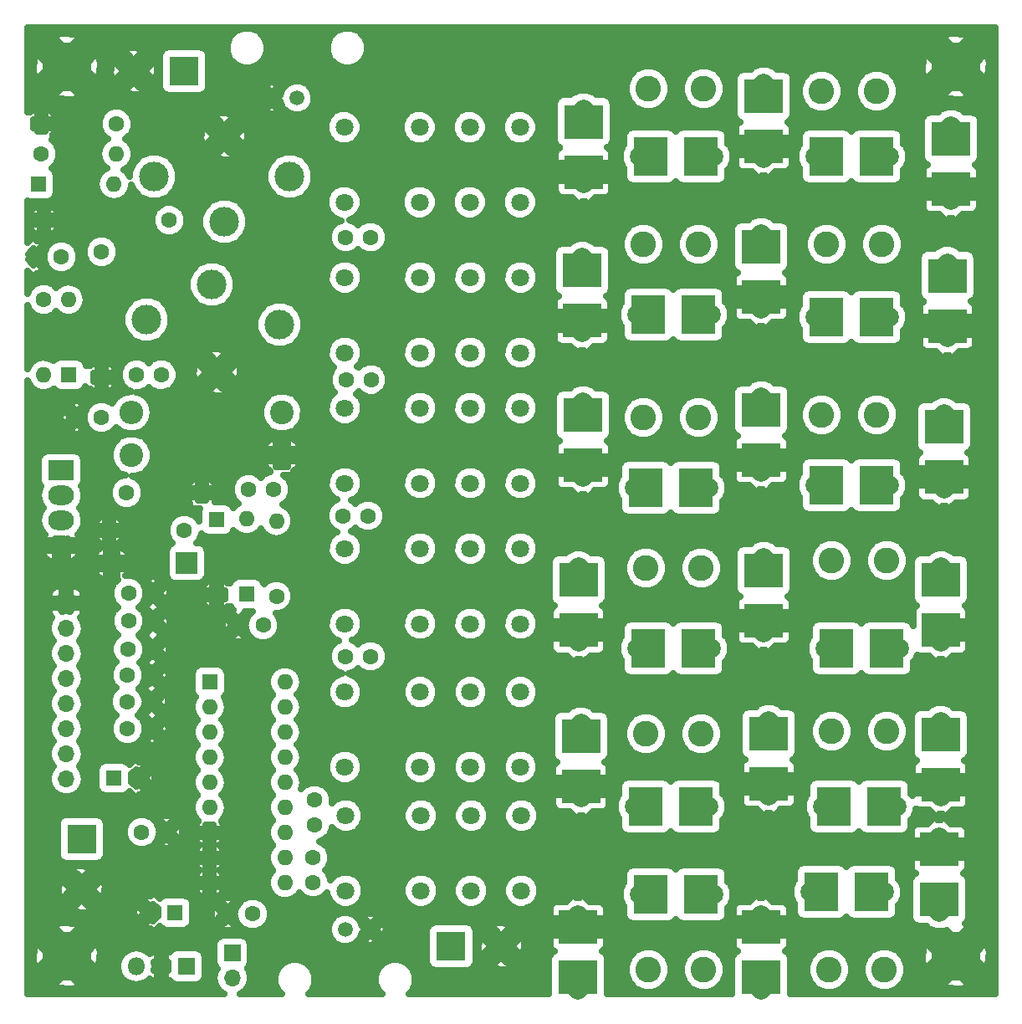
<source format=gbr>
G04 #@! TF.FileFunction,Copper,L1,Top,Signal*
%FSLAX46Y46*%
G04 Gerber Fmt 4.6, Leading zero omitted, Abs format (unit mm)*
G04 Created by KiCad (PCBNEW 4.0.7) date 12/21/19 19:13:45*
%MOMM*%
%LPD*%
G01*
G04 APERTURE LIST*
%ADD10C,0.100000*%
%ADD11C,2.000000*%
%ADD12R,3.500000X4.000000*%
%ADD13C,2.400000*%
%ADD14O,2.400000X2.400000*%
%ADD15R,1.600000X1.600000*%
%ADD16C,1.600000*%
%ADD17C,1.500000*%
%ADD18R,3.000000X3.000000*%
%ADD19C,3.000000*%
%ADD20C,5.000000*%
%ADD21R,4.000000X3.500000*%
%ADD22C,1.800000*%
%ADD23R,1.700000X1.700000*%
%ADD24O,1.700000X1.700000*%
%ADD25R,1.800000X1.800000*%
%ADD26O,1.800000X1.800000*%
%ADD27O,1.600000X1.600000*%
%ADD28R,2.200000X2.200000*%
%ADD29O,2.200000X2.200000*%
%ADD30R,2.600000X2.000000*%
%ADD31O,2.600000X2.000000*%
%ADD32C,2.600000*%
%ADD33C,0.600000*%
%ADD34C,0.500000*%
%ADD35C,0.635000*%
G04 APERTURE END LIST*
D10*
D11*
X109982000Y-119888000D03*
X102482000Y-119888000D03*
D12*
X108712000Y-119888000D03*
X103632000Y-119888000D03*
D11*
X127762000Y-128524000D03*
X120262000Y-128524000D03*
D12*
X126492000Y-128524000D03*
X121412000Y-128524000D03*
D13*
X66802000Y-80010000D03*
D14*
X51562000Y-80010000D03*
D15*
X49789080Y-117012720D03*
D16*
X52289080Y-117012720D03*
D17*
X68326000Y-48194000D03*
X65786000Y-48194000D03*
D18*
X56896000Y-45466000D03*
D19*
X51816000Y-45466000D03*
D17*
X73190100Y-132323800D03*
X75730100Y-132323800D03*
D18*
X83921600Y-134035800D03*
D19*
X89001600Y-134035800D03*
D20*
X45000000Y-135000000D03*
X135000000Y-135000000D03*
X135000000Y-45000000D03*
X45000000Y-45000000D03*
D11*
X97320100Y-49326800D03*
X97320100Y-56826800D03*
D21*
X97320100Y-50596800D03*
X97320100Y-55676800D03*
D11*
X97193100Y-64376300D03*
X97193100Y-71876300D03*
D21*
X97193100Y-65646300D03*
X97193100Y-70726300D03*
D11*
X97282000Y-78994000D03*
X97282000Y-86494000D03*
D21*
X97282000Y-80264000D03*
X97282000Y-85344000D03*
D11*
X96812100Y-95681800D03*
X96812100Y-103181800D03*
D21*
X96812100Y-96951800D03*
X96812100Y-102031800D03*
D11*
X97066100Y-111493300D03*
X97066100Y-118993300D03*
D21*
X97066100Y-112763300D03*
X97066100Y-117843300D03*
D11*
X96774000Y-138430000D03*
X96774000Y-130930000D03*
D21*
X96774000Y-137160000D03*
X96774000Y-132080000D03*
D11*
X115570000Y-46736000D03*
X115570000Y-54236000D03*
D21*
X115570000Y-48006000D03*
X115570000Y-53086000D03*
D11*
X115316000Y-61976000D03*
X115316000Y-69476000D03*
D21*
X115316000Y-63246000D03*
X115316000Y-68326000D03*
D11*
X115316000Y-78486000D03*
X115316000Y-85986000D03*
D21*
X115316000Y-79756000D03*
X115316000Y-84836000D03*
D11*
X115570000Y-94742000D03*
X115570000Y-102242000D03*
D21*
X115570000Y-96012000D03*
X115570000Y-101092000D03*
D11*
X116078000Y-111252000D03*
X116078000Y-118752000D03*
D21*
X116078000Y-112522000D03*
X116078000Y-117602000D03*
D11*
X115316000Y-138430000D03*
X115316000Y-130930000D03*
D21*
X115316000Y-137160000D03*
X115316000Y-132080000D03*
D11*
X134531100Y-51041300D03*
X134531100Y-58541300D03*
D21*
X134531100Y-52311300D03*
X134531100Y-57391300D03*
D11*
X134162800Y-64897000D03*
X134162800Y-72397000D03*
D21*
X134162800Y-66167000D03*
X134162800Y-71247000D03*
D11*
X133807200Y-80187800D03*
X133807200Y-87687800D03*
D21*
X133807200Y-81457800D03*
X133807200Y-86537800D03*
D11*
X133502400Y-95681800D03*
X133502400Y-103181800D03*
D21*
X133502400Y-96951800D03*
X133502400Y-102031800D03*
D11*
X133477000Y-111328200D03*
X133477000Y-118828200D03*
D21*
X133477000Y-112598200D03*
X133477000Y-117678200D03*
D11*
X133350000Y-130556000D03*
X133350000Y-123056000D03*
D21*
X133350000Y-129286000D03*
X133350000Y-124206000D03*
D22*
X80716100Y-51140200D03*
X90876100Y-51140200D03*
X85796100Y-51140200D03*
X85796100Y-58740200D03*
X80716100Y-58740200D03*
X90876100Y-58740200D03*
X73096100Y-51140200D03*
X73096100Y-58740200D03*
X80779600Y-66354800D03*
X90939600Y-66354800D03*
X85859600Y-66354800D03*
X85859600Y-73954800D03*
X80779600Y-73954800D03*
X90939600Y-73954800D03*
X73159600Y-66354800D03*
X73159600Y-73954800D03*
X80779600Y-79562800D03*
X90939600Y-79562800D03*
X85859600Y-79562800D03*
X85859600Y-87162800D03*
X80779600Y-87162800D03*
X90939600Y-87162800D03*
X73159600Y-79562800D03*
X73159600Y-87162800D03*
X80779600Y-93786800D03*
X90939600Y-93786800D03*
X85859600Y-93786800D03*
X85859600Y-101386800D03*
X80779600Y-101386800D03*
X90939600Y-101386800D03*
X73159600Y-93786800D03*
X73159600Y-101386800D03*
X80789760Y-108295280D03*
X90949760Y-108295280D03*
X85869760Y-108295280D03*
X85869760Y-115895280D03*
X80789760Y-115895280D03*
X90949760Y-115895280D03*
X73169760Y-108295280D03*
X73169760Y-115895280D03*
X80845640Y-120812400D03*
X91005640Y-120812400D03*
X85925640Y-120812400D03*
X85925640Y-128412400D03*
X80845640Y-128412400D03*
X91005640Y-128412400D03*
X73225640Y-120812400D03*
X73225640Y-128412400D03*
D15*
X55981600Y-130606800D03*
D16*
X53481600Y-130606800D03*
D18*
X46520100Y-123177300D03*
D19*
X46520100Y-128257300D03*
D23*
X61760100Y-134721600D03*
D24*
X61760100Y-137261600D03*
D25*
X57124600Y-136067800D03*
D26*
X54584600Y-136067800D03*
X52044600Y-136067800D03*
D15*
X59474100Y-107302300D03*
D27*
X67094100Y-127622300D03*
X59474100Y-109842300D03*
X67094100Y-125082300D03*
X59474100Y-112382300D03*
X67094100Y-122542300D03*
X59474100Y-114922300D03*
X67094100Y-120002300D03*
X59474100Y-117462300D03*
X67094100Y-117462300D03*
X59474100Y-120002300D03*
X67094100Y-114922300D03*
X59474100Y-122542300D03*
X67094100Y-112382300D03*
X59474100Y-125082300D03*
X67094100Y-109842300D03*
X59474100Y-127622300D03*
X67094100Y-107302300D03*
D16*
X63817500Y-130759200D03*
X61317500Y-130759200D03*
X73253600Y-62280800D03*
X75753600Y-62280800D03*
X73317100Y-76695300D03*
X75817100Y-76695300D03*
X70078600Y-119240300D03*
X70078600Y-121740300D03*
X69951600Y-127558800D03*
X69951600Y-125058800D03*
X72999600Y-90474800D03*
X75499600Y-90474800D03*
X73253600Y-104698800D03*
X75753600Y-104698800D03*
X52070000Y-76200000D03*
X54570000Y-76200000D03*
X63431600Y-87800800D03*
X65931600Y-87800800D03*
X64881600Y-101550800D03*
X62381600Y-101550800D03*
D15*
X63231600Y-98400800D03*
D27*
X63231600Y-90780800D03*
D15*
X60181600Y-90850800D03*
D27*
X60181600Y-98470800D03*
D23*
X44958000Y-99314000D03*
D24*
X44958000Y-101854000D03*
X44958000Y-104394000D03*
X44958000Y-106934000D03*
X44958000Y-109474000D03*
X44958000Y-112014000D03*
X44958000Y-114554000D03*
X44958000Y-117094000D03*
D13*
X51562000Y-84328000D03*
D14*
X66802000Y-84328000D03*
D28*
X57150000Y-95250000D03*
D29*
X49530000Y-95250000D03*
D16*
X66231600Y-98600800D03*
D27*
X66231600Y-90980800D03*
D16*
X56896000Y-91948000D03*
D27*
X49276000Y-91948000D03*
D16*
X51257200Y-98298000D03*
X53757200Y-98298000D03*
X51257200Y-101092000D03*
X53757200Y-101092000D03*
X51206400Y-103987600D03*
X53706400Y-103987600D03*
X51155600Y-106578400D03*
X53655600Y-106578400D03*
X51104800Y-109270800D03*
X53604800Y-109270800D03*
X51155600Y-112014000D03*
X53655600Y-112014000D03*
X52578000Y-122478800D03*
X55078000Y-122478800D03*
X48514000Y-80518000D03*
X46014000Y-80518000D03*
X44450000Y-64262000D03*
X41950000Y-64262000D03*
D15*
X45212000Y-76200000D03*
D27*
X45212000Y-68580000D03*
D15*
X42164000Y-56896000D03*
D27*
X49784000Y-56896000D03*
D30*
X44450000Y-85852000D03*
D31*
X44450000Y-88392000D03*
X44450000Y-90932000D03*
X44450000Y-93472000D03*
D16*
X42672000Y-68580000D03*
D27*
X42672000Y-76200000D03*
D16*
X51054000Y-88138000D03*
D27*
X58674000Y-88138000D03*
D16*
X48514000Y-63754000D03*
D27*
X48514000Y-76454000D03*
D16*
X55375000Y-60550000D03*
D27*
X42675000Y-60550000D03*
D16*
X42418000Y-53848000D03*
D27*
X50038000Y-53848000D03*
D16*
X50038000Y-50800000D03*
D27*
X42418000Y-50800000D03*
D19*
X53848000Y-56134000D03*
X66548000Y-71120000D03*
X60960000Y-52070000D03*
X60960000Y-60706000D03*
X59690000Y-67056000D03*
X60198000Y-75946000D03*
X67564000Y-56134000D03*
X53086000Y-70612000D03*
D11*
X110490000Y-54102000D03*
X102990000Y-54102000D03*
D12*
X109220000Y-54102000D03*
X104140000Y-54102000D03*
D11*
X110236000Y-70104000D03*
X102736000Y-70104000D03*
D12*
X108966000Y-70104000D03*
X103886000Y-70104000D03*
D11*
X109982000Y-87630000D03*
X102482000Y-87630000D03*
D12*
X108712000Y-87630000D03*
X103632000Y-87630000D03*
D11*
X110236000Y-103886000D03*
X102736000Y-103886000D03*
D12*
X108966000Y-103886000D03*
X103886000Y-103886000D03*
D11*
X110490000Y-128778000D03*
X102990000Y-128778000D03*
D12*
X109220000Y-128778000D03*
X104140000Y-128778000D03*
D11*
X128270000Y-54102000D03*
X120770000Y-54102000D03*
D12*
X127000000Y-54102000D03*
X121920000Y-54102000D03*
D11*
X129032000Y-119888000D03*
X121532000Y-119888000D03*
D12*
X127762000Y-119888000D03*
X122682000Y-119888000D03*
D11*
X128270000Y-70358000D03*
X120770000Y-70358000D03*
D12*
X127000000Y-70358000D03*
X121920000Y-70358000D03*
D11*
X128270000Y-87376000D03*
X120770000Y-87376000D03*
D12*
X127000000Y-87376000D03*
X121920000Y-87376000D03*
D11*
X129286000Y-103886000D03*
X121786000Y-103886000D03*
D12*
X128016000Y-103886000D03*
X122936000Y-103886000D03*
D32*
X103886000Y-47244000D03*
X109486000Y-47244000D03*
X103378000Y-62992000D03*
X108978000Y-62992000D03*
X103378000Y-80518000D03*
X108978000Y-80518000D03*
X103632000Y-95758000D03*
X109232000Y-95758000D03*
X103632000Y-112522000D03*
X109232000Y-112522000D03*
X103886000Y-136398000D03*
X109486000Y-136398000D03*
X121412000Y-47498000D03*
X127012000Y-47498000D03*
X121920000Y-62992000D03*
X127520000Y-62992000D03*
X121412000Y-80264000D03*
X127012000Y-80264000D03*
X122428000Y-94996000D03*
X128028000Y-94996000D03*
X122428000Y-112268000D03*
X128028000Y-112268000D03*
X122174000Y-136398000D03*
X127774000Y-136398000D03*
D33*
X70104000Y-76200000D03*
X70104000Y-73660000D03*
X70104000Y-72390000D03*
X70104000Y-68834000D03*
X70104000Y-67564000D03*
X70104000Y-64516000D03*
X69850000Y-63754000D03*
X69850000Y-60452000D03*
X70612000Y-59182000D03*
X70866000Y-56642000D03*
X70866000Y-55372000D03*
X70866000Y-52578000D03*
X65278000Y-49530000D03*
X67818000Y-50546000D03*
X54356000Y-48768000D03*
X57658000Y-48768000D03*
X59944000Y-48514000D03*
X60960000Y-48514000D03*
X63246000Y-48514000D03*
X68326000Y-75946000D03*
X67564000Y-76962000D03*
X66548000Y-77216000D03*
X63754000Y-77724000D03*
X62738000Y-78486000D03*
X61468000Y-78994000D03*
X59182000Y-78994000D03*
X56896000Y-77978000D03*
X56134000Y-76962000D03*
X55880000Y-74930000D03*
X53848000Y-72898000D03*
X50292000Y-72136000D03*
X49784000Y-70612000D03*
X50038000Y-68072000D03*
X50546000Y-66548000D03*
X51054000Y-64262000D03*
X50800000Y-62992000D03*
X50292000Y-59944000D03*
X51816000Y-58166000D03*
X51816000Y-53594000D03*
X52070000Y-52070000D03*
X52578000Y-50038000D03*
X52578000Y-48768000D03*
X62484000Y-129286000D03*
X62992000Y-128524000D03*
X64516000Y-126238000D03*
X64770000Y-124714000D03*
X64770000Y-121158000D03*
X64770000Y-119380000D03*
X65024000Y-115824000D03*
X65024000Y-114808000D03*
X64770000Y-111760000D03*
X64770000Y-110490000D03*
X65024000Y-106934000D03*
X65024000Y-105410000D03*
X67056000Y-103378000D03*
X67818000Y-102616000D03*
X68072000Y-99314000D03*
X68072000Y-98044000D03*
X68072000Y-95250000D03*
X68072000Y-93980000D03*
X68072000Y-91440000D03*
X68072000Y-90170000D03*
X68072000Y-87376000D03*
X68072000Y-86106000D03*
X69088000Y-79248000D03*
X68834000Y-80264000D03*
X68834000Y-82804000D03*
X68834000Y-83820000D03*
X70104000Y-77216000D03*
D34*
X67818000Y-50546000D02*
X67818000Y-50800000D01*
X70104000Y-72390000D02*
X70104000Y-73660000D01*
X70104000Y-67564000D02*
X70104000Y-68834000D01*
X70104000Y-64008000D02*
X70104000Y-64516000D01*
X69850000Y-63754000D02*
X70104000Y-64008000D01*
X69850000Y-59944000D02*
X69850000Y-60452000D01*
X70612000Y-59182000D02*
X69850000Y-59944000D01*
X70866000Y-55372000D02*
X70866000Y-56642000D01*
X69088000Y-50800000D02*
X70866000Y-52578000D01*
X64991600Y-49243600D02*
X65278000Y-49530000D01*
X64991600Y-49243600D02*
X65786000Y-48194000D01*
X67818000Y-50800000D02*
X69088000Y-50800000D01*
X54356000Y-48768000D02*
X57658000Y-48768000D01*
X59944000Y-48514000D02*
X60960000Y-48514000D01*
X63246000Y-48514000D02*
X63579200Y-48180800D01*
X63579200Y-48180800D02*
X64087200Y-48180800D01*
X64087200Y-48180800D02*
X65786000Y-48194000D01*
X68580000Y-76200000D02*
X70104000Y-76200000D01*
X68326000Y-75946000D02*
X68580000Y-76200000D01*
X66802000Y-76962000D02*
X67564000Y-76962000D01*
X66548000Y-77216000D02*
X66802000Y-76962000D01*
X63500000Y-77724000D02*
X63754000Y-77724000D01*
X62738000Y-78486000D02*
X63500000Y-77724000D01*
X59182000Y-78994000D02*
X61468000Y-78994000D01*
X56896000Y-77724000D02*
X56896000Y-77978000D01*
X56134000Y-76962000D02*
X56896000Y-77724000D01*
X53848000Y-72898000D02*
X55880000Y-74930000D01*
X50292000Y-71120000D02*
X50292000Y-72136000D01*
X49784000Y-70612000D02*
X50292000Y-71120000D01*
X50038000Y-67056000D02*
X50038000Y-68072000D01*
X50546000Y-66548000D02*
X50038000Y-67056000D01*
X51054000Y-63246000D02*
X51054000Y-64262000D01*
X50800000Y-62992000D02*
X51054000Y-63246000D01*
X50292000Y-59690000D02*
X50292000Y-59944000D01*
X51816000Y-58166000D02*
X50292000Y-59690000D01*
X51816000Y-52324000D02*
X51816000Y-53594000D01*
X52070000Y-52070000D02*
X51816000Y-52324000D01*
X52578000Y-48768000D02*
X52578000Y-50038000D01*
X62484000Y-129032000D02*
X62484000Y-129286000D01*
X62992000Y-128524000D02*
X62484000Y-129032000D01*
X64516000Y-124968000D02*
X64516000Y-126238000D01*
X64770000Y-124714000D02*
X64516000Y-124968000D01*
X64770000Y-119380000D02*
X64770000Y-121158000D01*
X65024000Y-114808000D02*
X65024000Y-115824000D01*
X64770000Y-110490000D02*
X64770000Y-111760000D01*
X65024000Y-105410000D02*
X65024000Y-106934000D01*
X67818000Y-102616000D02*
X67056000Y-103378000D01*
X68072000Y-98044000D02*
X68072000Y-99314000D01*
X68072000Y-93980000D02*
X68072000Y-95250000D01*
X68072000Y-90170000D02*
X68072000Y-91440000D01*
X68072000Y-86106000D02*
X68072000Y-87376000D01*
X69088000Y-80010000D02*
X69088000Y-79248000D01*
X68834000Y-80264000D02*
X69088000Y-80010000D01*
X68834000Y-83820000D02*
X68834000Y-82804000D01*
X65786000Y-48194000D02*
X65786000Y-48494800D01*
X70104000Y-76200000D02*
X70104000Y-77216000D01*
D35*
G36*
X138972500Y-138874500D02*
X118287160Y-138874500D01*
X118287160Y-136844084D01*
X119921110Y-136844084D01*
X120263310Y-137672272D01*
X120896395Y-138306463D01*
X121723984Y-138650108D01*
X122620084Y-138650890D01*
X123448272Y-138308690D01*
X124082463Y-137675605D01*
X124426108Y-136848016D01*
X124426111Y-136844084D01*
X125521110Y-136844084D01*
X125863310Y-137672272D01*
X126496395Y-138306463D01*
X127323984Y-138650108D01*
X128220084Y-138650890D01*
X129048272Y-138308690D01*
X129430865Y-137926764D01*
X133745544Y-137926764D01*
X134088818Y-138265924D01*
X135407993Y-138366014D01*
X135911182Y-138265924D01*
X136254456Y-137926764D01*
X135000000Y-136672308D01*
X133745544Y-137926764D01*
X129430865Y-137926764D01*
X129682463Y-137675605D01*
X130026108Y-136848016D01*
X130026890Y-135951916D01*
X129802146Y-135407993D01*
X131633986Y-135407993D01*
X131734076Y-135911182D01*
X132073236Y-136254456D01*
X133327692Y-135000000D01*
X136672308Y-135000000D01*
X137926764Y-136254456D01*
X138265924Y-135911182D01*
X138366014Y-134592007D01*
X138265924Y-134088818D01*
X137926764Y-133745544D01*
X136672308Y-135000000D01*
X133327692Y-135000000D01*
X132073236Y-133745544D01*
X131734076Y-134088818D01*
X131633986Y-135407993D01*
X129802146Y-135407993D01*
X129684690Y-135123728D01*
X129051605Y-134489537D01*
X128224016Y-134145892D01*
X127327916Y-134145110D01*
X126499728Y-134487310D01*
X125865537Y-135120395D01*
X125521892Y-135947984D01*
X125521110Y-136844084D01*
X124426111Y-136844084D01*
X124426890Y-135951916D01*
X124084690Y-135123728D01*
X123451605Y-134489537D01*
X122624016Y-134145892D01*
X121727916Y-134145110D01*
X120899728Y-134487310D01*
X120265537Y-135120395D01*
X119921892Y-135947984D01*
X119921110Y-136844084D01*
X118287160Y-136844084D01*
X118287160Y-135410000D01*
X118220743Y-135057025D01*
X118012135Y-134732838D01*
X117740904Y-134547514D01*
X117783608Y-134529825D01*
X118015825Y-134297608D01*
X118141500Y-133994202D01*
X118141500Y-133161375D01*
X117935125Y-132955000D01*
X116316000Y-132955000D01*
X116316000Y-133282500D01*
X114316000Y-133282500D01*
X114316000Y-132955000D01*
X112696875Y-132955000D01*
X112490500Y-133161375D01*
X112490500Y-133994202D01*
X112616175Y-134297608D01*
X112848392Y-134529825D01*
X112894905Y-134549091D01*
X112638838Y-134713865D01*
X112421354Y-135032164D01*
X112344840Y-135410000D01*
X112344840Y-138874500D01*
X99745160Y-138874500D01*
X99745160Y-136844084D01*
X101633110Y-136844084D01*
X101975310Y-137672272D01*
X102608395Y-138306463D01*
X103435984Y-138650108D01*
X104332084Y-138650890D01*
X105160272Y-138308690D01*
X105794463Y-137675605D01*
X106138108Y-136848016D01*
X106138111Y-136844084D01*
X107233110Y-136844084D01*
X107575310Y-137672272D01*
X108208395Y-138306463D01*
X109035984Y-138650108D01*
X109932084Y-138650890D01*
X110760272Y-138308690D01*
X111394463Y-137675605D01*
X111738108Y-136848016D01*
X111738890Y-135951916D01*
X111396690Y-135123728D01*
X110763605Y-134489537D01*
X109936016Y-134145892D01*
X109039916Y-134145110D01*
X108211728Y-134487310D01*
X107577537Y-135120395D01*
X107233892Y-135947984D01*
X107233110Y-136844084D01*
X106138111Y-136844084D01*
X106138890Y-135951916D01*
X105796690Y-135123728D01*
X105163605Y-134489537D01*
X104336016Y-134145892D01*
X103439916Y-134145110D01*
X102611728Y-134487310D01*
X101977537Y-135120395D01*
X101633892Y-135947984D01*
X101633110Y-136844084D01*
X99745160Y-136844084D01*
X99745160Y-135410000D01*
X99678743Y-135057025D01*
X99470135Y-134732838D01*
X99198904Y-134547514D01*
X99241608Y-134529825D01*
X99473825Y-134297608D01*
X99599500Y-133994202D01*
X99599500Y-133161375D01*
X99393125Y-132955000D01*
X97774000Y-132955000D01*
X97774000Y-133282500D01*
X95774000Y-133282500D01*
X95774000Y-132955000D01*
X94154875Y-132955000D01*
X93948500Y-133161375D01*
X93948500Y-133994202D01*
X94074175Y-134297608D01*
X94306392Y-134529825D01*
X94352905Y-134549091D01*
X94096838Y-134713865D01*
X93879354Y-135032164D01*
X93802840Y-135410000D01*
X93802840Y-138874500D01*
X79631268Y-138874500D01*
X79966747Y-138539606D01*
X80272251Y-137803869D01*
X80272947Y-137007226D01*
X79968727Y-136270957D01*
X79405906Y-135707153D01*
X78670169Y-135401649D01*
X77873526Y-135400953D01*
X77137257Y-135705173D01*
X76573453Y-136267994D01*
X76267949Y-137003731D01*
X76267253Y-137800374D01*
X76571473Y-138536643D01*
X76908741Y-138874500D01*
X69471268Y-138874500D01*
X69806747Y-138539606D01*
X70112251Y-137803869D01*
X70112947Y-137007226D01*
X69808727Y-136270957D01*
X69245906Y-135707153D01*
X68510169Y-135401649D01*
X67713526Y-135400953D01*
X66977257Y-135705173D01*
X66413453Y-136267994D01*
X66107949Y-137003731D01*
X66107253Y-137800374D01*
X66411473Y-138536643D01*
X66748741Y-138874500D01*
X62563612Y-138874500D01*
X63069973Y-138536160D01*
X63460706Y-137951387D01*
X63597913Y-137261600D01*
X63460706Y-136571813D01*
X63266468Y-136281115D01*
X63287262Y-136267735D01*
X63504746Y-135949436D01*
X63581260Y-135571600D01*
X63581260Y-133871600D01*
X63514843Y-133518625D01*
X63306235Y-133194438D01*
X62987936Y-132976954D01*
X62610100Y-132900440D01*
X60910100Y-132900440D01*
X60557125Y-132966857D01*
X60232938Y-133175465D01*
X60015454Y-133493764D01*
X59938940Y-133871600D01*
X59938940Y-135571600D01*
X60005357Y-135924575D01*
X60213965Y-136248762D01*
X60256109Y-136277558D01*
X60059494Y-136571813D01*
X59922287Y-137261600D01*
X60059494Y-137951387D01*
X60450227Y-138536160D01*
X60956588Y-138874500D01*
X41027500Y-138874500D01*
X41027500Y-137926764D01*
X43745544Y-137926764D01*
X44088818Y-138265924D01*
X45407993Y-138366014D01*
X45911182Y-138265924D01*
X46254456Y-137926764D01*
X45000000Y-136672308D01*
X43745544Y-137926764D01*
X41027500Y-137926764D01*
X41027500Y-135407993D01*
X41633986Y-135407993D01*
X41734076Y-135911182D01*
X42073236Y-136254456D01*
X43327692Y-135000000D01*
X46672308Y-135000000D01*
X47926764Y-136254456D01*
X48111183Y-136067800D01*
X50155807Y-136067800D01*
X50296820Y-136776721D01*
X50698392Y-137377715D01*
X51299386Y-137779287D01*
X52008307Y-137920300D01*
X52080893Y-137920300D01*
X52789814Y-137779287D01*
X53390808Y-137377715D01*
X53427930Y-137322158D01*
X53879549Y-137642714D01*
X54134600Y-137527244D01*
X54134600Y-136517800D01*
X53843883Y-136517800D01*
X53933393Y-136067800D01*
X53843883Y-135617800D01*
X54134600Y-135617800D01*
X54134600Y-134608356D01*
X55034600Y-134608356D01*
X55034600Y-135617800D01*
X55253440Y-135617800D01*
X55253440Y-136517800D01*
X55034600Y-136517800D01*
X55034600Y-137527244D01*
X55289651Y-137642714D01*
X55452595Y-137527057D01*
X55528465Y-137644962D01*
X55846764Y-137862446D01*
X56224600Y-137938960D01*
X58024600Y-137938960D01*
X58377575Y-137872543D01*
X58701762Y-137663935D01*
X58919246Y-137345636D01*
X58995760Y-136967800D01*
X58995760Y-135167800D01*
X58929343Y-134814825D01*
X58720735Y-134490638D01*
X58402436Y-134273154D01*
X58024600Y-134196640D01*
X56224600Y-134196640D01*
X55871625Y-134263057D01*
X55547438Y-134471665D01*
X55453483Y-134609173D01*
X55289651Y-134492886D01*
X55034600Y-134608356D01*
X54134600Y-134608356D01*
X53879549Y-134492886D01*
X53427930Y-134813442D01*
X53390808Y-134757885D01*
X52789814Y-134356313D01*
X52080893Y-134215300D01*
X52008307Y-134215300D01*
X51299386Y-134356313D01*
X50698392Y-134757885D01*
X50296820Y-135358879D01*
X50155807Y-136067800D01*
X48111183Y-136067800D01*
X48265924Y-135911182D01*
X48366014Y-134592007D01*
X48265924Y-134088818D01*
X47926764Y-133745544D01*
X46672308Y-135000000D01*
X43327692Y-135000000D01*
X42073236Y-133745544D01*
X41734076Y-134088818D01*
X41633986Y-135407993D01*
X41027500Y-135407993D01*
X41027500Y-132073236D01*
X43745544Y-132073236D01*
X45000000Y-133327692D01*
X45666730Y-132660962D01*
X71487305Y-132660962D01*
X71745949Y-133286929D01*
X72224452Y-133766268D01*
X72849966Y-134026004D01*
X73527262Y-134026595D01*
X74153229Y-133767951D01*
X74378839Y-133542734D01*
X75041496Y-133542734D01*
X75115372Y-133807889D01*
X75730101Y-133930166D01*
X76344828Y-133807889D01*
X76418704Y-133542734D01*
X75730100Y-132854130D01*
X75041496Y-133542734D01*
X74378839Y-133542734D01*
X74632568Y-133289448D01*
X74892304Y-132663934D01*
X74892333Y-132631237D01*
X75199770Y-132323800D01*
X76260430Y-132323800D01*
X76949034Y-133012404D01*
X77214189Y-132938528D01*
X77294296Y-132535800D01*
X81450440Y-132535800D01*
X81450440Y-135535800D01*
X81516857Y-135888775D01*
X81725465Y-136212962D01*
X82043764Y-136430446D01*
X82421600Y-136506960D01*
X85421600Y-136506960D01*
X85774575Y-136440543D01*
X86098762Y-136231935D01*
X86255879Y-136001985D01*
X88096076Y-136001985D01*
X88286248Y-136296374D01*
X89205786Y-136398051D01*
X89716952Y-136296374D01*
X89907124Y-136001985D01*
X89001600Y-135096460D01*
X88096076Y-136001985D01*
X86255879Y-136001985D01*
X86316246Y-135913636D01*
X86392760Y-135535800D01*
X86392760Y-134239986D01*
X86639349Y-134239986D01*
X86741026Y-134751152D01*
X87035415Y-134941324D01*
X87940940Y-134035800D01*
X90062260Y-134035800D01*
X90967785Y-134941324D01*
X91262174Y-134751152D01*
X91363851Y-133831614D01*
X91262174Y-133320448D01*
X90967785Y-133130276D01*
X90062260Y-134035800D01*
X87940940Y-134035800D01*
X87035415Y-133130276D01*
X86741026Y-133320448D01*
X86639349Y-134239986D01*
X86392760Y-134239986D01*
X86392760Y-132535800D01*
X86326343Y-132182825D01*
X86253495Y-132069615D01*
X88096076Y-132069615D01*
X89001600Y-132975140D01*
X89577691Y-132399048D01*
X96012059Y-132399048D01*
X96124698Y-132674337D01*
X96841652Y-132790034D01*
X97423302Y-132674337D01*
X97535941Y-132399048D01*
X114554059Y-132399048D01*
X114666698Y-132674337D01*
X115383652Y-132790034D01*
X115965302Y-132674337D01*
X116077941Y-132399048D01*
X115316000Y-131637107D01*
X114554059Y-132399048D01*
X97535941Y-132399048D01*
X96774000Y-131637107D01*
X96012059Y-132399048D01*
X89577691Y-132399048D01*
X89907124Y-132069615D01*
X89716952Y-131775226D01*
X88797414Y-131673549D01*
X88286248Y-131775226D01*
X88096076Y-132069615D01*
X86253495Y-132069615D01*
X86117735Y-131858638D01*
X85799436Y-131641154D01*
X85421600Y-131564640D01*
X82421600Y-131564640D01*
X82068625Y-131631057D01*
X81744438Y-131839665D01*
X81526954Y-132157964D01*
X81450440Y-132535800D01*
X77294296Y-132535800D01*
X77336466Y-132323799D01*
X77214189Y-131709072D01*
X76949034Y-131635196D01*
X76260430Y-132323800D01*
X75199770Y-132323800D01*
X74892869Y-132016899D01*
X74892895Y-131986638D01*
X74634251Y-131360671D01*
X74378893Y-131104866D01*
X75041496Y-131104866D01*
X75730100Y-131793470D01*
X76418704Y-131104866D01*
X76344828Y-130839711D01*
X75730099Y-130717434D01*
X75115372Y-130839711D01*
X75041496Y-131104866D01*
X74378893Y-131104866D01*
X74155748Y-130881332D01*
X73530234Y-130621596D01*
X72852938Y-130621005D01*
X72226971Y-130879649D01*
X71747632Y-131358152D01*
X71487896Y-131983666D01*
X71487305Y-132660962D01*
X45666730Y-132660962D01*
X46254456Y-132073236D01*
X45911182Y-131734076D01*
X44592007Y-131633986D01*
X44088818Y-131734076D01*
X43745544Y-132073236D01*
X41027500Y-132073236D01*
X41027500Y-130620286D01*
X51824310Y-130620286D01*
X51945302Y-131228558D01*
X52212524Y-131310191D01*
X52915915Y-130606800D01*
X52212524Y-129903409D01*
X51945302Y-129985042D01*
X51824310Y-130620286D01*
X41027500Y-130620286D01*
X41027500Y-130223485D01*
X45614576Y-130223485D01*
X45804748Y-130517874D01*
X46724286Y-130619551D01*
X47235452Y-130517874D01*
X47425624Y-130223485D01*
X46539864Y-129337724D01*
X52778209Y-129337724D01*
X53481600Y-130041115D01*
X53764443Y-129758272D01*
X54210440Y-130204269D01*
X54210440Y-130443645D01*
X54047285Y-130606800D01*
X54210440Y-130769955D01*
X54210440Y-131009331D01*
X53764443Y-131455328D01*
X53481600Y-131172485D01*
X52778209Y-131875876D01*
X52859842Y-132143098D01*
X53459872Y-132257383D01*
X53812967Y-132610477D01*
X54428308Y-131995136D01*
X54485465Y-132083962D01*
X54803764Y-132301446D01*
X55181600Y-132377960D01*
X56781600Y-132377960D01*
X57134575Y-132311543D01*
X57458762Y-132102935D01*
X57509774Y-132028276D01*
X60614109Y-132028276D01*
X60695742Y-132295498D01*
X61330986Y-132416490D01*
X61939258Y-132295498D01*
X62020891Y-132028276D01*
X61317500Y-131324885D01*
X60614109Y-132028276D01*
X57509774Y-132028276D01*
X57676246Y-131784636D01*
X57752760Y-131406800D01*
X57752760Y-130772686D01*
X59660210Y-130772686D01*
X59781202Y-131380958D01*
X60048424Y-131462591D01*
X60751815Y-130759200D01*
X61883185Y-130759200D01*
X62064840Y-130940855D01*
X62064696Y-131106265D01*
X62330936Y-131750615D01*
X62823492Y-132244031D01*
X63467377Y-132511396D01*
X64164565Y-132512004D01*
X64808915Y-132245764D01*
X65302331Y-131753208D01*
X65569696Y-131109323D01*
X65570304Y-130412135D01*
X65304064Y-129767785D01*
X64811508Y-129274369D01*
X64167623Y-129007004D01*
X63470435Y-129006396D01*
X62826085Y-129272636D01*
X62332669Y-129765192D01*
X62065304Y-130409077D01*
X62065157Y-130577228D01*
X61883185Y-130759200D01*
X60751815Y-130759200D01*
X60048424Y-130055809D01*
X59781202Y-130137442D01*
X59660210Y-130772686D01*
X57752760Y-130772686D01*
X57752760Y-129806800D01*
X57693174Y-129490124D01*
X60614109Y-129490124D01*
X61317500Y-130193515D01*
X62020891Y-129490124D01*
X61939258Y-129222902D01*
X61304014Y-129101910D01*
X60695742Y-129222902D01*
X60614109Y-129490124D01*
X57693174Y-129490124D01*
X57686343Y-129453825D01*
X57477735Y-129129638D01*
X57159436Y-128912154D01*
X56781600Y-128835640D01*
X55181600Y-128835640D01*
X54828625Y-128902057D01*
X54504438Y-129110665D01*
X54429778Y-129219934D01*
X53812967Y-128603123D01*
X53466198Y-128949891D01*
X52859842Y-129070502D01*
X52778209Y-129337724D01*
X46539864Y-129337724D01*
X46520100Y-129317960D01*
X45614576Y-130223485D01*
X41027500Y-130223485D01*
X41027500Y-128461486D01*
X44157849Y-128461486D01*
X44259526Y-128972652D01*
X44553915Y-129162824D01*
X45459440Y-128257300D01*
X47580760Y-128257300D01*
X48486285Y-129162824D01*
X48780674Y-128972652D01*
X48859050Y-128263840D01*
X57980555Y-128263840D01*
X58309824Y-128756673D01*
X58832555Y-129115873D01*
X59074100Y-128991469D01*
X59074100Y-128022300D01*
X59874100Y-128022300D01*
X59874100Y-128991469D01*
X60115645Y-129115873D01*
X60638376Y-128756673D01*
X60967645Y-128263840D01*
X60835686Y-128022300D01*
X59874100Y-128022300D01*
X59074100Y-128022300D01*
X58112514Y-128022300D01*
X57980555Y-128263840D01*
X48859050Y-128263840D01*
X48882351Y-128053114D01*
X48780674Y-127541948D01*
X48486285Y-127351776D01*
X47580760Y-128257300D01*
X45459440Y-128257300D01*
X44553915Y-127351776D01*
X44259526Y-127541948D01*
X44157849Y-128461486D01*
X41027500Y-128461486D01*
X41027500Y-126291115D01*
X45614576Y-126291115D01*
X46520100Y-127196640D01*
X47425624Y-126291115D01*
X47235452Y-125996726D01*
X46315914Y-125895049D01*
X45804748Y-125996726D01*
X45614576Y-126291115D01*
X41027500Y-126291115D01*
X41027500Y-125723840D01*
X57980555Y-125723840D01*
X58309824Y-126216673D01*
X58507197Y-126352300D01*
X58309824Y-126487927D01*
X57980555Y-126980760D01*
X58112514Y-127222300D01*
X59074100Y-127222300D01*
X59074100Y-125482300D01*
X59874100Y-125482300D01*
X59874100Y-127222300D01*
X60835686Y-127222300D01*
X60967645Y-126980760D01*
X60638376Y-126487927D01*
X60441003Y-126352300D01*
X60638376Y-126216673D01*
X60967645Y-125723840D01*
X60835686Y-125482300D01*
X59874100Y-125482300D01*
X59074100Y-125482300D01*
X58112514Y-125482300D01*
X57980555Y-125723840D01*
X41027500Y-125723840D01*
X41027500Y-121677300D01*
X44048940Y-121677300D01*
X44048940Y-124677300D01*
X44115357Y-125030275D01*
X44323965Y-125354462D01*
X44642264Y-125571946D01*
X45020100Y-125648460D01*
X48020100Y-125648460D01*
X48373075Y-125582043D01*
X48697262Y-125373435D01*
X48914746Y-125055136D01*
X48991260Y-124677300D01*
X48991260Y-122825865D01*
X50825196Y-122825865D01*
X51091436Y-123470215D01*
X51583992Y-123963631D01*
X52227877Y-124230996D01*
X52925065Y-124231604D01*
X53569415Y-123965364D01*
X53787282Y-123747876D01*
X54374609Y-123747876D01*
X54456242Y-124015098D01*
X55091486Y-124136090D01*
X55699758Y-124015098D01*
X55781391Y-123747876D01*
X55217355Y-123183840D01*
X57980555Y-123183840D01*
X58309824Y-123676673D01*
X58507197Y-123812300D01*
X58309824Y-123947927D01*
X57980555Y-124440760D01*
X58112514Y-124682300D01*
X59074100Y-124682300D01*
X59074100Y-122942300D01*
X59874100Y-122942300D01*
X59874100Y-124682300D01*
X60835686Y-124682300D01*
X60967645Y-124440760D01*
X60638376Y-123947927D01*
X60441003Y-123812300D01*
X60638376Y-123676673D01*
X60967645Y-123183840D01*
X60835686Y-122942300D01*
X59874100Y-122942300D01*
X59074100Y-122942300D01*
X58112514Y-122942300D01*
X57980555Y-123183840D01*
X55217355Y-123183840D01*
X55078000Y-123044485D01*
X54374609Y-123747876D01*
X53787282Y-123747876D01*
X54062831Y-123472808D01*
X54330196Y-122828923D01*
X54330343Y-122660772D01*
X54512315Y-122478800D01*
X55643685Y-122478800D01*
X56347076Y-123182191D01*
X56614298Y-123100558D01*
X56735290Y-122465314D01*
X56614298Y-121857042D01*
X56347076Y-121775409D01*
X55643685Y-122478800D01*
X54512315Y-122478800D01*
X54330660Y-122297145D01*
X54330804Y-122131735D01*
X54064564Y-121487385D01*
X53787387Y-121209724D01*
X54374609Y-121209724D01*
X55078000Y-121913115D01*
X55781391Y-121209724D01*
X55699758Y-120942502D01*
X55064514Y-120821510D01*
X54456242Y-120942502D01*
X54374609Y-121209724D01*
X53787387Y-121209724D01*
X53572008Y-120993969D01*
X52928123Y-120726604D01*
X52230935Y-120725996D01*
X51586585Y-120992236D01*
X51093169Y-121484792D01*
X50825804Y-122128677D01*
X50825196Y-122825865D01*
X48991260Y-122825865D01*
X48991260Y-121677300D01*
X48924843Y-121324325D01*
X48716235Y-121000138D01*
X48397936Y-120782654D01*
X48020100Y-120706140D01*
X45020100Y-120706140D01*
X44667125Y-120772557D01*
X44342938Y-120981165D01*
X44125454Y-121299464D01*
X44048940Y-121677300D01*
X41027500Y-121677300D01*
X41027500Y-101854000D01*
X43120187Y-101854000D01*
X43257394Y-102543787D01*
X43645080Y-103124000D01*
X43257394Y-103704213D01*
X43120187Y-104394000D01*
X43257394Y-105083787D01*
X43645080Y-105664000D01*
X43257394Y-106244213D01*
X43120187Y-106934000D01*
X43257394Y-107623787D01*
X43645080Y-108204000D01*
X43257394Y-108784213D01*
X43120187Y-109474000D01*
X43257394Y-110163787D01*
X43645080Y-110744000D01*
X43257394Y-111324213D01*
X43120187Y-112014000D01*
X43257394Y-112703787D01*
X43645080Y-113284000D01*
X43257394Y-113864213D01*
X43120187Y-114554000D01*
X43257394Y-115243787D01*
X43645080Y-115824000D01*
X43257394Y-116404213D01*
X43120187Y-117094000D01*
X43257394Y-117783787D01*
X43648127Y-118368560D01*
X44232900Y-118759293D01*
X44922687Y-118896500D01*
X44993313Y-118896500D01*
X45683100Y-118759293D01*
X46267873Y-118368560D01*
X46658606Y-117783787D01*
X46795813Y-117094000D01*
X46658606Y-116404213D01*
X46530655Y-116212720D01*
X48017920Y-116212720D01*
X48017920Y-117812720D01*
X48084337Y-118165695D01*
X48292945Y-118489882D01*
X48611244Y-118707366D01*
X48989080Y-118783880D01*
X50589080Y-118783880D01*
X50942055Y-118717463D01*
X51266242Y-118508855D01*
X51340902Y-118399586D01*
X51957713Y-119016397D01*
X52304482Y-118669629D01*
X52910838Y-118549018D01*
X52992471Y-118281796D01*
X52289080Y-117578405D01*
X52006237Y-117861248D01*
X51560240Y-117415251D01*
X51560240Y-117175875D01*
X51723395Y-117012720D01*
X52854765Y-117012720D01*
X53558156Y-117716111D01*
X53825378Y-117634478D01*
X53946370Y-116999234D01*
X53825378Y-116390962D01*
X53558156Y-116309329D01*
X52854765Y-117012720D01*
X51723395Y-117012720D01*
X51560240Y-116849565D01*
X51560240Y-116610189D01*
X52006237Y-116164192D01*
X52289080Y-116447035D01*
X52992471Y-115743644D01*
X52910838Y-115476422D01*
X52310808Y-115362137D01*
X51957713Y-115009043D01*
X51342372Y-115624384D01*
X51285215Y-115535558D01*
X50966916Y-115318074D01*
X50589080Y-115241560D01*
X48989080Y-115241560D01*
X48636105Y-115307977D01*
X48311918Y-115516585D01*
X48094434Y-115834884D01*
X48017920Y-116212720D01*
X46530655Y-116212720D01*
X46270920Y-115824000D01*
X46658606Y-115243787D01*
X46795813Y-114554000D01*
X46658606Y-113864213D01*
X46270920Y-113284000D01*
X46658606Y-112703787D01*
X46795813Y-112014000D01*
X46658606Y-111324213D01*
X46270920Y-110744000D01*
X46658606Y-110163787D01*
X46767196Y-109617865D01*
X49351996Y-109617865D01*
X49618236Y-110262215D01*
X50023345Y-110668031D01*
X49670769Y-111019992D01*
X49403404Y-111663877D01*
X49402796Y-112361065D01*
X49669036Y-113005415D01*
X50161592Y-113498831D01*
X50805477Y-113766196D01*
X51502665Y-113766804D01*
X52147015Y-113500564D01*
X52364882Y-113283076D01*
X52952209Y-113283076D01*
X53033842Y-113550298D01*
X53669086Y-113671290D01*
X54277358Y-113550298D01*
X54358991Y-113283076D01*
X53655600Y-112579685D01*
X52952209Y-113283076D01*
X52364882Y-113283076D01*
X52640431Y-113008008D01*
X52907796Y-112364123D01*
X52907943Y-112195972D01*
X53089915Y-112014000D01*
X54221285Y-112014000D01*
X54924676Y-112717391D01*
X55191898Y-112635758D01*
X55312890Y-112000514D01*
X55191898Y-111392242D01*
X54924676Y-111310609D01*
X54221285Y-112014000D01*
X53089915Y-112014000D01*
X52908260Y-111832345D01*
X52908404Y-111666935D01*
X52642164Y-111022585D01*
X52237055Y-110616769D01*
X52314082Y-110539876D01*
X52901409Y-110539876D01*
X52958129Y-110725546D01*
X52952209Y-110744924D01*
X52969256Y-110761971D01*
X52983042Y-110807098D01*
X53021757Y-110814472D01*
X53655600Y-111448315D01*
X54358991Y-110744924D01*
X54302271Y-110559254D01*
X54308191Y-110539876D01*
X54291144Y-110522829D01*
X54277358Y-110477702D01*
X54238643Y-110470328D01*
X53604800Y-109836485D01*
X52901409Y-110539876D01*
X52314082Y-110539876D01*
X52589631Y-110264808D01*
X52856996Y-109620923D01*
X52857143Y-109452772D01*
X53039115Y-109270800D01*
X54170485Y-109270800D01*
X54873876Y-109974191D01*
X55141098Y-109892558D01*
X55150670Y-109842300D01*
X57687266Y-109842300D01*
X57820667Y-110512953D01*
X58200561Y-111081505D01*
X58246649Y-111112300D01*
X58200561Y-111143095D01*
X57820667Y-111711647D01*
X57687266Y-112382300D01*
X57820667Y-113052953D01*
X58200561Y-113621505D01*
X58246649Y-113652300D01*
X58200561Y-113683095D01*
X57820667Y-114251647D01*
X57687266Y-114922300D01*
X57820667Y-115592953D01*
X58200561Y-116161505D01*
X58246649Y-116192300D01*
X58200561Y-116223095D01*
X57820667Y-116791647D01*
X57687266Y-117462300D01*
X57820667Y-118132953D01*
X58200561Y-118701505D01*
X58246649Y-118732300D01*
X58200561Y-118763095D01*
X57820667Y-119331647D01*
X57687266Y-120002300D01*
X57820667Y-120672953D01*
X58200561Y-121241505D01*
X58291598Y-121302334D01*
X58291598Y-121435207D01*
X57980555Y-121900760D01*
X58112514Y-122142300D01*
X59074100Y-122142300D01*
X59074100Y-121742300D01*
X59376924Y-121742300D01*
X59439766Y-121754800D01*
X59508434Y-121754800D01*
X59571276Y-121742300D01*
X59874100Y-121742300D01*
X59874100Y-122142300D01*
X60835686Y-122142300D01*
X60967645Y-121900760D01*
X60656602Y-121435207D01*
X60656602Y-121302334D01*
X60747639Y-121241505D01*
X61127533Y-120672953D01*
X61260934Y-120002300D01*
X61127533Y-119331647D01*
X60747639Y-118763095D01*
X60701551Y-118732300D01*
X60747639Y-118701505D01*
X61127533Y-118132953D01*
X61260934Y-117462300D01*
X61127533Y-116791647D01*
X60747639Y-116223095D01*
X60701551Y-116192300D01*
X60747639Y-116161505D01*
X61127533Y-115592953D01*
X61260934Y-114922300D01*
X61127533Y-114251647D01*
X60747639Y-113683095D01*
X60701551Y-113652300D01*
X60747639Y-113621505D01*
X61127533Y-113052953D01*
X61260934Y-112382300D01*
X61127533Y-111711647D01*
X60747639Y-111143095D01*
X60701551Y-111112300D01*
X60747639Y-111081505D01*
X61127533Y-110512953D01*
X61260934Y-109842300D01*
X61127533Y-109171647D01*
X60900141Y-108831330D01*
X60951262Y-108798435D01*
X61168746Y-108480136D01*
X61245260Y-108102300D01*
X61245260Y-107302300D01*
X65307266Y-107302300D01*
X65440667Y-107972953D01*
X65820561Y-108541505D01*
X65866649Y-108572300D01*
X65820561Y-108603095D01*
X65440667Y-109171647D01*
X65307266Y-109842300D01*
X65440667Y-110512953D01*
X65820561Y-111081505D01*
X65866649Y-111112300D01*
X65820561Y-111143095D01*
X65440667Y-111711647D01*
X65307266Y-112382300D01*
X65440667Y-113052953D01*
X65820561Y-113621505D01*
X65866649Y-113652300D01*
X65820561Y-113683095D01*
X65440667Y-114251647D01*
X65307266Y-114922300D01*
X65440667Y-115592953D01*
X65820561Y-116161505D01*
X65866649Y-116192300D01*
X65820561Y-116223095D01*
X65440667Y-116791647D01*
X65307266Y-117462300D01*
X65440667Y-118132953D01*
X65820561Y-118701505D01*
X65866649Y-118732300D01*
X65820561Y-118763095D01*
X65440667Y-119331647D01*
X65307266Y-120002300D01*
X65440667Y-120672953D01*
X65820561Y-121241505D01*
X65866649Y-121272300D01*
X65820561Y-121303095D01*
X65440667Y-121871647D01*
X65307266Y-122542300D01*
X65440667Y-123212953D01*
X65820561Y-123781505D01*
X65866649Y-123812300D01*
X65820561Y-123843095D01*
X65440667Y-124411647D01*
X65307266Y-125082300D01*
X65440667Y-125752953D01*
X65820561Y-126321505D01*
X65866649Y-126352300D01*
X65820561Y-126383095D01*
X65440667Y-126951647D01*
X65307266Y-127622300D01*
X65440667Y-128292953D01*
X65820561Y-128861505D01*
X66389113Y-129241399D01*
X67059766Y-129374800D01*
X67128434Y-129374800D01*
X67799087Y-129241399D01*
X68367639Y-128861505D01*
X68531290Y-128616584D01*
X68957592Y-129043631D01*
X69601477Y-129310996D01*
X70298665Y-129311604D01*
X70943015Y-129045364D01*
X71372961Y-128616167D01*
X71372819Y-128779268D01*
X71654251Y-129460386D01*
X72174913Y-129981958D01*
X72855538Y-130264578D01*
X73592508Y-130265221D01*
X74273626Y-129983789D01*
X74795198Y-129463127D01*
X75077818Y-128782502D01*
X75077820Y-128779268D01*
X78992819Y-128779268D01*
X79274251Y-129460386D01*
X79794913Y-129981958D01*
X80475538Y-130264578D01*
X81212508Y-130265221D01*
X81893626Y-129983789D01*
X82415198Y-129463127D01*
X82697818Y-128782502D01*
X82697820Y-128779268D01*
X84072819Y-128779268D01*
X84354251Y-129460386D01*
X84874913Y-129981958D01*
X85555538Y-130264578D01*
X86292508Y-130265221D01*
X86973626Y-129983789D01*
X87495198Y-129463127D01*
X87777818Y-128782502D01*
X87777820Y-128779268D01*
X89152819Y-128779268D01*
X89434251Y-129460386D01*
X89954913Y-129981958D01*
X90635538Y-130264578D01*
X91372508Y-130265221D01*
X91613130Y-130165798D01*
X93948500Y-130165798D01*
X93948500Y-130998625D01*
X94154875Y-131205000D01*
X94955210Y-131205000D01*
X95029663Y-131579302D01*
X95304952Y-131691941D01*
X96066893Y-130930000D01*
X96014393Y-130877500D01*
X97533607Y-130877500D01*
X97481107Y-130930000D01*
X98243048Y-131691941D01*
X98518337Y-131579302D01*
X98578739Y-131205000D01*
X99393125Y-131205000D01*
X99599500Y-130998625D01*
X99599500Y-130165798D01*
X99473825Y-129862392D01*
X99241608Y-129630175D01*
X98938202Y-129504500D01*
X97980375Y-129504500D01*
X97976151Y-129508724D01*
X97632099Y-129164672D01*
X101037162Y-129164672D01*
X101333786Y-129882558D01*
X101418840Y-129967761D01*
X101418840Y-130778000D01*
X101485257Y-131130975D01*
X101693865Y-131455162D01*
X102012164Y-131672646D01*
X102390000Y-131749160D01*
X105890000Y-131749160D01*
X106242975Y-131682743D01*
X106567162Y-131474135D01*
X106679900Y-131309136D01*
X106773865Y-131455162D01*
X107092164Y-131672646D01*
X107470000Y-131749160D01*
X110970000Y-131749160D01*
X111322975Y-131682743D01*
X111647162Y-131474135D01*
X111864646Y-131155836D01*
X111941160Y-130778000D01*
X111941160Y-130165798D01*
X112490500Y-130165798D01*
X112490500Y-130998625D01*
X112696875Y-131205000D01*
X113497210Y-131205000D01*
X113571663Y-131579302D01*
X113846952Y-131691941D01*
X114608893Y-130930000D01*
X114556393Y-130877500D01*
X116075607Y-130877500D01*
X116023107Y-130930000D01*
X116785048Y-131691941D01*
X117060337Y-131579302D01*
X117120739Y-131205000D01*
X117935125Y-131205000D01*
X118141500Y-130998625D01*
X118141500Y-130165798D01*
X118015825Y-129862392D01*
X117783608Y-129630175D01*
X117480202Y-129504500D01*
X116522375Y-129504500D01*
X116518151Y-129508724D01*
X115920099Y-128910672D01*
X118309162Y-128910672D01*
X118605786Y-129628558D01*
X118690840Y-129713761D01*
X118690840Y-130524000D01*
X118757257Y-130876975D01*
X118965865Y-131201162D01*
X119284164Y-131418646D01*
X119662000Y-131495160D01*
X123162000Y-131495160D01*
X123514975Y-131428743D01*
X123839162Y-131220135D01*
X123951900Y-131055136D01*
X124045865Y-131201162D01*
X124364164Y-131418646D01*
X124742000Y-131495160D01*
X128242000Y-131495160D01*
X128594975Y-131428743D01*
X128919162Y-131220135D01*
X129136646Y-130901836D01*
X129213160Y-130524000D01*
X129213160Y-129834217D01*
X129416284Y-129631447D01*
X129714161Y-128914080D01*
X129714838Y-128137328D01*
X129466375Y-127536000D01*
X130378840Y-127536000D01*
X130378840Y-131036000D01*
X130445257Y-131388975D01*
X130653865Y-131713162D01*
X130972164Y-131930646D01*
X131350000Y-132007160D01*
X132039783Y-132007160D01*
X132242553Y-132210284D01*
X132959920Y-132508161D01*
X133736672Y-132508838D01*
X134051190Y-132378882D01*
X135000000Y-133327692D01*
X136254456Y-132073236D01*
X135955736Y-131778096D01*
X136027162Y-131732135D01*
X136244646Y-131413836D01*
X136321160Y-131036000D01*
X136321160Y-127536000D01*
X136254743Y-127183025D01*
X136046135Y-126858838D01*
X135774904Y-126673514D01*
X135817608Y-126655825D01*
X136049825Y-126423608D01*
X136175500Y-126120202D01*
X136175500Y-125287375D01*
X135969125Y-125081000D01*
X134350000Y-125081000D01*
X134350000Y-125408500D01*
X132350000Y-125408500D01*
X132350000Y-125081000D01*
X130730875Y-125081000D01*
X130524500Y-125287375D01*
X130524500Y-126120202D01*
X130650175Y-126423608D01*
X130882392Y-126655825D01*
X130928905Y-126675091D01*
X130672838Y-126839865D01*
X130455354Y-127158164D01*
X130378840Y-127536000D01*
X129466375Y-127536000D01*
X129418214Y-127419442D01*
X129213160Y-127214030D01*
X129213160Y-126524000D01*
X129146743Y-126171025D01*
X128938135Y-125846838D01*
X128619836Y-125629354D01*
X128242000Y-125552840D01*
X124742000Y-125552840D01*
X124389025Y-125619257D01*
X124064838Y-125827865D01*
X123952100Y-125992864D01*
X123858135Y-125846838D01*
X123539836Y-125629354D01*
X123162000Y-125552840D01*
X119662000Y-125552840D01*
X119309025Y-125619257D01*
X118984838Y-125827865D01*
X118767354Y-126146164D01*
X118690840Y-126524000D01*
X118690840Y-127333574D01*
X118607716Y-127416553D01*
X118309839Y-128133920D01*
X118309162Y-128910672D01*
X115920099Y-128910672D01*
X115791558Y-128782131D01*
X115468239Y-129105450D01*
X115248348Y-129069966D01*
X115148197Y-129089887D01*
X114840442Y-128782131D01*
X114113849Y-129508724D01*
X114109625Y-129504500D01*
X113151798Y-129504500D01*
X112848392Y-129630175D01*
X112616175Y-129862392D01*
X112490500Y-130165798D01*
X111941160Y-130165798D01*
X111941160Y-130088217D01*
X112144284Y-129885447D01*
X112442161Y-129168080D01*
X112442838Y-128391328D01*
X112146214Y-127673442D01*
X111941160Y-127468030D01*
X111941160Y-126778000D01*
X111874743Y-126425025D01*
X111666135Y-126100838D01*
X111347836Y-125883354D01*
X110970000Y-125806840D01*
X107470000Y-125806840D01*
X107117025Y-125873257D01*
X106792838Y-126081865D01*
X106680100Y-126246864D01*
X106586135Y-126100838D01*
X106267836Y-125883354D01*
X105890000Y-125806840D01*
X102390000Y-125806840D01*
X102037025Y-125873257D01*
X101712838Y-126081865D01*
X101495354Y-126400164D01*
X101418840Y-126778000D01*
X101418840Y-127587574D01*
X101335716Y-127670553D01*
X101037839Y-128387920D01*
X101037162Y-129164672D01*
X97632099Y-129164672D01*
X97249558Y-128782131D01*
X96926239Y-129105450D01*
X96706348Y-129069966D01*
X96606197Y-129089887D01*
X96298442Y-128782131D01*
X95571849Y-129508724D01*
X95567625Y-129504500D01*
X94609798Y-129504500D01*
X94306392Y-129630175D01*
X94074175Y-129862392D01*
X93948500Y-130165798D01*
X91613130Y-130165798D01*
X92053626Y-129983789D01*
X92575198Y-129463127D01*
X92857818Y-128782502D01*
X92858461Y-128045532D01*
X92577029Y-127364414D01*
X92056367Y-126842842D01*
X91375742Y-126560222D01*
X90638772Y-126559579D01*
X89957654Y-126841011D01*
X89436082Y-127361673D01*
X89153462Y-128042298D01*
X89152819Y-128779268D01*
X87777820Y-128779268D01*
X87778461Y-128045532D01*
X87497029Y-127364414D01*
X86976367Y-126842842D01*
X86295742Y-126560222D01*
X85558772Y-126559579D01*
X84877654Y-126841011D01*
X84356082Y-127361673D01*
X84073462Y-128042298D01*
X84072819Y-128779268D01*
X82697820Y-128779268D01*
X82698461Y-128045532D01*
X82417029Y-127364414D01*
X81896367Y-126842842D01*
X81215742Y-126560222D01*
X80478772Y-126559579D01*
X79797654Y-126841011D01*
X79276082Y-127361673D01*
X78993462Y-128042298D01*
X78992819Y-128779268D01*
X75077820Y-128779268D01*
X75078461Y-128045532D01*
X74797029Y-127364414D01*
X74276367Y-126842842D01*
X73595742Y-126560222D01*
X72858772Y-126559579D01*
X72177654Y-126841011D01*
X71704315Y-127313524D01*
X71704404Y-127211735D01*
X71438164Y-126567385D01*
X71180011Y-126308781D01*
X71436431Y-126052808D01*
X71703796Y-125408923D01*
X71704404Y-124711735D01*
X71627267Y-124525048D01*
X132588059Y-124525048D01*
X132700698Y-124800337D01*
X133417652Y-124916034D01*
X133999302Y-124800337D01*
X134111941Y-124525048D01*
X133350000Y-123763107D01*
X132588059Y-124525048D01*
X71627267Y-124525048D01*
X71438164Y-124067385D01*
X70945608Y-123573969D01*
X70588666Y-123425753D01*
X71070015Y-123226864D01*
X71563431Y-122734308D01*
X71830796Y-122090423D01*
X71830842Y-122037286D01*
X72174913Y-122381958D01*
X72855538Y-122664578D01*
X73592508Y-122665221D01*
X74273626Y-122383789D01*
X74795198Y-121863127D01*
X75077818Y-121182502D01*
X75077820Y-121179268D01*
X78992819Y-121179268D01*
X79274251Y-121860386D01*
X79794913Y-122381958D01*
X80475538Y-122664578D01*
X81212508Y-122665221D01*
X81893626Y-122383789D01*
X82415198Y-121863127D01*
X82697818Y-121182502D01*
X82697820Y-121179268D01*
X84072819Y-121179268D01*
X84354251Y-121860386D01*
X84874913Y-122381958D01*
X85555538Y-122664578D01*
X86292508Y-122665221D01*
X86973626Y-122383789D01*
X87495198Y-121863127D01*
X87777818Y-121182502D01*
X87777820Y-121179268D01*
X89152819Y-121179268D01*
X89434251Y-121860386D01*
X89954913Y-122381958D01*
X90635538Y-122664578D01*
X91372508Y-122665221D01*
X92053626Y-122383789D01*
X92575198Y-121863127D01*
X92857818Y-121182502D01*
X92858461Y-120445532D01*
X92577029Y-119764414D01*
X92056367Y-119242842D01*
X91375742Y-118960222D01*
X90638772Y-118959579D01*
X89957654Y-119241011D01*
X89436082Y-119761673D01*
X89153462Y-120442298D01*
X89152819Y-121179268D01*
X87777820Y-121179268D01*
X87778461Y-120445532D01*
X87497029Y-119764414D01*
X86976367Y-119242842D01*
X86295742Y-118960222D01*
X85558772Y-118959579D01*
X84877654Y-119241011D01*
X84356082Y-119761673D01*
X84073462Y-120442298D01*
X84072819Y-121179268D01*
X82697820Y-121179268D01*
X82698461Y-120445532D01*
X82417029Y-119764414D01*
X81896367Y-119242842D01*
X81215742Y-118960222D01*
X80478772Y-118959579D01*
X79797654Y-119241011D01*
X79276082Y-119761673D01*
X78993462Y-120442298D01*
X78992819Y-121179268D01*
X75077820Y-121179268D01*
X75078461Y-120445532D01*
X74797029Y-119764414D01*
X74276367Y-119242842D01*
X73595742Y-118960222D01*
X72858772Y-118959579D01*
X72177654Y-119241011D01*
X71830799Y-119587261D01*
X71831376Y-118924675D01*
X94240600Y-118924675D01*
X94240600Y-119757502D01*
X94366275Y-120060908D01*
X94598492Y-120293125D01*
X94901898Y-120418800D01*
X95859725Y-120418800D01*
X95863949Y-120414576D01*
X96590542Y-121141169D01*
X96913861Y-120817850D01*
X97133752Y-120853334D01*
X97233903Y-120833413D01*
X97541658Y-121141169D01*
X98268251Y-120414576D01*
X98272475Y-120418800D01*
X99230302Y-120418800D01*
X99533708Y-120293125D01*
X99552161Y-120274672D01*
X100529162Y-120274672D01*
X100825786Y-120992558D01*
X100910840Y-121077761D01*
X100910840Y-121888000D01*
X100977257Y-122240975D01*
X101185865Y-122565162D01*
X101504164Y-122782646D01*
X101882000Y-122859160D01*
X105382000Y-122859160D01*
X105734975Y-122792743D01*
X106059162Y-122584135D01*
X106171900Y-122419136D01*
X106265865Y-122565162D01*
X106584164Y-122782646D01*
X106962000Y-122859160D01*
X110462000Y-122859160D01*
X110814975Y-122792743D01*
X111139162Y-122584135D01*
X111356646Y-122265836D01*
X111433160Y-121888000D01*
X111433160Y-121198217D01*
X111636284Y-120995447D01*
X111934161Y-120278080D01*
X111934838Y-119501328D01*
X111638214Y-118783442D01*
X111538322Y-118683375D01*
X113252500Y-118683375D01*
X113252500Y-119516202D01*
X113378175Y-119819608D01*
X113610392Y-120051825D01*
X113913798Y-120177500D01*
X114871625Y-120177500D01*
X114875849Y-120173276D01*
X115602442Y-120899869D01*
X115925761Y-120576550D01*
X116145652Y-120612034D01*
X116245803Y-120592113D01*
X116553558Y-120899869D01*
X117178755Y-120274672D01*
X119579162Y-120274672D01*
X119875786Y-120992558D01*
X119960840Y-121077761D01*
X119960840Y-121888000D01*
X120027257Y-122240975D01*
X120235865Y-122565162D01*
X120554164Y-122782646D01*
X120932000Y-122859160D01*
X124432000Y-122859160D01*
X124784975Y-122792743D01*
X125109162Y-122584135D01*
X125221900Y-122419136D01*
X125315865Y-122565162D01*
X125634164Y-122782646D01*
X126012000Y-122859160D01*
X129512000Y-122859160D01*
X129864975Y-122792743D01*
X130189162Y-122584135D01*
X130388906Y-122291798D01*
X130524500Y-122291798D01*
X130524500Y-123124625D01*
X130730875Y-123331000D01*
X131531210Y-123331000D01*
X131605663Y-123705302D01*
X131880952Y-123817941D01*
X132642893Y-123056000D01*
X132590393Y-123003500D01*
X134109607Y-123003500D01*
X134057107Y-123056000D01*
X134819048Y-123817941D01*
X135094337Y-123705302D01*
X135154739Y-123331000D01*
X135969125Y-123331000D01*
X136175500Y-123124625D01*
X136175500Y-122291798D01*
X136049825Y-121988392D01*
X135817608Y-121756175D01*
X135514202Y-121630500D01*
X134556375Y-121630500D01*
X134552151Y-121634724D01*
X133825558Y-120908131D01*
X133502239Y-121231450D01*
X133282348Y-121195966D01*
X133182197Y-121215887D01*
X132874442Y-120908131D01*
X132147849Y-121634724D01*
X132143625Y-121630500D01*
X131185798Y-121630500D01*
X130882392Y-121756175D01*
X130650175Y-121988392D01*
X130524500Y-122291798D01*
X130388906Y-122291798D01*
X130406646Y-122265836D01*
X130483160Y-121888000D01*
X130483160Y-121198217D01*
X130686284Y-120995447D01*
X130984161Y-120278080D01*
X130984314Y-120102947D01*
X131009392Y-120128025D01*
X131312798Y-120253700D01*
X132270625Y-120253700D01*
X132274849Y-120249476D01*
X133001442Y-120976069D01*
X133324761Y-120652750D01*
X133544652Y-120688234D01*
X133644803Y-120668313D01*
X133952558Y-120976069D01*
X134679151Y-120249476D01*
X134683375Y-120253700D01*
X135641202Y-120253700D01*
X135944608Y-120128025D01*
X136176825Y-119895808D01*
X136302500Y-119592402D01*
X136302500Y-118759575D01*
X136096125Y-118553200D01*
X135295790Y-118553200D01*
X135221337Y-118178898D01*
X134946048Y-118066259D01*
X134184107Y-118828200D01*
X134236607Y-118880700D01*
X132717393Y-118880700D01*
X132769893Y-118828200D01*
X132007952Y-118066259D01*
X131732663Y-118178898D01*
X131672261Y-118553200D01*
X130857875Y-118553200D01*
X130657950Y-118753125D01*
X130483160Y-118578030D01*
X130483160Y-117888000D01*
X130416743Y-117535025D01*
X130303573Y-117359152D01*
X132715059Y-117359152D01*
X133477000Y-118121093D01*
X134238941Y-117359152D01*
X134126302Y-117083863D01*
X133409348Y-116968166D01*
X132827698Y-117083863D01*
X132715059Y-117359152D01*
X130303573Y-117359152D01*
X130208135Y-117210838D01*
X129889836Y-116993354D01*
X129512000Y-116916840D01*
X126012000Y-116916840D01*
X125659025Y-116983257D01*
X125334838Y-117191865D01*
X125222100Y-117356864D01*
X125128135Y-117210838D01*
X124809836Y-116993354D01*
X124432000Y-116916840D01*
X120932000Y-116916840D01*
X120579025Y-116983257D01*
X120254838Y-117191865D01*
X120037354Y-117510164D01*
X119960840Y-117888000D01*
X119960840Y-118697574D01*
X119877716Y-118780553D01*
X119579839Y-119497920D01*
X119579162Y-120274672D01*
X117178755Y-120274672D01*
X117280151Y-120173276D01*
X117284375Y-120177500D01*
X118242202Y-120177500D01*
X118545608Y-120051825D01*
X118777825Y-119819608D01*
X118903500Y-119516202D01*
X118903500Y-118683375D01*
X118697125Y-118477000D01*
X117896790Y-118477000D01*
X117822337Y-118102698D01*
X117547048Y-117990059D01*
X116785107Y-118752000D01*
X116837607Y-118804500D01*
X115318393Y-118804500D01*
X115370893Y-118752000D01*
X114608952Y-117990059D01*
X114333663Y-118102698D01*
X114273261Y-118477000D01*
X113458875Y-118477000D01*
X113252500Y-118683375D01*
X111538322Y-118683375D01*
X111433160Y-118578030D01*
X111433160Y-117888000D01*
X111366743Y-117535025D01*
X111204539Y-117282952D01*
X115316059Y-117282952D01*
X116078000Y-118044893D01*
X116839941Y-117282952D01*
X116727302Y-117007663D01*
X116010348Y-116891966D01*
X115428698Y-117007663D01*
X115316059Y-117282952D01*
X111204539Y-117282952D01*
X111158135Y-117210838D01*
X110839836Y-116993354D01*
X110462000Y-116916840D01*
X106962000Y-116916840D01*
X106609025Y-116983257D01*
X106284838Y-117191865D01*
X106172100Y-117356864D01*
X106078135Y-117210838D01*
X105759836Y-116993354D01*
X105382000Y-116916840D01*
X101882000Y-116916840D01*
X101529025Y-116983257D01*
X101204838Y-117191865D01*
X100987354Y-117510164D01*
X100910840Y-117888000D01*
X100910840Y-118697574D01*
X100827716Y-118780553D01*
X100529839Y-119497920D01*
X100529162Y-120274672D01*
X99552161Y-120274672D01*
X99765925Y-120060908D01*
X99891600Y-119757502D01*
X99891600Y-118924675D01*
X99685225Y-118718300D01*
X98884890Y-118718300D01*
X98810437Y-118343998D01*
X98535148Y-118231359D01*
X97773207Y-118993300D01*
X97825707Y-119045800D01*
X96306493Y-119045800D01*
X96358993Y-118993300D01*
X95597052Y-118231359D01*
X95321763Y-118343998D01*
X95261361Y-118718300D01*
X94446975Y-118718300D01*
X94240600Y-118924675D01*
X71831376Y-118924675D01*
X71831404Y-118893235D01*
X71565164Y-118248885D01*
X71072608Y-117755469D01*
X70428723Y-117488104D01*
X69731535Y-117487496D01*
X69087185Y-117753736D01*
X68757500Y-118082847D01*
X68880934Y-117462300D01*
X68747533Y-116791647D01*
X68393734Y-116262148D01*
X71316939Y-116262148D01*
X71598371Y-116943266D01*
X72119033Y-117464838D01*
X72799658Y-117747458D01*
X73536628Y-117748101D01*
X74217746Y-117466669D01*
X74739318Y-116946007D01*
X75021938Y-116265382D01*
X75021940Y-116262148D01*
X78936939Y-116262148D01*
X79218371Y-116943266D01*
X79739033Y-117464838D01*
X80419658Y-117747458D01*
X81156628Y-117748101D01*
X81837746Y-117466669D01*
X82359318Y-116946007D01*
X82641938Y-116265382D01*
X82641940Y-116262148D01*
X84016939Y-116262148D01*
X84298371Y-116943266D01*
X84819033Y-117464838D01*
X85499658Y-117747458D01*
X86236628Y-117748101D01*
X86917746Y-117466669D01*
X87439318Y-116946007D01*
X87721938Y-116265382D01*
X87721940Y-116262148D01*
X89096939Y-116262148D01*
X89378371Y-116943266D01*
X89899033Y-117464838D01*
X90579658Y-117747458D01*
X91316628Y-117748101D01*
X91858384Y-117524252D01*
X96304159Y-117524252D01*
X97066100Y-118286193D01*
X97828041Y-117524252D01*
X97715402Y-117248963D01*
X96998448Y-117133266D01*
X96416798Y-117248963D01*
X96304159Y-117524252D01*
X91858384Y-117524252D01*
X91997746Y-117466669D01*
X92519318Y-116946007D01*
X92801938Y-116265382D01*
X92802581Y-115528412D01*
X92521149Y-114847294D01*
X92000487Y-114325722D01*
X91319862Y-114043102D01*
X90582892Y-114042459D01*
X89901774Y-114323891D01*
X89380202Y-114844553D01*
X89097582Y-115525178D01*
X89096939Y-116262148D01*
X87721940Y-116262148D01*
X87722581Y-115528412D01*
X87441149Y-114847294D01*
X86920487Y-114325722D01*
X86239862Y-114043102D01*
X85502892Y-114042459D01*
X84821774Y-114323891D01*
X84300202Y-114844553D01*
X84017582Y-115525178D01*
X84016939Y-116262148D01*
X82641940Y-116262148D01*
X82642581Y-115528412D01*
X82361149Y-114847294D01*
X81840487Y-114325722D01*
X81159862Y-114043102D01*
X80422892Y-114042459D01*
X79741774Y-114323891D01*
X79220202Y-114844553D01*
X78937582Y-115525178D01*
X78936939Y-116262148D01*
X75021940Y-116262148D01*
X75022581Y-115528412D01*
X74741149Y-114847294D01*
X74220487Y-114325722D01*
X73539862Y-114043102D01*
X72802892Y-114042459D01*
X72121774Y-114323891D01*
X71600202Y-114844553D01*
X71317582Y-115525178D01*
X71316939Y-116262148D01*
X68393734Y-116262148D01*
X68367639Y-116223095D01*
X68321551Y-116192300D01*
X68367639Y-116161505D01*
X68747533Y-115592953D01*
X68880934Y-114922300D01*
X68747533Y-114251647D01*
X68367639Y-113683095D01*
X68321551Y-113652300D01*
X68367639Y-113621505D01*
X68747533Y-113052953D01*
X68880934Y-112382300D01*
X68747533Y-111711647D01*
X68367639Y-111143095D01*
X68321551Y-111112300D01*
X68367639Y-111081505D01*
X68413212Y-111013300D01*
X94094940Y-111013300D01*
X94094940Y-114513300D01*
X94161357Y-114866275D01*
X94369965Y-115190462D01*
X94641196Y-115375786D01*
X94598492Y-115393475D01*
X94366275Y-115625692D01*
X94240600Y-115929098D01*
X94240600Y-116761925D01*
X94446975Y-116968300D01*
X96066100Y-116968300D01*
X96066100Y-116640800D01*
X98066100Y-116640800D01*
X98066100Y-116968300D01*
X99685225Y-116968300D01*
X99891600Y-116761925D01*
X99891600Y-115929098D01*
X99765925Y-115625692D01*
X99533708Y-115393475D01*
X99487195Y-115374209D01*
X99743262Y-115209435D01*
X99960746Y-114891136D01*
X100037260Y-114513300D01*
X100037260Y-112968084D01*
X101379110Y-112968084D01*
X101721310Y-113796272D01*
X102354395Y-114430463D01*
X103181984Y-114774108D01*
X104078084Y-114774890D01*
X104906272Y-114432690D01*
X105540463Y-113799605D01*
X105884108Y-112972016D01*
X105884111Y-112968084D01*
X106979110Y-112968084D01*
X107321310Y-113796272D01*
X107954395Y-114430463D01*
X108781984Y-114774108D01*
X109678084Y-114774890D01*
X110506272Y-114432690D01*
X111140463Y-113799605D01*
X111484108Y-112972016D01*
X111484890Y-112075916D01*
X111142690Y-111247728D01*
X110667792Y-110772000D01*
X113106840Y-110772000D01*
X113106840Y-114272000D01*
X113173257Y-114624975D01*
X113381865Y-114949162D01*
X113653096Y-115134486D01*
X113610392Y-115152175D01*
X113378175Y-115384392D01*
X113252500Y-115687798D01*
X113252500Y-116520625D01*
X113458875Y-116727000D01*
X115078000Y-116727000D01*
X115078000Y-116399500D01*
X117078000Y-116399500D01*
X117078000Y-116727000D01*
X118697125Y-116727000D01*
X118903500Y-116520625D01*
X118903500Y-115687798D01*
X118777825Y-115384392D01*
X118545608Y-115152175D01*
X118499095Y-115132909D01*
X118755162Y-114968135D01*
X118972646Y-114649836D01*
X119049160Y-114272000D01*
X119049160Y-112714084D01*
X120175110Y-112714084D01*
X120517310Y-113542272D01*
X121150395Y-114176463D01*
X121977984Y-114520108D01*
X122874084Y-114520890D01*
X123702272Y-114178690D01*
X124336463Y-113545605D01*
X124680108Y-112718016D01*
X124680111Y-112714084D01*
X125775110Y-112714084D01*
X126117310Y-113542272D01*
X126750395Y-114176463D01*
X127577984Y-114520108D01*
X128474084Y-114520890D01*
X129302272Y-114178690D01*
X129936463Y-113545605D01*
X130280108Y-112718016D01*
X130280890Y-111821916D01*
X129938690Y-110993728D01*
X129793416Y-110848200D01*
X130505840Y-110848200D01*
X130505840Y-114348200D01*
X130572257Y-114701175D01*
X130780865Y-115025362D01*
X131052096Y-115210686D01*
X131009392Y-115228375D01*
X130777175Y-115460592D01*
X130651500Y-115763998D01*
X130651500Y-116596825D01*
X130857875Y-116803200D01*
X132477000Y-116803200D01*
X132477000Y-116475700D01*
X134477000Y-116475700D01*
X134477000Y-116803200D01*
X136096125Y-116803200D01*
X136302500Y-116596825D01*
X136302500Y-115763998D01*
X136176825Y-115460592D01*
X135944608Y-115228375D01*
X135898095Y-115209109D01*
X136154162Y-115044335D01*
X136371646Y-114726036D01*
X136448160Y-114348200D01*
X136448160Y-110848200D01*
X136381743Y-110495225D01*
X136173135Y-110171038D01*
X135854836Y-109953554D01*
X135477000Y-109877040D01*
X134787217Y-109877040D01*
X134584447Y-109673916D01*
X133867080Y-109376039D01*
X133090328Y-109375362D01*
X132372442Y-109671986D01*
X132167030Y-109877040D01*
X131477000Y-109877040D01*
X131124025Y-109943457D01*
X130799838Y-110152065D01*
X130582354Y-110470364D01*
X130505840Y-110848200D01*
X129793416Y-110848200D01*
X129305605Y-110359537D01*
X128478016Y-110015892D01*
X127581916Y-110015110D01*
X126753728Y-110357310D01*
X126119537Y-110990395D01*
X125775892Y-111817984D01*
X125775110Y-112714084D01*
X124680111Y-112714084D01*
X124680890Y-111821916D01*
X124338690Y-110993728D01*
X123705605Y-110359537D01*
X122878016Y-110015892D01*
X121981916Y-110015110D01*
X121153728Y-110357310D01*
X120519537Y-110990395D01*
X120175892Y-111817984D01*
X120175110Y-112714084D01*
X119049160Y-112714084D01*
X119049160Y-110772000D01*
X118982743Y-110419025D01*
X118774135Y-110094838D01*
X118455836Y-109877354D01*
X118078000Y-109800840D01*
X117388217Y-109800840D01*
X117185447Y-109597716D01*
X116468080Y-109299839D01*
X115691328Y-109299162D01*
X114973442Y-109595786D01*
X114768030Y-109800840D01*
X114078000Y-109800840D01*
X113725025Y-109867257D01*
X113400838Y-110075865D01*
X113183354Y-110394164D01*
X113106840Y-110772000D01*
X110667792Y-110772000D01*
X110509605Y-110613537D01*
X109682016Y-110269892D01*
X108785916Y-110269110D01*
X107957728Y-110611310D01*
X107323537Y-111244395D01*
X106979892Y-112071984D01*
X106979110Y-112968084D01*
X105884111Y-112968084D01*
X105884890Y-112075916D01*
X105542690Y-111247728D01*
X104909605Y-110613537D01*
X104082016Y-110269892D01*
X103185916Y-110269110D01*
X102357728Y-110611310D01*
X101723537Y-111244395D01*
X101379892Y-112071984D01*
X101379110Y-112968084D01*
X100037260Y-112968084D01*
X100037260Y-111013300D01*
X99970843Y-110660325D01*
X99762235Y-110336138D01*
X99443936Y-110118654D01*
X99066100Y-110042140D01*
X98376317Y-110042140D01*
X98173547Y-109839016D01*
X97456180Y-109541139D01*
X96679428Y-109540462D01*
X95961542Y-109837086D01*
X95756130Y-110042140D01*
X95066100Y-110042140D01*
X94713125Y-110108557D01*
X94388938Y-110317165D01*
X94171454Y-110635464D01*
X94094940Y-111013300D01*
X68413212Y-111013300D01*
X68747533Y-110512953D01*
X68880934Y-109842300D01*
X68747533Y-109171647D01*
X68367639Y-108603095D01*
X68321551Y-108572300D01*
X68367639Y-108541505D01*
X68747533Y-107972953D01*
X68880934Y-107302300D01*
X68747533Y-106631647D01*
X68367639Y-106063095D01*
X67799087Y-105683201D01*
X67128434Y-105549800D01*
X67059766Y-105549800D01*
X66389113Y-105683201D01*
X65820561Y-106063095D01*
X65440667Y-106631647D01*
X65307266Y-107302300D01*
X61245260Y-107302300D01*
X61245260Y-106502300D01*
X61178843Y-106149325D01*
X60970235Y-105825138D01*
X60651936Y-105607654D01*
X60274100Y-105531140D01*
X58674100Y-105531140D01*
X58321125Y-105597557D01*
X57996938Y-105806165D01*
X57779454Y-106124464D01*
X57702940Y-106502300D01*
X57702940Y-108102300D01*
X57769357Y-108455275D01*
X57977965Y-108779462D01*
X58049883Y-108828601D01*
X57820667Y-109171647D01*
X57687266Y-109842300D01*
X55150670Y-109842300D01*
X55262090Y-109257314D01*
X55141098Y-108649042D01*
X54873876Y-108567409D01*
X54170485Y-109270800D01*
X53039115Y-109270800D01*
X52857460Y-109089145D01*
X52857604Y-108923735D01*
X52591364Y-108279385D01*
X52314188Y-108001724D01*
X52901409Y-108001724D01*
X53604800Y-108705115D01*
X54174821Y-108135094D01*
X54277358Y-108114698D01*
X54358991Y-107847476D01*
X53655600Y-107144085D01*
X53085579Y-107714106D01*
X52983042Y-107734502D01*
X52901409Y-108001724D01*
X52314188Y-108001724D01*
X52262367Y-107949813D01*
X52640431Y-107572408D01*
X52907796Y-106928523D01*
X52907943Y-106760372D01*
X53089915Y-106578400D01*
X54221285Y-106578400D01*
X54924676Y-107281791D01*
X55191898Y-107200158D01*
X55312890Y-106564914D01*
X55191898Y-105956642D01*
X54924676Y-105875009D01*
X54221285Y-106578400D01*
X53089915Y-106578400D01*
X52908260Y-106396745D01*
X52908404Y-106231335D01*
X52642164Y-105586985D01*
X52364988Y-105309324D01*
X52952209Y-105309324D01*
X53048512Y-105405627D01*
X53084642Y-105523898D01*
X53186109Y-105543224D01*
X53655600Y-106012715D01*
X54098794Y-105569521D01*
X54328158Y-105523898D01*
X54409791Y-105256676D01*
X54313488Y-105160373D01*
X54277358Y-105042102D01*
X54175891Y-105022776D01*
X53706400Y-104553285D01*
X53263206Y-104996479D01*
X53033842Y-105042102D01*
X52952209Y-105309324D01*
X52364988Y-105309324D01*
X52363967Y-105308302D01*
X52691231Y-104981608D01*
X52958596Y-104337723D01*
X52958743Y-104169572D01*
X53140715Y-103987600D01*
X54272085Y-103987600D01*
X54975476Y-104690991D01*
X55242698Y-104609358D01*
X55363690Y-103974114D01*
X55242698Y-103365842D01*
X54975476Y-103284209D01*
X54272085Y-103987600D01*
X53140715Y-103987600D01*
X52959060Y-103805945D01*
X52959204Y-103640535D01*
X52692964Y-102996185D01*
X52415788Y-102718524D01*
X53003009Y-102718524D01*
X53706400Y-103421915D01*
X54308439Y-102819876D01*
X61678209Y-102819876D01*
X61759842Y-103087098D01*
X62395086Y-103208090D01*
X63003358Y-103087098D01*
X63084991Y-102819876D01*
X62381600Y-102116485D01*
X61678209Y-102819876D01*
X54308439Y-102819876D01*
X54409791Y-102718524D01*
X54380593Y-102622946D01*
X54460591Y-102361076D01*
X53757200Y-101657685D01*
X53053809Y-102361076D01*
X53083007Y-102456654D01*
X53003009Y-102718524D01*
X52415788Y-102718524D01*
X52262367Y-102564836D01*
X52742031Y-102086008D01*
X53009396Y-101442123D01*
X53009543Y-101273972D01*
X53191515Y-101092000D01*
X54322885Y-101092000D01*
X55026276Y-101795391D01*
X55293498Y-101713758D01*
X55321967Y-101564286D01*
X60724310Y-101564286D01*
X60845302Y-102172558D01*
X61112524Y-102254191D01*
X61815915Y-101550800D01*
X61112524Y-100847409D01*
X60845302Y-100929042D01*
X60724310Y-101564286D01*
X55321967Y-101564286D01*
X55414490Y-101078514D01*
X55293498Y-100470242D01*
X55026276Y-100388609D01*
X54322885Y-101092000D01*
X53191515Y-101092000D01*
X53009860Y-100910345D01*
X53010004Y-100744935D01*
X52743764Y-100100585D01*
X52338611Y-99694725D01*
X52466482Y-99567076D01*
X53053809Y-99567076D01*
X53092888Y-99695000D01*
X53053809Y-99822924D01*
X53757200Y-100526315D01*
X54460591Y-99822924D01*
X54421512Y-99695000D01*
X54460591Y-99567076D01*
X54005860Y-99112345D01*
X58688027Y-99112345D01*
X59047227Y-99635076D01*
X59540060Y-99964345D01*
X59781600Y-99832386D01*
X59781600Y-98870800D01*
X58812431Y-98870800D01*
X58688027Y-99112345D01*
X54005860Y-99112345D01*
X53757200Y-98863685D01*
X53053809Y-99567076D01*
X52466482Y-99567076D01*
X52742031Y-99292008D01*
X53009396Y-98648123D01*
X53009543Y-98479972D01*
X53191515Y-98298000D01*
X54322885Y-98298000D01*
X55026276Y-99001391D01*
X55293498Y-98919758D01*
X55414490Y-98284514D01*
X55323934Y-97829255D01*
X58688027Y-97829255D01*
X58812431Y-98070800D01*
X59781600Y-98070800D01*
X59781600Y-97109214D01*
X60581600Y-97109214D01*
X60581600Y-98070800D01*
X60981600Y-98070800D01*
X60981600Y-98870800D01*
X60581600Y-98870800D01*
X60581600Y-99832386D01*
X60823140Y-99964345D01*
X61288693Y-99653302D01*
X61590901Y-99653302D01*
X61735465Y-99877962D01*
X61895737Y-99987471D01*
X61759842Y-100014502D01*
X61678209Y-100281724D01*
X62381600Y-100985115D01*
X63084991Y-100281724D01*
X63051459Y-100171960D01*
X63782273Y-100171960D01*
X63396769Y-100556792D01*
X63129404Y-101200677D01*
X63129257Y-101368828D01*
X62947285Y-101550800D01*
X63128940Y-101732455D01*
X63128796Y-101897865D01*
X63395036Y-102542215D01*
X63887592Y-103035631D01*
X64531477Y-103302996D01*
X65228665Y-103303604D01*
X65873015Y-103037364D01*
X66366431Y-102544808D01*
X66633796Y-101900923D01*
X66633924Y-101753668D01*
X71306779Y-101753668D01*
X71588211Y-102434786D01*
X72108873Y-102956358D01*
X72494212Y-103116365D01*
X72262185Y-103212236D01*
X71768769Y-103704792D01*
X71501404Y-104348677D01*
X71500796Y-105045865D01*
X71767036Y-105690215D01*
X72259592Y-106183631D01*
X72883086Y-106442529D01*
X72802892Y-106442459D01*
X72121774Y-106723891D01*
X71600202Y-107244553D01*
X71317582Y-107925178D01*
X71316939Y-108662148D01*
X71598371Y-109343266D01*
X72119033Y-109864838D01*
X72799658Y-110147458D01*
X73536628Y-110148101D01*
X74217746Y-109866669D01*
X74739318Y-109346007D01*
X75021938Y-108665382D01*
X75021940Y-108662148D01*
X78936939Y-108662148D01*
X79218371Y-109343266D01*
X79739033Y-109864838D01*
X80419658Y-110147458D01*
X81156628Y-110148101D01*
X81837746Y-109866669D01*
X82359318Y-109346007D01*
X82641938Y-108665382D01*
X82641940Y-108662148D01*
X84016939Y-108662148D01*
X84298371Y-109343266D01*
X84819033Y-109864838D01*
X85499658Y-110147458D01*
X86236628Y-110148101D01*
X86917746Y-109866669D01*
X87439318Y-109346007D01*
X87721938Y-108665382D01*
X87721940Y-108662148D01*
X89096939Y-108662148D01*
X89378371Y-109343266D01*
X89899033Y-109864838D01*
X90579658Y-110147458D01*
X91316628Y-110148101D01*
X91997746Y-109866669D01*
X92519318Y-109346007D01*
X92801938Y-108665382D01*
X92802581Y-107928412D01*
X92521149Y-107247294D01*
X92000487Y-106725722D01*
X91319862Y-106443102D01*
X90582892Y-106442459D01*
X89901774Y-106723891D01*
X89380202Y-107244553D01*
X89097582Y-107925178D01*
X89096939Y-108662148D01*
X87721940Y-108662148D01*
X87722581Y-107928412D01*
X87441149Y-107247294D01*
X86920487Y-106725722D01*
X86239862Y-106443102D01*
X85502892Y-106442459D01*
X84821774Y-106723891D01*
X84300202Y-107244553D01*
X84017582Y-107925178D01*
X84016939Y-108662148D01*
X82641940Y-108662148D01*
X82642581Y-107928412D01*
X82361149Y-107247294D01*
X81840487Y-106725722D01*
X81159862Y-106443102D01*
X80422892Y-106442459D01*
X79741774Y-106723891D01*
X79220202Y-107244553D01*
X78937582Y-107925178D01*
X78936939Y-108662148D01*
X75021940Y-108662148D01*
X75022581Y-107928412D01*
X74741149Y-107247294D01*
X74220487Y-106725722D01*
X73560252Y-106451569D01*
X73600665Y-106451604D01*
X74245015Y-106185364D01*
X74503619Y-105927211D01*
X74759592Y-106183631D01*
X75403477Y-106450996D01*
X76100665Y-106451604D01*
X76745015Y-106185364D01*
X77238431Y-105692808D01*
X77505796Y-105048923D01*
X77506404Y-104351735D01*
X77240164Y-103707385D01*
X76747608Y-103213969D01*
X76103723Y-102946604D01*
X75406535Y-102945996D01*
X74762185Y-103212236D01*
X74503581Y-103470389D01*
X74247608Y-103213969D01*
X73918893Y-103077474D01*
X74207586Y-102958189D01*
X74729158Y-102437527D01*
X75011778Y-101756902D01*
X75011780Y-101753668D01*
X78926779Y-101753668D01*
X79208211Y-102434786D01*
X79728873Y-102956358D01*
X80409498Y-103238978D01*
X81146468Y-103239621D01*
X81827586Y-102958189D01*
X82349158Y-102437527D01*
X82631778Y-101756902D01*
X82631780Y-101753668D01*
X84006779Y-101753668D01*
X84288211Y-102434786D01*
X84808873Y-102956358D01*
X85489498Y-103238978D01*
X86226468Y-103239621D01*
X86907586Y-102958189D01*
X87429158Y-102437527D01*
X87711778Y-101756902D01*
X87711780Y-101753668D01*
X89086779Y-101753668D01*
X89368211Y-102434786D01*
X89888873Y-102956358D01*
X90569498Y-103238978D01*
X91306468Y-103239621D01*
X91612490Y-103113175D01*
X93986600Y-103113175D01*
X93986600Y-103946002D01*
X94112275Y-104249408D01*
X94344492Y-104481625D01*
X94647898Y-104607300D01*
X95605725Y-104607300D01*
X95609949Y-104603076D01*
X96336542Y-105329669D01*
X96659861Y-105006350D01*
X96879752Y-105041834D01*
X96979903Y-105021913D01*
X97287658Y-105329669D01*
X98014251Y-104603076D01*
X98018475Y-104607300D01*
X98976302Y-104607300D01*
X99279708Y-104481625D01*
X99488661Y-104272672D01*
X100783162Y-104272672D01*
X101079786Y-104990558D01*
X101164840Y-105075761D01*
X101164840Y-105886000D01*
X101231257Y-106238975D01*
X101439865Y-106563162D01*
X101758164Y-106780646D01*
X102136000Y-106857160D01*
X105636000Y-106857160D01*
X105988975Y-106790743D01*
X106313162Y-106582135D01*
X106425900Y-106417136D01*
X106519865Y-106563162D01*
X106838164Y-106780646D01*
X107216000Y-106857160D01*
X110716000Y-106857160D01*
X111068975Y-106790743D01*
X111393162Y-106582135D01*
X111610646Y-106263836D01*
X111687160Y-105886000D01*
X111687160Y-105196217D01*
X111890284Y-104993447D01*
X112188161Y-104276080D01*
X112188838Y-103499328D01*
X111892214Y-102781442D01*
X111687160Y-102576030D01*
X111687160Y-102173375D01*
X112744500Y-102173375D01*
X112744500Y-103006202D01*
X112870175Y-103309608D01*
X113102392Y-103541825D01*
X113405798Y-103667500D01*
X114363625Y-103667500D01*
X114367849Y-103663276D01*
X115094442Y-104389869D01*
X115417761Y-104066550D01*
X115637652Y-104102034D01*
X115737803Y-104082113D01*
X116045558Y-104389869D01*
X116162755Y-104272672D01*
X119833162Y-104272672D01*
X120129786Y-104990558D01*
X120214840Y-105075761D01*
X120214840Y-105886000D01*
X120281257Y-106238975D01*
X120489865Y-106563162D01*
X120808164Y-106780646D01*
X121186000Y-106857160D01*
X124686000Y-106857160D01*
X125038975Y-106790743D01*
X125363162Y-106582135D01*
X125475900Y-106417136D01*
X125569865Y-106563162D01*
X125888164Y-106780646D01*
X126266000Y-106857160D01*
X129766000Y-106857160D01*
X130118975Y-106790743D01*
X130443162Y-106582135D01*
X130660646Y-106263836D01*
X130737160Y-105886000D01*
X130737160Y-105196217D01*
X130940284Y-104993447D01*
X131135491Y-104523336D01*
X131338198Y-104607300D01*
X132296025Y-104607300D01*
X132300249Y-104603076D01*
X133026842Y-105329669D01*
X133350161Y-105006350D01*
X133570052Y-105041834D01*
X133670203Y-105021913D01*
X133977958Y-105329669D01*
X134704551Y-104603076D01*
X134708775Y-104607300D01*
X135666602Y-104607300D01*
X135970008Y-104481625D01*
X136202225Y-104249408D01*
X136327900Y-103946002D01*
X136327900Y-103113175D01*
X136121525Y-102906800D01*
X135321190Y-102906800D01*
X135246737Y-102532498D01*
X134971448Y-102419859D01*
X134209507Y-103181800D01*
X134262007Y-103234300D01*
X132742793Y-103234300D01*
X132795293Y-103181800D01*
X132299900Y-102686407D01*
X132299900Y-101712752D01*
X132740459Y-101712752D01*
X133502400Y-102474693D01*
X134264341Y-101712752D01*
X134151702Y-101437463D01*
X133434748Y-101321766D01*
X132853098Y-101437463D01*
X132740459Y-101712752D01*
X132299900Y-101712752D01*
X132299900Y-101156800D01*
X132502400Y-101156800D01*
X132502400Y-100829300D01*
X134502400Y-100829300D01*
X134502400Y-101156800D01*
X136121525Y-101156800D01*
X136327900Y-100950425D01*
X136327900Y-100117598D01*
X136202225Y-99814192D01*
X135970008Y-99581975D01*
X135923495Y-99562709D01*
X136179562Y-99397935D01*
X136397046Y-99079636D01*
X136473560Y-98701800D01*
X136473560Y-95201800D01*
X136407143Y-94848825D01*
X136198535Y-94524638D01*
X135880236Y-94307154D01*
X135502400Y-94230640D01*
X134812617Y-94230640D01*
X134609847Y-94027516D01*
X133892480Y-93729639D01*
X133115728Y-93728962D01*
X132397842Y-94025586D01*
X132192430Y-94230640D01*
X131502400Y-94230640D01*
X131149425Y-94297057D01*
X130825238Y-94505665D01*
X130607754Y-94823964D01*
X130531240Y-95201800D01*
X130531240Y-98701800D01*
X130597657Y-99054775D01*
X130806265Y-99378962D01*
X131077496Y-99564286D01*
X131034792Y-99581975D01*
X130802575Y-99814192D01*
X130676900Y-100117598D01*
X130676900Y-101565747D01*
X130670743Y-101533025D01*
X130462135Y-101208838D01*
X130143836Y-100991354D01*
X129766000Y-100914840D01*
X126266000Y-100914840D01*
X125913025Y-100981257D01*
X125588838Y-101189865D01*
X125476100Y-101354864D01*
X125382135Y-101208838D01*
X125063836Y-100991354D01*
X124686000Y-100914840D01*
X121186000Y-100914840D01*
X120833025Y-100981257D01*
X120508838Y-101189865D01*
X120291354Y-101508164D01*
X120214840Y-101886000D01*
X120214840Y-102695574D01*
X120131716Y-102778553D01*
X119833839Y-103495920D01*
X119833162Y-104272672D01*
X116162755Y-104272672D01*
X116772151Y-103663276D01*
X116776375Y-103667500D01*
X117734202Y-103667500D01*
X118037608Y-103541825D01*
X118269825Y-103309608D01*
X118395500Y-103006202D01*
X118395500Y-102173375D01*
X118189125Y-101967000D01*
X117388790Y-101967000D01*
X117314337Y-101592698D01*
X117039048Y-101480059D01*
X116277107Y-102242000D01*
X116329607Y-102294500D01*
X114810393Y-102294500D01*
X114862893Y-102242000D01*
X114100952Y-101480059D01*
X113825663Y-101592698D01*
X113765261Y-101967000D01*
X112950875Y-101967000D01*
X112744500Y-102173375D01*
X111687160Y-102173375D01*
X111687160Y-101886000D01*
X111620743Y-101533025D01*
X111412135Y-101208838D01*
X111093836Y-100991354D01*
X110716000Y-100914840D01*
X107216000Y-100914840D01*
X106863025Y-100981257D01*
X106538838Y-101189865D01*
X106426100Y-101354864D01*
X106332135Y-101208838D01*
X106013836Y-100991354D01*
X105636000Y-100914840D01*
X102136000Y-100914840D01*
X101783025Y-100981257D01*
X101458838Y-101189865D01*
X101241354Y-101508164D01*
X101164840Y-101886000D01*
X101164840Y-102695574D01*
X101081716Y-102778553D01*
X100783839Y-103495920D01*
X100783162Y-104272672D01*
X99488661Y-104272672D01*
X99511925Y-104249408D01*
X99637600Y-103946002D01*
X99637600Y-103113175D01*
X99431225Y-102906800D01*
X98630890Y-102906800D01*
X98556437Y-102532498D01*
X98281148Y-102419859D01*
X97519207Y-103181800D01*
X97571707Y-103234300D01*
X96052493Y-103234300D01*
X96104993Y-103181800D01*
X95343052Y-102419859D01*
X95067763Y-102532498D01*
X95007361Y-102906800D01*
X94192975Y-102906800D01*
X93986600Y-103113175D01*
X91612490Y-103113175D01*
X91987586Y-102958189D01*
X92509158Y-102437527D01*
X92791778Y-101756902D01*
X92791816Y-101712752D01*
X96050159Y-101712752D01*
X96812100Y-102474693D01*
X97574041Y-101712752D01*
X97461402Y-101437463D01*
X96744448Y-101321766D01*
X96162798Y-101437463D01*
X96050159Y-101712752D01*
X92791816Y-101712752D01*
X92792421Y-101019932D01*
X92510989Y-100338814D01*
X91990327Y-99817242D01*
X91309702Y-99534622D01*
X90572732Y-99533979D01*
X89891614Y-99815411D01*
X89370042Y-100336073D01*
X89087422Y-101016698D01*
X89086779Y-101753668D01*
X87711780Y-101753668D01*
X87712421Y-101019932D01*
X87430989Y-100338814D01*
X86910327Y-99817242D01*
X86229702Y-99534622D01*
X85492732Y-99533979D01*
X84811614Y-99815411D01*
X84290042Y-100336073D01*
X84007422Y-101016698D01*
X84006779Y-101753668D01*
X82631780Y-101753668D01*
X82632421Y-101019932D01*
X82350989Y-100338814D01*
X81830327Y-99817242D01*
X81149702Y-99534622D01*
X80412732Y-99533979D01*
X79731614Y-99815411D01*
X79210042Y-100336073D01*
X78927422Y-101016698D01*
X78926779Y-101753668D01*
X75011780Y-101753668D01*
X75012421Y-101019932D01*
X74730989Y-100338814D01*
X74210327Y-99817242D01*
X73529702Y-99534622D01*
X72792732Y-99533979D01*
X72111614Y-99815411D01*
X71590042Y-100336073D01*
X71307422Y-101016698D01*
X71306779Y-101753668D01*
X66633924Y-101753668D01*
X66634404Y-101203735D01*
X66368164Y-100559385D01*
X66162379Y-100353241D01*
X66578665Y-100353604D01*
X67223015Y-100087364D01*
X67716431Y-99594808D01*
X67983796Y-98950923D01*
X67984404Y-98253735D01*
X67718164Y-97609385D01*
X67225608Y-97115969D01*
X66581723Y-96848604D01*
X65884535Y-96847996D01*
X65240185Y-97114236D01*
X64963229Y-97390710D01*
X64936343Y-97247825D01*
X64727735Y-96923638D01*
X64409436Y-96706154D01*
X64031600Y-96629640D01*
X62431600Y-96629640D01*
X62078625Y-96696057D01*
X61754438Y-96904665D01*
X61536954Y-97222964D01*
X61523724Y-97288298D01*
X61288693Y-97288298D01*
X60823140Y-96977255D01*
X60581600Y-97109214D01*
X59781600Y-97109214D01*
X59540060Y-96977255D01*
X59047227Y-97306524D01*
X58688027Y-97829255D01*
X55323934Y-97829255D01*
X55293498Y-97676242D01*
X55026276Y-97594609D01*
X54322885Y-98298000D01*
X53191515Y-98298000D01*
X53009860Y-98116345D01*
X53010004Y-97950935D01*
X52743764Y-97306585D01*
X52466587Y-97028924D01*
X53053809Y-97028924D01*
X53757200Y-97732315D01*
X54460591Y-97028924D01*
X54378958Y-96761702D01*
X53743714Y-96640710D01*
X53135442Y-96761702D01*
X53053809Y-97028924D01*
X52466587Y-97028924D01*
X52251208Y-96813169D01*
X51607323Y-96545804D01*
X50950822Y-96545231D01*
X50963125Y-96536012D01*
X51266521Y-96081894D01*
X51158770Y-95800000D01*
X50080000Y-95800000D01*
X50080000Y-96888936D01*
X50160296Y-96916741D01*
X49772369Y-97303992D01*
X49505004Y-97947877D01*
X49504396Y-98645065D01*
X49770636Y-99289415D01*
X50175789Y-99695275D01*
X49772369Y-100097992D01*
X49505004Y-100741877D01*
X49504396Y-101439065D01*
X49770636Y-102083415D01*
X50201233Y-102514764D01*
X49721569Y-102993592D01*
X49454204Y-103637477D01*
X49453596Y-104334665D01*
X49719836Y-104979015D01*
X49998033Y-105257698D01*
X49670769Y-105584392D01*
X49403404Y-106228277D01*
X49402796Y-106925465D01*
X49669036Y-107569815D01*
X49998033Y-107899387D01*
X49619969Y-108276792D01*
X49352604Y-108920677D01*
X49351996Y-109617865D01*
X46767196Y-109617865D01*
X46795813Y-109474000D01*
X46658606Y-108784213D01*
X46270920Y-108204000D01*
X46658606Y-107623787D01*
X46795813Y-106934000D01*
X46658606Y-106244213D01*
X46270920Y-105664000D01*
X46658606Y-105083787D01*
X46795813Y-104394000D01*
X46658606Y-103704213D01*
X46270920Y-103124000D01*
X46658606Y-102543787D01*
X46795813Y-101854000D01*
X46658606Y-101164213D01*
X46384880Y-100754553D01*
X46507825Y-100631608D01*
X46633500Y-100328202D01*
X46633500Y-99945375D01*
X46427125Y-99739000D01*
X45383000Y-99739000D01*
X45383000Y-100129013D01*
X44993313Y-100051500D01*
X44922687Y-100051500D01*
X44533000Y-100129013D01*
X44533000Y-99739000D01*
X43488875Y-99739000D01*
X43282500Y-99945375D01*
X43282500Y-100328202D01*
X43408175Y-100631608D01*
X43531120Y-100754553D01*
X43257394Y-101164213D01*
X43120187Y-101854000D01*
X41027500Y-101854000D01*
X41027500Y-98299798D01*
X43282500Y-98299798D01*
X43282500Y-98682625D01*
X43488875Y-98889000D01*
X44533000Y-98889000D01*
X44533000Y-97844875D01*
X45383000Y-97844875D01*
X45383000Y-98889000D01*
X46427125Y-98889000D01*
X46633500Y-98682625D01*
X46633500Y-98299798D01*
X46507825Y-97996392D01*
X46275608Y-97764175D01*
X45972202Y-97638500D01*
X45589375Y-97638500D01*
X45383000Y-97844875D01*
X44533000Y-97844875D01*
X44326625Y-97638500D01*
X43943798Y-97638500D01*
X43640392Y-97764175D01*
X43408175Y-97996392D01*
X43282500Y-98299798D01*
X41027500Y-98299798D01*
X41027500Y-96081894D01*
X47793479Y-96081894D01*
X48096875Y-96536012D01*
X48698101Y-96986553D01*
X48980000Y-96888936D01*
X48980000Y-95800000D01*
X47901230Y-95800000D01*
X47793479Y-96081894D01*
X41027500Y-96081894D01*
X41027500Y-94240495D01*
X42494142Y-94240495D01*
X42930877Y-94791570D01*
X43528655Y-95157662D01*
X43800000Y-95027734D01*
X43800000Y-93972000D01*
X45100000Y-93972000D01*
X45100000Y-95027734D01*
X45371345Y-95157662D01*
X45969123Y-94791570D01*
X46265098Y-94418106D01*
X47793479Y-94418106D01*
X47901230Y-94700000D01*
X48980000Y-94700000D01*
X48980000Y-93611064D01*
X50080000Y-93611064D01*
X50080000Y-94700000D01*
X51158770Y-94700000D01*
X51266521Y-94418106D01*
X51087400Y-94150000D01*
X55078840Y-94150000D01*
X55078840Y-96350000D01*
X55145257Y-96702975D01*
X55353865Y-97027162D01*
X55672164Y-97244646D01*
X56050000Y-97321160D01*
X58250000Y-97321160D01*
X58602975Y-97254743D01*
X58927162Y-97046135D01*
X59144646Y-96727836D01*
X59221160Y-96350000D01*
X59221160Y-94150000D01*
X59154743Y-93797025D01*
X58946135Y-93472838D01*
X58627836Y-93255354D01*
X58250000Y-93178840D01*
X58143585Y-93178840D01*
X58380831Y-92942008D01*
X58648196Y-92298123D01*
X58648220Y-92270082D01*
X58685465Y-92327962D01*
X59003764Y-92545446D01*
X59381600Y-92621960D01*
X60981600Y-92621960D01*
X61334575Y-92555543D01*
X61658762Y-92346935D01*
X61876246Y-92028636D01*
X61899266Y-91914961D01*
X61992395Y-92054339D01*
X62560947Y-92434233D01*
X63231600Y-92567634D01*
X63902253Y-92434233D01*
X64470805Y-92054339D01*
X64664782Y-91764031D01*
X64992395Y-92254339D01*
X65560947Y-92634233D01*
X66231600Y-92767634D01*
X66902253Y-92634233D01*
X67470805Y-92254339D01*
X67850699Y-91685787D01*
X67984100Y-91015134D01*
X67984100Y-90946466D01*
X67959316Y-90821865D01*
X71246796Y-90821865D01*
X71513036Y-91466215D01*
X72005592Y-91959631D01*
X72367225Y-92109795D01*
X72111614Y-92215411D01*
X71590042Y-92736073D01*
X71307422Y-93416698D01*
X71306779Y-94153668D01*
X71588211Y-94834786D01*
X72108873Y-95356358D01*
X72789498Y-95638978D01*
X73526468Y-95639621D01*
X74207586Y-95358189D01*
X74729158Y-94837527D01*
X75011778Y-94156902D01*
X75011780Y-94153668D01*
X78926779Y-94153668D01*
X79208211Y-94834786D01*
X79728873Y-95356358D01*
X80409498Y-95638978D01*
X81146468Y-95639621D01*
X81827586Y-95358189D01*
X82349158Y-94837527D01*
X82631778Y-94156902D01*
X82631780Y-94153668D01*
X84006779Y-94153668D01*
X84288211Y-94834786D01*
X84808873Y-95356358D01*
X85489498Y-95638978D01*
X86226468Y-95639621D01*
X86907586Y-95358189D01*
X87429158Y-94837527D01*
X87711778Y-94156902D01*
X87711780Y-94153668D01*
X89086779Y-94153668D01*
X89368211Y-94834786D01*
X89888873Y-95356358D01*
X90569498Y-95638978D01*
X91306468Y-95639621D01*
X91987586Y-95358189D01*
X92144248Y-95201800D01*
X93840940Y-95201800D01*
X93840940Y-98701800D01*
X93907357Y-99054775D01*
X94115965Y-99378962D01*
X94387196Y-99564286D01*
X94344492Y-99581975D01*
X94112275Y-99814192D01*
X93986600Y-100117598D01*
X93986600Y-100950425D01*
X94192975Y-101156800D01*
X95812100Y-101156800D01*
X95812100Y-100829300D01*
X97812100Y-100829300D01*
X97812100Y-101156800D01*
X99431225Y-101156800D01*
X99637600Y-100950425D01*
X99637600Y-100772952D01*
X114808059Y-100772952D01*
X115570000Y-101534893D01*
X116331941Y-100772952D01*
X116219302Y-100497663D01*
X115502348Y-100381966D01*
X114920698Y-100497663D01*
X114808059Y-100772952D01*
X99637600Y-100772952D01*
X99637600Y-100117598D01*
X99511925Y-99814192D01*
X99279708Y-99581975D01*
X99233195Y-99562709D01*
X99489262Y-99397935D01*
X99706746Y-99079636D01*
X99783260Y-98701800D01*
X99783260Y-96204084D01*
X101379110Y-96204084D01*
X101721310Y-97032272D01*
X102354395Y-97666463D01*
X103181984Y-98010108D01*
X104078084Y-98010890D01*
X104906272Y-97668690D01*
X105540463Y-97035605D01*
X105884108Y-96208016D01*
X105884111Y-96204084D01*
X106979110Y-96204084D01*
X107321310Y-97032272D01*
X107954395Y-97666463D01*
X108781984Y-98010108D01*
X109678084Y-98010890D01*
X110506272Y-97668690D01*
X111140463Y-97035605D01*
X111484108Y-96208016D01*
X111484890Y-95311916D01*
X111142690Y-94483728D01*
X110921349Y-94262000D01*
X112598840Y-94262000D01*
X112598840Y-97762000D01*
X112665257Y-98114975D01*
X112873865Y-98439162D01*
X113145096Y-98624486D01*
X113102392Y-98642175D01*
X112870175Y-98874392D01*
X112744500Y-99177798D01*
X112744500Y-100010625D01*
X112950875Y-100217000D01*
X114570000Y-100217000D01*
X114570000Y-99889500D01*
X116570000Y-99889500D01*
X116570000Y-100217000D01*
X118189125Y-100217000D01*
X118395500Y-100010625D01*
X118395500Y-99177798D01*
X118269825Y-98874392D01*
X118037608Y-98642175D01*
X117991095Y-98622909D01*
X118247162Y-98458135D01*
X118464646Y-98139836D01*
X118541160Y-97762000D01*
X118541160Y-95442084D01*
X120175110Y-95442084D01*
X120517310Y-96270272D01*
X121150395Y-96904463D01*
X121977984Y-97248108D01*
X122874084Y-97248890D01*
X123702272Y-96906690D01*
X124336463Y-96273605D01*
X124680108Y-95446016D01*
X124680111Y-95442084D01*
X125775110Y-95442084D01*
X126117310Y-96270272D01*
X126750395Y-96904463D01*
X127577984Y-97248108D01*
X128474084Y-97248890D01*
X129302272Y-96906690D01*
X129936463Y-96273605D01*
X130280108Y-95446016D01*
X130280890Y-94549916D01*
X129938690Y-93721728D01*
X129305605Y-93087537D01*
X128478016Y-92743892D01*
X127581916Y-92743110D01*
X126753728Y-93085310D01*
X126119537Y-93718395D01*
X125775892Y-94545984D01*
X125775110Y-95442084D01*
X124680111Y-95442084D01*
X124680890Y-94549916D01*
X124338690Y-93721728D01*
X123705605Y-93087537D01*
X122878016Y-92743892D01*
X121981916Y-92743110D01*
X121153728Y-93085310D01*
X120519537Y-93718395D01*
X120175892Y-94545984D01*
X120175110Y-95442084D01*
X118541160Y-95442084D01*
X118541160Y-94262000D01*
X118474743Y-93909025D01*
X118266135Y-93584838D01*
X117947836Y-93367354D01*
X117570000Y-93290840D01*
X116880217Y-93290840D01*
X116677447Y-93087716D01*
X115960080Y-92789839D01*
X115183328Y-92789162D01*
X114465442Y-93085786D01*
X114260030Y-93290840D01*
X113570000Y-93290840D01*
X113217025Y-93357257D01*
X112892838Y-93565865D01*
X112675354Y-93884164D01*
X112598840Y-94262000D01*
X110921349Y-94262000D01*
X110509605Y-93849537D01*
X109682016Y-93505892D01*
X108785916Y-93505110D01*
X107957728Y-93847310D01*
X107323537Y-94480395D01*
X106979892Y-95307984D01*
X106979110Y-96204084D01*
X105884111Y-96204084D01*
X105884890Y-95311916D01*
X105542690Y-94483728D01*
X104909605Y-93849537D01*
X104082016Y-93505892D01*
X103185916Y-93505110D01*
X102357728Y-93847310D01*
X101723537Y-94480395D01*
X101379892Y-95307984D01*
X101379110Y-96204084D01*
X99783260Y-96204084D01*
X99783260Y-95201800D01*
X99716843Y-94848825D01*
X99508235Y-94524638D01*
X99189936Y-94307154D01*
X98812100Y-94230640D01*
X98122317Y-94230640D01*
X97919547Y-94027516D01*
X97202180Y-93729639D01*
X96425428Y-93728962D01*
X95707542Y-94025586D01*
X95502130Y-94230640D01*
X94812100Y-94230640D01*
X94459125Y-94297057D01*
X94134938Y-94505665D01*
X93917454Y-94823964D01*
X93840940Y-95201800D01*
X92144248Y-95201800D01*
X92509158Y-94837527D01*
X92791778Y-94156902D01*
X92792421Y-93419932D01*
X92510989Y-92738814D01*
X91990327Y-92217242D01*
X91309702Y-91934622D01*
X90572732Y-91933979D01*
X89891614Y-92215411D01*
X89370042Y-92736073D01*
X89087422Y-93416698D01*
X89086779Y-94153668D01*
X87711780Y-94153668D01*
X87712421Y-93419932D01*
X87430989Y-92738814D01*
X86910327Y-92217242D01*
X86229702Y-91934622D01*
X85492732Y-91933979D01*
X84811614Y-92215411D01*
X84290042Y-92736073D01*
X84007422Y-93416698D01*
X84006779Y-94153668D01*
X82631780Y-94153668D01*
X82632421Y-93419932D01*
X82350989Y-92738814D01*
X81830327Y-92217242D01*
X81149702Y-91934622D01*
X80412732Y-91933979D01*
X79731614Y-92215411D01*
X79210042Y-92736073D01*
X78927422Y-93416698D01*
X78926779Y-94153668D01*
X75011780Y-94153668D01*
X75012421Y-93419932D01*
X74730989Y-92738814D01*
X74210327Y-92217242D01*
X73792070Y-92043567D01*
X73991015Y-91961364D01*
X74249619Y-91703211D01*
X74505592Y-91959631D01*
X75149477Y-92226996D01*
X75846665Y-92227604D01*
X76491015Y-91961364D01*
X76984431Y-91468808D01*
X77251796Y-90824923D01*
X77252404Y-90127735D01*
X76986164Y-89483385D01*
X76493608Y-88989969D01*
X75849723Y-88722604D01*
X75152535Y-88721996D01*
X74508185Y-88988236D01*
X74249581Y-89246389D01*
X73993608Y-88989969D01*
X73791579Y-88906079D01*
X74207586Y-88734189D01*
X74729158Y-88213527D01*
X75011778Y-87532902D01*
X75011780Y-87529668D01*
X78926779Y-87529668D01*
X79208211Y-88210786D01*
X79728873Y-88732358D01*
X80409498Y-89014978D01*
X81146468Y-89015621D01*
X81827586Y-88734189D01*
X82349158Y-88213527D01*
X82631778Y-87532902D01*
X82631780Y-87529668D01*
X84006779Y-87529668D01*
X84288211Y-88210786D01*
X84808873Y-88732358D01*
X85489498Y-89014978D01*
X86226468Y-89015621D01*
X86907586Y-88734189D01*
X87429158Y-88213527D01*
X87711778Y-87532902D01*
X87711780Y-87529668D01*
X89086779Y-87529668D01*
X89368211Y-88210786D01*
X89888873Y-88732358D01*
X90569498Y-89014978D01*
X91306468Y-89015621D01*
X91987586Y-88734189D01*
X92509158Y-88213527D01*
X92791778Y-87532902D01*
X92792421Y-86795932D01*
X92639311Y-86425375D01*
X94456500Y-86425375D01*
X94456500Y-87258202D01*
X94582175Y-87561608D01*
X94814392Y-87793825D01*
X95117798Y-87919500D01*
X96075625Y-87919500D01*
X96079849Y-87915276D01*
X96806442Y-88641869D01*
X97129761Y-88318550D01*
X97349652Y-88354034D01*
X97449803Y-88334113D01*
X97757558Y-88641869D01*
X98382755Y-88016672D01*
X100529162Y-88016672D01*
X100825786Y-88734558D01*
X100910840Y-88819761D01*
X100910840Y-89630000D01*
X100977257Y-89982975D01*
X101185865Y-90307162D01*
X101504164Y-90524646D01*
X101882000Y-90601160D01*
X105382000Y-90601160D01*
X105734975Y-90534743D01*
X106059162Y-90326135D01*
X106171900Y-90161136D01*
X106265865Y-90307162D01*
X106584164Y-90524646D01*
X106962000Y-90601160D01*
X110462000Y-90601160D01*
X110814975Y-90534743D01*
X111139162Y-90326135D01*
X111356646Y-90007836D01*
X111433160Y-89630000D01*
X111433160Y-88940217D01*
X111636284Y-88737447D01*
X111934161Y-88020080D01*
X111934838Y-87243328D01*
X111638214Y-86525442D01*
X111433160Y-86320030D01*
X111433160Y-85917375D01*
X112490500Y-85917375D01*
X112490500Y-86750202D01*
X112616175Y-87053608D01*
X112848392Y-87285825D01*
X113151798Y-87411500D01*
X114109625Y-87411500D01*
X114113849Y-87407276D01*
X114840442Y-88133869D01*
X115163761Y-87810550D01*
X115383652Y-87846034D01*
X115483803Y-87826113D01*
X115791558Y-88133869D01*
X116162755Y-87762672D01*
X118817162Y-87762672D01*
X119113786Y-88480558D01*
X119198840Y-88565761D01*
X119198840Y-89376000D01*
X119265257Y-89728975D01*
X119473865Y-90053162D01*
X119792164Y-90270646D01*
X120170000Y-90347160D01*
X123670000Y-90347160D01*
X124022975Y-90280743D01*
X124347162Y-90072135D01*
X124459900Y-89907136D01*
X124553865Y-90053162D01*
X124872164Y-90270646D01*
X125250000Y-90347160D01*
X128750000Y-90347160D01*
X129102975Y-90280743D01*
X129427162Y-90072135D01*
X129644646Y-89753836D01*
X129721160Y-89376000D01*
X129721160Y-88686217D01*
X129924284Y-88483447D01*
X130222161Y-87766080D01*
X130222289Y-87619175D01*
X130981700Y-87619175D01*
X130981700Y-88452002D01*
X131107375Y-88755408D01*
X131339592Y-88987625D01*
X131642998Y-89113300D01*
X132600825Y-89113300D01*
X132605049Y-89109076D01*
X133331642Y-89835669D01*
X133654961Y-89512350D01*
X133874852Y-89547834D01*
X133975003Y-89527913D01*
X134282758Y-89835669D01*
X135009351Y-89109076D01*
X135013575Y-89113300D01*
X135971402Y-89113300D01*
X136274808Y-88987625D01*
X136507025Y-88755408D01*
X136632700Y-88452002D01*
X136632700Y-87619175D01*
X136426325Y-87412800D01*
X135625990Y-87412800D01*
X135551537Y-87038498D01*
X135276248Y-86925859D01*
X134514307Y-87687800D01*
X134566807Y-87740300D01*
X133047593Y-87740300D01*
X133100093Y-87687800D01*
X132338152Y-86925859D01*
X132062863Y-87038498D01*
X132002461Y-87412800D01*
X131188075Y-87412800D01*
X130981700Y-87619175D01*
X130222289Y-87619175D01*
X130222838Y-86989328D01*
X129926214Y-86271442D01*
X129873616Y-86218752D01*
X133045259Y-86218752D01*
X133807200Y-86980693D01*
X134569141Y-86218752D01*
X134456502Y-85943463D01*
X133739548Y-85827766D01*
X133157898Y-85943463D01*
X133045259Y-86218752D01*
X129873616Y-86218752D01*
X129721160Y-86066030D01*
X129721160Y-85376000D01*
X129654743Y-85023025D01*
X129446135Y-84698838D01*
X129127836Y-84481354D01*
X128750000Y-84404840D01*
X125250000Y-84404840D01*
X124897025Y-84471257D01*
X124572838Y-84679865D01*
X124460100Y-84844864D01*
X124366135Y-84698838D01*
X124047836Y-84481354D01*
X123670000Y-84404840D01*
X120170000Y-84404840D01*
X119817025Y-84471257D01*
X119492838Y-84679865D01*
X119275354Y-84998164D01*
X119198840Y-85376000D01*
X119198840Y-86185574D01*
X119115716Y-86268553D01*
X118817839Y-86985920D01*
X118817162Y-87762672D01*
X116162755Y-87762672D01*
X116518151Y-87407276D01*
X116522375Y-87411500D01*
X117480202Y-87411500D01*
X117783608Y-87285825D01*
X118015825Y-87053608D01*
X118141500Y-86750202D01*
X118141500Y-85917375D01*
X117935125Y-85711000D01*
X117134790Y-85711000D01*
X117060337Y-85336698D01*
X116785048Y-85224059D01*
X116023107Y-85986000D01*
X116075607Y-86038500D01*
X114556393Y-86038500D01*
X114608893Y-85986000D01*
X113846952Y-85224059D01*
X113571663Y-85336698D01*
X113511261Y-85711000D01*
X112696875Y-85711000D01*
X112490500Y-85917375D01*
X111433160Y-85917375D01*
X111433160Y-85630000D01*
X111366743Y-85277025D01*
X111158135Y-84952838D01*
X110839836Y-84735354D01*
X110462000Y-84658840D01*
X106962000Y-84658840D01*
X106609025Y-84725257D01*
X106284838Y-84933865D01*
X106172100Y-85098864D01*
X106078135Y-84952838D01*
X105759836Y-84735354D01*
X105382000Y-84658840D01*
X101882000Y-84658840D01*
X101529025Y-84725257D01*
X101204838Y-84933865D01*
X100987354Y-85252164D01*
X100910840Y-85630000D01*
X100910840Y-86439574D01*
X100827716Y-86522553D01*
X100529839Y-87239920D01*
X100529162Y-88016672D01*
X98382755Y-88016672D01*
X98484151Y-87915276D01*
X98488375Y-87919500D01*
X99446202Y-87919500D01*
X99749608Y-87793825D01*
X99981825Y-87561608D01*
X100107500Y-87258202D01*
X100107500Y-86425375D01*
X99901125Y-86219000D01*
X99100790Y-86219000D01*
X99026337Y-85844698D01*
X98751048Y-85732059D01*
X97989107Y-86494000D01*
X98041607Y-86546500D01*
X96522393Y-86546500D01*
X96574893Y-86494000D01*
X95812952Y-85732059D01*
X95537663Y-85844698D01*
X95477261Y-86219000D01*
X94662875Y-86219000D01*
X94456500Y-86425375D01*
X92639311Y-86425375D01*
X92510989Y-86114814D01*
X91990327Y-85593242D01*
X91309702Y-85310622D01*
X90572732Y-85309979D01*
X89891614Y-85591411D01*
X89370042Y-86112073D01*
X89087422Y-86792698D01*
X89086779Y-87529668D01*
X87711780Y-87529668D01*
X87712421Y-86795932D01*
X87430989Y-86114814D01*
X86910327Y-85593242D01*
X86229702Y-85310622D01*
X85492732Y-85309979D01*
X84811614Y-85591411D01*
X84290042Y-86112073D01*
X84007422Y-86792698D01*
X84006779Y-87529668D01*
X82631780Y-87529668D01*
X82632421Y-86795932D01*
X82350989Y-86114814D01*
X81830327Y-85593242D01*
X81149702Y-85310622D01*
X80412732Y-85309979D01*
X79731614Y-85591411D01*
X79210042Y-86112073D01*
X78927422Y-86792698D01*
X78926779Y-87529668D01*
X75011780Y-87529668D01*
X75012421Y-86795932D01*
X74730989Y-86114814D01*
X74210327Y-85593242D01*
X73529702Y-85310622D01*
X72792732Y-85309979D01*
X72111614Y-85591411D01*
X71590042Y-86112073D01*
X71307422Y-86792698D01*
X71306779Y-87529668D01*
X71588211Y-88210786D01*
X72108873Y-88732358D01*
X72367525Y-88839760D01*
X72008185Y-88988236D01*
X71514769Y-89480792D01*
X71247404Y-90124677D01*
X71246796Y-90821865D01*
X67959316Y-90821865D01*
X67850699Y-90275813D01*
X67470805Y-89707261D01*
X66902253Y-89327367D01*
X66850915Y-89317155D01*
X66923015Y-89287364D01*
X67416431Y-88794808D01*
X67683796Y-88150923D01*
X67684404Y-87453735D01*
X67418164Y-86809385D01*
X66963074Y-86353500D01*
X67984502Y-86353500D01*
X67984502Y-85924692D01*
X68324425Y-85664042D01*
X68618914Y-85223250D01*
X68552030Y-85024952D01*
X96520059Y-85024952D01*
X97282000Y-85786893D01*
X98043941Y-85024952D01*
X97931302Y-84749663D01*
X97214348Y-84633966D01*
X96632698Y-84749663D01*
X96520059Y-85024952D01*
X68552030Y-85024952D01*
X68519328Y-84928000D01*
X67402000Y-84928000D01*
X67402000Y-85528000D01*
X66202000Y-85528000D01*
X66202000Y-84928000D01*
X65084672Y-84928000D01*
X64985086Y-85223250D01*
X65279575Y-85664042D01*
X65619498Y-85924692D01*
X65619498Y-86048027D01*
X65584535Y-86047996D01*
X64940185Y-86314236D01*
X64681581Y-86572389D01*
X64425608Y-86315969D01*
X63781723Y-86048604D01*
X63084535Y-86047996D01*
X62440185Y-86314236D01*
X61946769Y-86806792D01*
X61679404Y-87450677D01*
X61678796Y-88147865D01*
X61945036Y-88792215D01*
X62392176Y-89240136D01*
X61992395Y-89507261D01*
X61875904Y-89681602D01*
X61677735Y-89373638D01*
X61359436Y-89156154D01*
X60981600Y-89079640D01*
X59967044Y-89079640D01*
X60167545Y-88779540D01*
X60035586Y-88538000D01*
X59074000Y-88538000D01*
X59074000Y-88938000D01*
X58274000Y-88938000D01*
X58274000Y-88538000D01*
X57312414Y-88538000D01*
X57180455Y-88779540D01*
X57491498Y-89245093D01*
X57491498Y-89763500D01*
X58468620Y-89763500D01*
X58410440Y-90050800D01*
X58410440Y-91024050D01*
X58382564Y-90956585D01*
X57890008Y-90463169D01*
X57246123Y-90195804D01*
X56548935Y-90195196D01*
X55904585Y-90461436D01*
X55411169Y-90953992D01*
X55143804Y-91597877D01*
X55143196Y-92295065D01*
X55409436Y-92939415D01*
X55711943Y-93242450D01*
X55697025Y-93245257D01*
X55372838Y-93453865D01*
X55155354Y-93772164D01*
X55078840Y-94150000D01*
X51087400Y-94150000D01*
X50963125Y-93963988D01*
X50361899Y-93513447D01*
X50080000Y-93611064D01*
X48980000Y-93611064D01*
X48698101Y-93513447D01*
X48096875Y-93963988D01*
X47793479Y-94418106D01*
X46265098Y-94418106D01*
X46405858Y-94240495D01*
X46289989Y-93972000D01*
X45100000Y-93972000D01*
X43800000Y-93972000D01*
X42610011Y-93972000D01*
X42494142Y-94240495D01*
X41027500Y-94240495D01*
X41027500Y-88392000D01*
X42153371Y-88392000D01*
X42301996Y-89139189D01*
X42651327Y-89662000D01*
X42301996Y-90184811D01*
X42153371Y-90932000D01*
X42301996Y-91679189D01*
X42725245Y-92312626D01*
X42776682Y-92346995D01*
X42494142Y-92703505D01*
X42610011Y-92972000D01*
X43800000Y-92972000D01*
X43800000Y-92823659D01*
X44105871Y-92884500D01*
X44794129Y-92884500D01*
X45100000Y-92823659D01*
X45100000Y-92972000D01*
X46289989Y-92972000D01*
X46405858Y-92703505D01*
X46315539Y-92589540D01*
X47782455Y-92589540D01*
X48111724Y-93082373D01*
X48634455Y-93441573D01*
X48876000Y-93317169D01*
X48876000Y-92348000D01*
X49676000Y-92348000D01*
X49676000Y-93317169D01*
X49917545Y-93441573D01*
X50440276Y-93082373D01*
X50769545Y-92589540D01*
X50637586Y-92348000D01*
X49676000Y-92348000D01*
X48876000Y-92348000D01*
X47914414Y-92348000D01*
X47782455Y-92589540D01*
X46315539Y-92589540D01*
X46123318Y-92346995D01*
X46174755Y-92312626D01*
X46598004Y-91679189D01*
X46672144Y-91306460D01*
X47782455Y-91306460D01*
X47914414Y-91548000D01*
X48876000Y-91548000D01*
X48876000Y-90578831D01*
X49676000Y-90578831D01*
X49676000Y-91548000D01*
X50637586Y-91548000D01*
X50769545Y-91306460D01*
X50440276Y-90813627D01*
X49917545Y-90454427D01*
X49676000Y-90578831D01*
X48876000Y-90578831D01*
X48634455Y-90454427D01*
X48111724Y-90813627D01*
X47782455Y-91306460D01*
X46672144Y-91306460D01*
X46746629Y-90932000D01*
X46598004Y-90184811D01*
X46248673Y-89662000D01*
X46598004Y-89139189D01*
X46728117Y-88485065D01*
X49301196Y-88485065D01*
X49567436Y-89129415D01*
X50059992Y-89622831D01*
X50703877Y-89890196D01*
X51401065Y-89890804D01*
X52045415Y-89624564D01*
X52538831Y-89132008D01*
X52806196Y-88488123D01*
X52806804Y-87790935D01*
X52685130Y-87496460D01*
X57180455Y-87496460D01*
X57312414Y-87738000D01*
X58274000Y-87738000D01*
X58274000Y-86768831D01*
X59074000Y-86768831D01*
X59074000Y-87738000D01*
X60035586Y-87738000D01*
X60167545Y-87496460D01*
X59838276Y-87003627D01*
X59315545Y-86644427D01*
X59074000Y-86768831D01*
X58274000Y-86768831D01*
X58032455Y-86644427D01*
X57509724Y-87003627D01*
X57180455Y-87496460D01*
X52685130Y-87496460D01*
X52540564Y-87146585D01*
X52048008Y-86653169D01*
X51632326Y-86480562D01*
X51988280Y-86480873D01*
X52779700Y-86153865D01*
X53385737Y-85548885D01*
X53714126Y-84758037D01*
X53714336Y-84516952D01*
X114554059Y-84516952D01*
X115316000Y-85278893D01*
X116077941Y-84516952D01*
X115965302Y-84241663D01*
X115248348Y-84125966D01*
X114666698Y-84241663D01*
X114554059Y-84516952D01*
X53714336Y-84516952D01*
X53714873Y-83901720D01*
X53521099Y-83432750D01*
X64985086Y-83432750D01*
X65084672Y-83728000D01*
X66202000Y-83728000D01*
X66202000Y-82599747D01*
X67402000Y-82599747D01*
X67402000Y-83728000D01*
X68519328Y-83728000D01*
X68618914Y-83432750D01*
X68324425Y-82991958D01*
X67697256Y-82511051D01*
X67402000Y-82599747D01*
X66202000Y-82599747D01*
X65906744Y-82511051D01*
X65279575Y-82991958D01*
X64985086Y-83432750D01*
X53521099Y-83432750D01*
X53387865Y-83110300D01*
X52782885Y-82504263D01*
X51992037Y-82175874D01*
X51135720Y-82175127D01*
X50344300Y-82502135D01*
X49738263Y-83107115D01*
X49409874Y-83897963D01*
X49409127Y-84754280D01*
X49736135Y-85545700D01*
X50341115Y-86151737D01*
X50903760Y-86385368D01*
X50706935Y-86385196D01*
X50062585Y-86651436D01*
X49569169Y-87143992D01*
X49301804Y-87787877D01*
X49301196Y-88485065D01*
X46728117Y-88485065D01*
X46746629Y-88392000D01*
X46598004Y-87644811D01*
X46480878Y-87469519D01*
X46644646Y-87229836D01*
X46721160Y-86852000D01*
X46721160Y-84852000D01*
X46654743Y-84499025D01*
X46446135Y-84174838D01*
X46127836Y-83957354D01*
X45750000Y-83880840D01*
X43150000Y-83880840D01*
X42797025Y-83947257D01*
X42472838Y-84155865D01*
X42255354Y-84474164D01*
X42178840Y-84852000D01*
X42178840Y-86852000D01*
X42245257Y-87204975D01*
X42417270Y-87472291D01*
X42301996Y-87644811D01*
X42153371Y-88392000D01*
X41027500Y-88392000D01*
X41027500Y-81787076D01*
X45310609Y-81787076D01*
X45392242Y-82054298D01*
X46027486Y-82175290D01*
X46635758Y-82054298D01*
X46717391Y-81787076D01*
X46014000Y-81083685D01*
X45310609Y-81787076D01*
X41027500Y-81787076D01*
X41027500Y-80531486D01*
X44356710Y-80531486D01*
X44477702Y-81139758D01*
X44744924Y-81221391D01*
X45448315Y-80518000D01*
X46579685Y-80518000D01*
X46761340Y-80699655D01*
X46761196Y-80865065D01*
X47027436Y-81509415D01*
X47519992Y-82002831D01*
X48163877Y-82270196D01*
X48861065Y-82270804D01*
X49505415Y-82004564D01*
X49990170Y-81520654D01*
X49997783Y-81532047D01*
X50696104Y-81998651D01*
X51519830Y-82162500D01*
X51604170Y-82162500D01*
X52427896Y-81998651D01*
X53126217Y-81532047D01*
X53592821Y-80833726D01*
X53671877Y-80436280D01*
X64649127Y-80436280D01*
X64976135Y-81227700D01*
X65581115Y-81833737D01*
X66371963Y-82162126D01*
X67228280Y-82162873D01*
X68019700Y-81835865D01*
X68625737Y-81230885D01*
X68954126Y-80440037D01*
X68954873Y-79583720D01*
X68627865Y-78792300D01*
X68022885Y-78186263D01*
X67232037Y-77857874D01*
X66375720Y-77857127D01*
X65584300Y-78184135D01*
X64978263Y-78789115D01*
X64649874Y-79579963D01*
X64649127Y-80436280D01*
X53671877Y-80436280D01*
X53756670Y-80010000D01*
X53592821Y-79186274D01*
X53126217Y-78487953D01*
X52427896Y-78021349D01*
X52081827Y-77952512D01*
X52417065Y-77952804D01*
X53061415Y-77686564D01*
X53320019Y-77428411D01*
X53575992Y-77684831D01*
X54219877Y-77952196D01*
X54917065Y-77952804D01*
X55015370Y-77912185D01*
X59292476Y-77912185D01*
X59482648Y-78206574D01*
X60402186Y-78308251D01*
X60913352Y-78206574D01*
X61103524Y-77912185D01*
X60198000Y-77006660D01*
X59292476Y-77912185D01*
X55015370Y-77912185D01*
X55561415Y-77686564D01*
X56054831Y-77194008D01*
X56322196Y-76550123D01*
X56322544Y-76150186D01*
X57835749Y-76150186D01*
X57937426Y-76661352D01*
X58231815Y-76851524D01*
X59137340Y-75946000D01*
X61258660Y-75946000D01*
X62164185Y-76851524D01*
X62458574Y-76661352D01*
X62560251Y-75741814D01*
X62458574Y-75230648D01*
X62164185Y-75040476D01*
X61258660Y-75946000D01*
X59137340Y-75946000D01*
X58231815Y-75040476D01*
X57937426Y-75230648D01*
X57835749Y-76150186D01*
X56322544Y-76150186D01*
X56322804Y-75852935D01*
X56056564Y-75208585D01*
X55564008Y-74715169D01*
X54920123Y-74447804D01*
X54222935Y-74447196D01*
X53578585Y-74713436D01*
X53319981Y-74971589D01*
X53064008Y-74715169D01*
X52420123Y-74447804D01*
X51722935Y-74447196D01*
X51078585Y-74713436D01*
X50585169Y-75205992D01*
X50317804Y-75849877D01*
X50317196Y-76547065D01*
X50583436Y-77191415D01*
X51075992Y-77684831D01*
X51500895Y-77861266D01*
X50696104Y-78021349D01*
X49997783Y-78487953D01*
X49583171Y-79108463D01*
X49508008Y-79033169D01*
X48864123Y-78765804D01*
X48166935Y-78765196D01*
X47522585Y-79031436D01*
X47029169Y-79523992D01*
X46761804Y-80167877D01*
X46761657Y-80336028D01*
X46579685Y-80518000D01*
X45448315Y-80518000D01*
X44744924Y-79814609D01*
X44477702Y-79896242D01*
X44356710Y-80531486D01*
X41027500Y-80531486D01*
X41027500Y-79248924D01*
X45310609Y-79248924D01*
X46014000Y-79952315D01*
X46717391Y-79248924D01*
X46635758Y-78981702D01*
X46000514Y-78860710D01*
X45392242Y-78981702D01*
X45310609Y-79248924D01*
X41027500Y-79248924D01*
X41027500Y-76777287D01*
X41052901Y-76904987D01*
X41432795Y-77473539D01*
X42001347Y-77853433D01*
X42672000Y-77986834D01*
X43342653Y-77853433D01*
X43682970Y-77626041D01*
X43715865Y-77677162D01*
X44034164Y-77894646D01*
X44412000Y-77971160D01*
X46012000Y-77971160D01*
X46364975Y-77904743D01*
X46689162Y-77696135D01*
X46888500Y-77404394D01*
X46888500Y-77636502D01*
X47406907Y-77636502D01*
X47872460Y-77947545D01*
X48114000Y-77815586D01*
X48114000Y-76854000D01*
X48914000Y-76854000D01*
X48914000Y-77815586D01*
X49155540Y-77947545D01*
X49648373Y-77618276D01*
X50007573Y-77095545D01*
X49883169Y-76854000D01*
X48914000Y-76854000D01*
X48114000Y-76854000D01*
X47714000Y-76854000D01*
X47714000Y-76054000D01*
X48114000Y-76054000D01*
X48114000Y-75092414D01*
X48914000Y-75092414D01*
X48914000Y-76054000D01*
X49883169Y-76054000D01*
X50007573Y-75812455D01*
X49648373Y-75289724D01*
X49155540Y-74960455D01*
X48914000Y-75092414D01*
X48114000Y-75092414D01*
X47872460Y-74960455D01*
X47406907Y-75271498D01*
X46958981Y-75271498D01*
X46916743Y-75047025D01*
X46708135Y-74722838D01*
X46389836Y-74505354D01*
X46012000Y-74428840D01*
X44412000Y-74428840D01*
X44059025Y-74495257D01*
X43734838Y-74703865D01*
X43685699Y-74775783D01*
X43342653Y-74546567D01*
X42672000Y-74413166D01*
X42001347Y-74546567D01*
X41432795Y-74926461D01*
X41052901Y-75495013D01*
X41027500Y-75622713D01*
X41027500Y-73979815D01*
X59292476Y-73979815D01*
X60198000Y-74885340D01*
X60761671Y-74321668D01*
X71306779Y-74321668D01*
X71588211Y-75002786D01*
X72059279Y-75474677D01*
X71832269Y-75701292D01*
X71564904Y-76345177D01*
X71564296Y-77042365D01*
X71830536Y-77686715D01*
X72127959Y-77984657D01*
X72111614Y-77991411D01*
X71590042Y-78512073D01*
X71307422Y-79192698D01*
X71306779Y-79929668D01*
X71588211Y-80610786D01*
X72108873Y-81132358D01*
X72789498Y-81414978D01*
X73526468Y-81415621D01*
X74207586Y-81134189D01*
X74729158Y-80613527D01*
X75011778Y-79932902D01*
X75011780Y-79929668D01*
X78926779Y-79929668D01*
X79208211Y-80610786D01*
X79728873Y-81132358D01*
X80409498Y-81414978D01*
X81146468Y-81415621D01*
X81827586Y-81134189D01*
X82349158Y-80613527D01*
X82631778Y-79932902D01*
X82631780Y-79929668D01*
X84006779Y-79929668D01*
X84288211Y-80610786D01*
X84808873Y-81132358D01*
X85489498Y-81414978D01*
X86226468Y-81415621D01*
X86907586Y-81134189D01*
X87429158Y-80613527D01*
X87711778Y-79932902D01*
X87711780Y-79929668D01*
X89086779Y-79929668D01*
X89368211Y-80610786D01*
X89888873Y-81132358D01*
X90569498Y-81414978D01*
X91306468Y-81415621D01*
X91987586Y-81134189D01*
X92509158Y-80613527D01*
X92791778Y-79932902D01*
X92792421Y-79195932D01*
X92510989Y-78514814D01*
X92510177Y-78514000D01*
X94310840Y-78514000D01*
X94310840Y-82014000D01*
X94377257Y-82366975D01*
X94585865Y-82691162D01*
X94857096Y-82876486D01*
X94814392Y-82894175D01*
X94582175Y-83126392D01*
X94456500Y-83429798D01*
X94456500Y-84262625D01*
X94662875Y-84469000D01*
X96282000Y-84469000D01*
X96282000Y-84141500D01*
X98282000Y-84141500D01*
X98282000Y-84469000D01*
X99901125Y-84469000D01*
X100107500Y-84262625D01*
X100107500Y-83429798D01*
X99981825Y-83126392D01*
X99749608Y-82894175D01*
X99703095Y-82874909D01*
X99959162Y-82710135D01*
X100176646Y-82391836D01*
X100253160Y-82014000D01*
X100253160Y-80964084D01*
X101125110Y-80964084D01*
X101467310Y-81792272D01*
X102100395Y-82426463D01*
X102927984Y-82770108D01*
X103824084Y-82770890D01*
X104652272Y-82428690D01*
X105286463Y-81795605D01*
X105630108Y-80968016D01*
X105630111Y-80964084D01*
X106725110Y-80964084D01*
X107067310Y-81792272D01*
X107700395Y-82426463D01*
X108527984Y-82770108D01*
X109424084Y-82770890D01*
X110252272Y-82428690D01*
X110886463Y-81795605D01*
X111230108Y-80968016D01*
X111230890Y-80071916D01*
X110888690Y-79243728D01*
X110255605Y-78609537D01*
X109428016Y-78265892D01*
X108531916Y-78265110D01*
X107703728Y-78607310D01*
X107069537Y-79240395D01*
X106725892Y-80067984D01*
X106725110Y-80964084D01*
X105630111Y-80964084D01*
X105630890Y-80071916D01*
X105288690Y-79243728D01*
X104655605Y-78609537D01*
X103828016Y-78265892D01*
X102931916Y-78265110D01*
X102103728Y-78607310D01*
X101469537Y-79240395D01*
X101125892Y-80067984D01*
X101125110Y-80964084D01*
X100253160Y-80964084D01*
X100253160Y-78514000D01*
X100186743Y-78161025D01*
X100086988Y-78006000D01*
X112344840Y-78006000D01*
X112344840Y-81506000D01*
X112411257Y-81858975D01*
X112619865Y-82183162D01*
X112891096Y-82368486D01*
X112848392Y-82386175D01*
X112616175Y-82618392D01*
X112490500Y-82921798D01*
X112490500Y-83754625D01*
X112696875Y-83961000D01*
X114316000Y-83961000D01*
X114316000Y-83633500D01*
X116316000Y-83633500D01*
X116316000Y-83961000D01*
X117935125Y-83961000D01*
X118141500Y-83754625D01*
X118141500Y-82921798D01*
X118015825Y-82618392D01*
X117783608Y-82386175D01*
X117737095Y-82366909D01*
X117993162Y-82202135D01*
X118210646Y-81883836D01*
X118287160Y-81506000D01*
X118287160Y-80710084D01*
X119159110Y-80710084D01*
X119501310Y-81538272D01*
X120134395Y-82172463D01*
X120961984Y-82516108D01*
X121858084Y-82516890D01*
X122686272Y-82174690D01*
X123320463Y-81541605D01*
X123664108Y-80714016D01*
X123664111Y-80710084D01*
X124759110Y-80710084D01*
X125101310Y-81538272D01*
X125734395Y-82172463D01*
X126561984Y-82516108D01*
X127458084Y-82516890D01*
X128286272Y-82174690D01*
X128920463Y-81541605D01*
X129264108Y-80714016D01*
X129264890Y-79817916D01*
X129219392Y-79707800D01*
X130836040Y-79707800D01*
X130836040Y-83207800D01*
X130902457Y-83560775D01*
X131111065Y-83884962D01*
X131382296Y-84070286D01*
X131339592Y-84087975D01*
X131107375Y-84320192D01*
X130981700Y-84623598D01*
X130981700Y-85456425D01*
X131188075Y-85662800D01*
X132807200Y-85662800D01*
X132807200Y-85335300D01*
X134807200Y-85335300D01*
X134807200Y-85662800D01*
X136426325Y-85662800D01*
X136632700Y-85456425D01*
X136632700Y-84623598D01*
X136507025Y-84320192D01*
X136274808Y-84087975D01*
X136228295Y-84068709D01*
X136484362Y-83903935D01*
X136701846Y-83585636D01*
X136778360Y-83207800D01*
X136778360Y-79707800D01*
X136711943Y-79354825D01*
X136503335Y-79030638D01*
X136185036Y-78813154D01*
X135807200Y-78736640D01*
X135117417Y-78736640D01*
X134914647Y-78533516D01*
X134197280Y-78235639D01*
X133420528Y-78234962D01*
X132702642Y-78531586D01*
X132497230Y-78736640D01*
X131807200Y-78736640D01*
X131454225Y-78803057D01*
X131130038Y-79011665D01*
X130912554Y-79329964D01*
X130836040Y-79707800D01*
X129219392Y-79707800D01*
X128922690Y-78989728D01*
X128289605Y-78355537D01*
X127462016Y-78011892D01*
X126565916Y-78011110D01*
X125737728Y-78353310D01*
X125103537Y-78986395D01*
X124759892Y-79813984D01*
X124759110Y-80710084D01*
X123664111Y-80710084D01*
X123664890Y-79817916D01*
X123322690Y-78989728D01*
X122689605Y-78355537D01*
X121862016Y-78011892D01*
X120965916Y-78011110D01*
X120137728Y-78353310D01*
X119503537Y-78986395D01*
X119159892Y-79813984D01*
X119159110Y-80710084D01*
X118287160Y-80710084D01*
X118287160Y-78006000D01*
X118220743Y-77653025D01*
X118012135Y-77328838D01*
X117693836Y-77111354D01*
X117316000Y-77034840D01*
X116626217Y-77034840D01*
X116423447Y-76831716D01*
X115706080Y-76533839D01*
X114929328Y-76533162D01*
X114211442Y-76829786D01*
X114006030Y-77034840D01*
X113316000Y-77034840D01*
X112963025Y-77101257D01*
X112638838Y-77309865D01*
X112421354Y-77628164D01*
X112344840Y-78006000D01*
X100086988Y-78006000D01*
X99978135Y-77836838D01*
X99659836Y-77619354D01*
X99282000Y-77542840D01*
X98592217Y-77542840D01*
X98389447Y-77339716D01*
X97672080Y-77041839D01*
X96895328Y-77041162D01*
X96177442Y-77337786D01*
X95972030Y-77542840D01*
X95282000Y-77542840D01*
X94929025Y-77609257D01*
X94604838Y-77817865D01*
X94387354Y-78136164D01*
X94310840Y-78514000D01*
X92510177Y-78514000D01*
X91990327Y-77993242D01*
X91309702Y-77710622D01*
X90572732Y-77709979D01*
X89891614Y-77991411D01*
X89370042Y-78512073D01*
X89087422Y-79192698D01*
X89086779Y-79929668D01*
X87711780Y-79929668D01*
X87712421Y-79195932D01*
X87430989Y-78514814D01*
X86910327Y-77993242D01*
X86229702Y-77710622D01*
X85492732Y-77709979D01*
X84811614Y-77991411D01*
X84290042Y-78512073D01*
X84007422Y-79192698D01*
X84006779Y-79929668D01*
X82631780Y-79929668D01*
X82632421Y-79195932D01*
X82350989Y-78514814D01*
X81830327Y-77993242D01*
X81149702Y-77710622D01*
X80412732Y-77709979D01*
X79731614Y-77991411D01*
X79210042Y-78512073D01*
X78927422Y-79192698D01*
X78926779Y-79929668D01*
X75011780Y-79929668D01*
X75012421Y-79195932D01*
X74730989Y-78514814D01*
X74353646Y-78136812D01*
X74567119Y-77923711D01*
X74823092Y-78180131D01*
X75466977Y-78447496D01*
X76164165Y-78448104D01*
X76808515Y-78181864D01*
X77301931Y-77689308D01*
X77569296Y-77045423D01*
X77569904Y-76348235D01*
X77303664Y-75703885D01*
X76811108Y-75210469D01*
X76167223Y-74943104D01*
X75470035Y-74942496D01*
X74825685Y-75208736D01*
X74567081Y-75466889D01*
X74417297Y-75316844D01*
X74729158Y-75005527D01*
X75011778Y-74324902D01*
X75011780Y-74321668D01*
X78926779Y-74321668D01*
X79208211Y-75002786D01*
X79728873Y-75524358D01*
X80409498Y-75806978D01*
X81146468Y-75807621D01*
X81827586Y-75526189D01*
X82349158Y-75005527D01*
X82631778Y-74324902D01*
X82631780Y-74321668D01*
X84006779Y-74321668D01*
X84288211Y-75002786D01*
X84808873Y-75524358D01*
X85489498Y-75806978D01*
X86226468Y-75807621D01*
X86907586Y-75526189D01*
X87429158Y-75005527D01*
X87711778Y-74324902D01*
X87711780Y-74321668D01*
X89086779Y-74321668D01*
X89368211Y-75002786D01*
X89888873Y-75524358D01*
X90569498Y-75806978D01*
X91306468Y-75807621D01*
X91987586Y-75526189D01*
X92509158Y-75005527D01*
X92791778Y-74324902D01*
X92792421Y-73587932D01*
X92510989Y-72906814D01*
X91990327Y-72385242D01*
X91309702Y-72102622D01*
X90572732Y-72101979D01*
X89891614Y-72383411D01*
X89370042Y-72904073D01*
X89087422Y-73584698D01*
X89086779Y-74321668D01*
X87711780Y-74321668D01*
X87712421Y-73587932D01*
X87430989Y-72906814D01*
X86910327Y-72385242D01*
X86229702Y-72102622D01*
X85492732Y-72101979D01*
X84811614Y-72383411D01*
X84290042Y-72904073D01*
X84007422Y-73584698D01*
X84006779Y-74321668D01*
X82631780Y-74321668D01*
X82632421Y-73587932D01*
X82350989Y-72906814D01*
X81830327Y-72385242D01*
X81149702Y-72102622D01*
X80412732Y-72101979D01*
X79731614Y-72383411D01*
X79210042Y-72904073D01*
X78927422Y-73584698D01*
X78926779Y-74321668D01*
X75011780Y-74321668D01*
X75012421Y-73587932D01*
X74730989Y-72906814D01*
X74210327Y-72385242D01*
X73529702Y-72102622D01*
X72792732Y-72101979D01*
X72111614Y-72383411D01*
X71590042Y-72904073D01*
X71307422Y-73584698D01*
X71306779Y-74321668D01*
X60761671Y-74321668D01*
X61103524Y-73979815D01*
X60913352Y-73685426D01*
X59993814Y-73583749D01*
X59482648Y-73685426D01*
X59292476Y-73979815D01*
X41027500Y-73979815D01*
X41027500Y-71097692D01*
X50633076Y-71097692D01*
X51005660Y-71999415D01*
X51694957Y-72689916D01*
X52596027Y-73064073D01*
X53571692Y-73064924D01*
X54473415Y-72692340D01*
X55163916Y-72003043D01*
X55328910Y-71605692D01*
X64095076Y-71605692D01*
X64467660Y-72507415D01*
X65156957Y-73197916D01*
X66058027Y-73572073D01*
X67033692Y-73572924D01*
X67935415Y-73200340D01*
X68625916Y-72511043D01*
X68917979Y-71807675D01*
X94367600Y-71807675D01*
X94367600Y-72640502D01*
X94493275Y-72943908D01*
X94725492Y-73176125D01*
X95028898Y-73301800D01*
X95986725Y-73301800D01*
X95990949Y-73297576D01*
X96717542Y-74024169D01*
X97040861Y-73700850D01*
X97260752Y-73736334D01*
X97360903Y-73716413D01*
X97668658Y-74024169D01*
X98395251Y-73297576D01*
X98399475Y-73301800D01*
X99357302Y-73301800D01*
X99660708Y-73176125D01*
X99892925Y-72943908D01*
X100018600Y-72640502D01*
X100018600Y-71807675D01*
X99812225Y-71601300D01*
X99011890Y-71601300D01*
X98937437Y-71226998D01*
X98662148Y-71114359D01*
X97900207Y-71876300D01*
X97952707Y-71928800D01*
X96433493Y-71928800D01*
X96485993Y-71876300D01*
X95724052Y-71114359D01*
X95448763Y-71226998D01*
X95388361Y-71601300D01*
X94573975Y-71601300D01*
X94367600Y-71807675D01*
X68917979Y-71807675D01*
X69000073Y-71609973D01*
X69000924Y-70634308D01*
X68907107Y-70407252D01*
X96431159Y-70407252D01*
X97193100Y-71169193D01*
X97871621Y-70490672D01*
X100783162Y-70490672D01*
X101079786Y-71208558D01*
X101164840Y-71293761D01*
X101164840Y-72104000D01*
X101231257Y-72456975D01*
X101439865Y-72781162D01*
X101758164Y-72998646D01*
X102136000Y-73075160D01*
X105636000Y-73075160D01*
X105988975Y-73008743D01*
X106313162Y-72800135D01*
X106425900Y-72635136D01*
X106519865Y-72781162D01*
X106838164Y-72998646D01*
X107216000Y-73075160D01*
X110716000Y-73075160D01*
X111068975Y-73008743D01*
X111393162Y-72800135D01*
X111610646Y-72481836D01*
X111687160Y-72104000D01*
X111687160Y-71414217D01*
X111890284Y-71211447D01*
X112188161Y-70494080D01*
X112188838Y-69717328D01*
X112060769Y-69407375D01*
X112490500Y-69407375D01*
X112490500Y-70240202D01*
X112616175Y-70543608D01*
X112848392Y-70775825D01*
X113151798Y-70901500D01*
X114109625Y-70901500D01*
X114113849Y-70897276D01*
X114840442Y-71623869D01*
X115163761Y-71300550D01*
X115383652Y-71336034D01*
X115483803Y-71316113D01*
X115791558Y-71623869D01*
X116518151Y-70897276D01*
X116522375Y-70901500D01*
X117480202Y-70901500D01*
X117783608Y-70775825D01*
X117814761Y-70744672D01*
X118817162Y-70744672D01*
X119113786Y-71462558D01*
X119198840Y-71547761D01*
X119198840Y-72358000D01*
X119265257Y-72710975D01*
X119473865Y-73035162D01*
X119792164Y-73252646D01*
X120170000Y-73329160D01*
X123670000Y-73329160D01*
X124022975Y-73262743D01*
X124347162Y-73054135D01*
X124459900Y-72889136D01*
X124553865Y-73035162D01*
X124872164Y-73252646D01*
X125250000Y-73329160D01*
X128750000Y-73329160D01*
X129102975Y-73262743D01*
X129427162Y-73054135D01*
X129644646Y-72735836D01*
X129721160Y-72358000D01*
X129721160Y-72328375D01*
X131337300Y-72328375D01*
X131337300Y-73161202D01*
X131462975Y-73464608D01*
X131695192Y-73696825D01*
X131998598Y-73822500D01*
X132956425Y-73822500D01*
X132960649Y-73818276D01*
X133687242Y-74544869D01*
X134010561Y-74221550D01*
X134230452Y-74257034D01*
X134330603Y-74237113D01*
X134638358Y-74544869D01*
X135364951Y-73818276D01*
X135369175Y-73822500D01*
X136327002Y-73822500D01*
X136630408Y-73696825D01*
X136862625Y-73464608D01*
X136988300Y-73161202D01*
X136988300Y-72328375D01*
X136781925Y-72122000D01*
X135981590Y-72122000D01*
X135907137Y-71747698D01*
X135631848Y-71635059D01*
X134869907Y-72397000D01*
X134922407Y-72449500D01*
X133403193Y-72449500D01*
X133455693Y-72397000D01*
X132693752Y-71635059D01*
X132418463Y-71747698D01*
X132358061Y-72122000D01*
X131543675Y-72122000D01*
X131337300Y-72328375D01*
X129721160Y-72328375D01*
X129721160Y-71668217D01*
X129924284Y-71465447D01*
X130147471Y-70927952D01*
X133400859Y-70927952D01*
X134162800Y-71689893D01*
X134924741Y-70927952D01*
X134812102Y-70652663D01*
X134095148Y-70536966D01*
X133513498Y-70652663D01*
X133400859Y-70927952D01*
X130147471Y-70927952D01*
X130222161Y-70748080D01*
X130222838Y-69971328D01*
X129926214Y-69253442D01*
X129721160Y-69048030D01*
X129721160Y-68358000D01*
X129654743Y-68005025D01*
X129446135Y-67680838D01*
X129127836Y-67463354D01*
X128750000Y-67386840D01*
X125250000Y-67386840D01*
X124897025Y-67453257D01*
X124572838Y-67661865D01*
X124460100Y-67826864D01*
X124366135Y-67680838D01*
X124047836Y-67463354D01*
X123670000Y-67386840D01*
X120170000Y-67386840D01*
X119817025Y-67453257D01*
X119492838Y-67661865D01*
X119275354Y-67980164D01*
X119198840Y-68358000D01*
X119198840Y-69167574D01*
X119115716Y-69250553D01*
X118817839Y-69967920D01*
X118817162Y-70744672D01*
X117814761Y-70744672D01*
X118015825Y-70543608D01*
X118141500Y-70240202D01*
X118141500Y-69407375D01*
X117935125Y-69201000D01*
X117134790Y-69201000D01*
X117060337Y-68826698D01*
X116785048Y-68714059D01*
X116023107Y-69476000D01*
X116075607Y-69528500D01*
X114556393Y-69528500D01*
X114608893Y-69476000D01*
X113846952Y-68714059D01*
X113571663Y-68826698D01*
X113511261Y-69201000D01*
X112696875Y-69201000D01*
X112490500Y-69407375D01*
X112060769Y-69407375D01*
X111892214Y-68999442D01*
X111687160Y-68794030D01*
X111687160Y-68104000D01*
X111668900Y-68006952D01*
X114554059Y-68006952D01*
X115316000Y-68768893D01*
X116077941Y-68006952D01*
X115965302Y-67731663D01*
X115248348Y-67615966D01*
X114666698Y-67731663D01*
X114554059Y-68006952D01*
X111668900Y-68006952D01*
X111620743Y-67751025D01*
X111412135Y-67426838D01*
X111093836Y-67209354D01*
X110716000Y-67132840D01*
X107216000Y-67132840D01*
X106863025Y-67199257D01*
X106538838Y-67407865D01*
X106426100Y-67572864D01*
X106332135Y-67426838D01*
X106013836Y-67209354D01*
X105636000Y-67132840D01*
X102136000Y-67132840D01*
X101783025Y-67199257D01*
X101458838Y-67407865D01*
X101241354Y-67726164D01*
X101164840Y-68104000D01*
X101164840Y-68913574D01*
X101081716Y-68996553D01*
X100783839Y-69713920D01*
X100783162Y-70490672D01*
X97871621Y-70490672D01*
X97955041Y-70407252D01*
X97842402Y-70131963D01*
X97125448Y-70016266D01*
X96543798Y-70131963D01*
X96431159Y-70407252D01*
X68907107Y-70407252D01*
X68628340Y-69732585D01*
X67939043Y-69042084D01*
X67037973Y-68667927D01*
X66062308Y-68667076D01*
X65160585Y-69039660D01*
X64470084Y-69728957D01*
X64095927Y-70630027D01*
X64095076Y-71605692D01*
X55328910Y-71605692D01*
X55538073Y-71101973D01*
X55538924Y-70126308D01*
X55166340Y-69224585D01*
X54477043Y-68534084D01*
X53575973Y-68159927D01*
X52600308Y-68159076D01*
X51698585Y-68531660D01*
X51008084Y-69220957D01*
X50633927Y-70122027D01*
X50633076Y-71097692D01*
X41027500Y-71097692D01*
X41027500Y-69189181D01*
X41185436Y-69571415D01*
X41677992Y-70064831D01*
X42321877Y-70332196D01*
X43019065Y-70332804D01*
X43663415Y-70066564D01*
X43934390Y-69796062D01*
X43972795Y-69853539D01*
X44541347Y-70233433D01*
X45212000Y-70366834D01*
X45882653Y-70233433D01*
X46451205Y-69853539D01*
X46831099Y-69284987D01*
X46964500Y-68614334D01*
X46964500Y-68545666D01*
X46831099Y-67875013D01*
X46608382Y-67541692D01*
X57237076Y-67541692D01*
X57609660Y-68443415D01*
X58298957Y-69133916D01*
X59200027Y-69508073D01*
X60175692Y-69508924D01*
X61077415Y-69136340D01*
X61767916Y-68447043D01*
X62142073Y-67545973D01*
X62142791Y-66721668D01*
X71306779Y-66721668D01*
X71588211Y-67402786D01*
X72108873Y-67924358D01*
X72789498Y-68206978D01*
X73526468Y-68207621D01*
X74207586Y-67926189D01*
X74729158Y-67405527D01*
X75011778Y-66724902D01*
X75011780Y-66721668D01*
X78926779Y-66721668D01*
X79208211Y-67402786D01*
X79728873Y-67924358D01*
X80409498Y-68206978D01*
X81146468Y-68207621D01*
X81827586Y-67926189D01*
X82349158Y-67405527D01*
X82631778Y-66724902D01*
X82631780Y-66721668D01*
X84006779Y-66721668D01*
X84288211Y-67402786D01*
X84808873Y-67924358D01*
X85489498Y-68206978D01*
X86226468Y-68207621D01*
X86907586Y-67926189D01*
X87429158Y-67405527D01*
X87711778Y-66724902D01*
X87711780Y-66721668D01*
X89086779Y-66721668D01*
X89368211Y-67402786D01*
X89888873Y-67924358D01*
X90569498Y-68206978D01*
X91306468Y-68207621D01*
X91987586Y-67926189D01*
X92509158Y-67405527D01*
X92791778Y-66724902D01*
X92792421Y-65987932D01*
X92510989Y-65306814D01*
X91990327Y-64785242D01*
X91309702Y-64502622D01*
X90572732Y-64501979D01*
X89891614Y-64783411D01*
X89370042Y-65304073D01*
X89087422Y-65984698D01*
X89086779Y-66721668D01*
X87711780Y-66721668D01*
X87712421Y-65987932D01*
X87430989Y-65306814D01*
X86910327Y-64785242D01*
X86229702Y-64502622D01*
X85492732Y-64501979D01*
X84811614Y-64783411D01*
X84290042Y-65304073D01*
X84007422Y-65984698D01*
X84006779Y-66721668D01*
X82631780Y-66721668D01*
X82632421Y-65987932D01*
X82350989Y-65306814D01*
X81830327Y-64785242D01*
X81149702Y-64502622D01*
X80412732Y-64501979D01*
X79731614Y-64783411D01*
X79210042Y-65304073D01*
X78927422Y-65984698D01*
X78926779Y-66721668D01*
X75011780Y-66721668D01*
X75012421Y-65987932D01*
X74730989Y-65306814D01*
X74210327Y-64785242D01*
X73529702Y-64502622D01*
X72792732Y-64501979D01*
X72111614Y-64783411D01*
X71590042Y-65304073D01*
X71307422Y-65984698D01*
X71306779Y-66721668D01*
X62142791Y-66721668D01*
X62142924Y-66570308D01*
X61770340Y-65668585D01*
X61081043Y-64978084D01*
X60179973Y-64603927D01*
X59204308Y-64603076D01*
X58302585Y-64975660D01*
X57612084Y-65664957D01*
X57237927Y-66566027D01*
X57237076Y-67541692D01*
X46608382Y-67541692D01*
X46451205Y-67306461D01*
X45882653Y-66926567D01*
X45212000Y-66793166D01*
X44541347Y-66926567D01*
X43972795Y-67306461D01*
X43934357Y-67363987D01*
X43666008Y-67095169D01*
X43022123Y-66827804D01*
X42324935Y-66827196D01*
X41680585Y-67093436D01*
X41187169Y-67585992D01*
X41027500Y-67970517D01*
X41027500Y-65674544D01*
X41618633Y-66265677D01*
X41965402Y-65918909D01*
X42571758Y-65798298D01*
X42653391Y-65531076D01*
X41950000Y-64827685D01*
X41667157Y-65110528D01*
X41101472Y-64544843D01*
X41384315Y-64262000D01*
X42515685Y-64262000D01*
X42697340Y-64443655D01*
X42697196Y-64609065D01*
X42963436Y-65253415D01*
X43455992Y-65746831D01*
X44099877Y-66014196D01*
X44797065Y-66014804D01*
X45441415Y-65748564D01*
X45934831Y-65256008D01*
X46202196Y-64612123D01*
X46202641Y-64101065D01*
X46761196Y-64101065D01*
X47027436Y-64745415D01*
X47519992Y-65238831D01*
X48163877Y-65506196D01*
X48861065Y-65506804D01*
X49505415Y-65240564D01*
X49998831Y-64748008D01*
X50266196Y-64104123D01*
X50266804Y-63406935D01*
X50000564Y-62762585D01*
X49508008Y-62269169D01*
X48864123Y-62001804D01*
X48166935Y-62001196D01*
X47522585Y-62267436D01*
X47029169Y-62759992D01*
X46761804Y-63403877D01*
X46761196Y-64101065D01*
X46202641Y-64101065D01*
X46202804Y-63914935D01*
X45936564Y-63270585D01*
X45444008Y-62777169D01*
X44800123Y-62509804D01*
X44102935Y-62509196D01*
X43458585Y-62775436D01*
X42965169Y-63267992D01*
X42697804Y-63911877D01*
X42697657Y-64080028D01*
X42515685Y-64262000D01*
X41384315Y-64262000D01*
X41101472Y-63979157D01*
X41667157Y-63413472D01*
X41950000Y-63696315D01*
X42653391Y-62992924D01*
X42571758Y-62725702D01*
X41971728Y-62611417D01*
X41618633Y-62258323D01*
X41027500Y-62849456D01*
X41027500Y-61191540D01*
X41181455Y-61191540D01*
X41510724Y-61684373D01*
X42033455Y-62043573D01*
X42275000Y-61919169D01*
X42275000Y-60950000D01*
X43075000Y-60950000D01*
X43075000Y-61919169D01*
X43316545Y-62043573D01*
X43839276Y-61684373D01*
X44168545Y-61191540D01*
X44036586Y-60950000D01*
X43075000Y-60950000D01*
X42275000Y-60950000D01*
X41313414Y-60950000D01*
X41181455Y-61191540D01*
X41027500Y-61191540D01*
X41027500Y-60897065D01*
X53622196Y-60897065D01*
X53888436Y-61541415D01*
X54380992Y-62034831D01*
X55024877Y-62302196D01*
X55722065Y-62302804D01*
X56366415Y-62036564D01*
X56859831Y-61544008D01*
X57006125Y-61191692D01*
X58507076Y-61191692D01*
X58879660Y-62093415D01*
X59568957Y-62783916D01*
X60470027Y-63158073D01*
X61445692Y-63158924D01*
X62347415Y-62786340D01*
X63037916Y-62097043D01*
X63412073Y-61195973D01*
X63412924Y-60220308D01*
X63040340Y-59318585D01*
X62829192Y-59107068D01*
X71243279Y-59107068D01*
X71524711Y-59788186D01*
X72045373Y-60309758D01*
X72725998Y-60592378D01*
X72750667Y-60592400D01*
X72262185Y-60794236D01*
X71768769Y-61286792D01*
X71501404Y-61930677D01*
X71500796Y-62627865D01*
X71767036Y-63272215D01*
X72259592Y-63765631D01*
X72903477Y-64032996D01*
X73600665Y-64033604D01*
X74245015Y-63767364D01*
X74503619Y-63509211D01*
X74759592Y-63765631D01*
X75403477Y-64032996D01*
X76100665Y-64033604D01*
X76432966Y-63896300D01*
X94221940Y-63896300D01*
X94221940Y-67396300D01*
X94288357Y-67749275D01*
X94496965Y-68073462D01*
X94768196Y-68258786D01*
X94725492Y-68276475D01*
X94493275Y-68508692D01*
X94367600Y-68812098D01*
X94367600Y-69644925D01*
X94573975Y-69851300D01*
X96193100Y-69851300D01*
X96193100Y-69523800D01*
X98193100Y-69523800D01*
X98193100Y-69851300D01*
X99812225Y-69851300D01*
X100018600Y-69644925D01*
X100018600Y-68812098D01*
X99892925Y-68508692D01*
X99660708Y-68276475D01*
X99614195Y-68257209D01*
X99870262Y-68092435D01*
X100087746Y-67774136D01*
X100164260Y-67396300D01*
X100164260Y-63896300D01*
X100097843Y-63543325D01*
X100030123Y-63438084D01*
X101125110Y-63438084D01*
X101467310Y-64266272D01*
X102100395Y-64900463D01*
X102927984Y-65244108D01*
X103824084Y-65244890D01*
X104652272Y-64902690D01*
X105286463Y-64269605D01*
X105630108Y-63442016D01*
X105630111Y-63438084D01*
X106725110Y-63438084D01*
X107067310Y-64266272D01*
X107700395Y-64900463D01*
X108527984Y-65244108D01*
X109424084Y-65244890D01*
X110252272Y-64902690D01*
X110886463Y-64269605D01*
X111230108Y-63442016D01*
X111230890Y-62545916D01*
X110888690Y-61717728D01*
X110667349Y-61496000D01*
X112344840Y-61496000D01*
X112344840Y-64996000D01*
X112411257Y-65348975D01*
X112619865Y-65673162D01*
X112891096Y-65858486D01*
X112848392Y-65876175D01*
X112616175Y-66108392D01*
X112490500Y-66411798D01*
X112490500Y-67244625D01*
X112696875Y-67451000D01*
X114316000Y-67451000D01*
X114316000Y-67123500D01*
X116316000Y-67123500D01*
X116316000Y-67451000D01*
X117935125Y-67451000D01*
X118141500Y-67244625D01*
X118141500Y-66411798D01*
X118015825Y-66108392D01*
X117783608Y-65876175D01*
X117737095Y-65856909D01*
X117993162Y-65692135D01*
X118210646Y-65373836D01*
X118287160Y-64996000D01*
X118287160Y-63438084D01*
X119667110Y-63438084D01*
X120009310Y-64266272D01*
X120642395Y-64900463D01*
X121469984Y-65244108D01*
X122366084Y-65244890D01*
X123194272Y-64902690D01*
X123828463Y-64269605D01*
X124172108Y-63442016D01*
X124172111Y-63438084D01*
X125267110Y-63438084D01*
X125609310Y-64266272D01*
X126242395Y-64900463D01*
X127069984Y-65244108D01*
X127966084Y-65244890D01*
X128794272Y-64902690D01*
X129280810Y-64417000D01*
X131191640Y-64417000D01*
X131191640Y-67917000D01*
X131258057Y-68269975D01*
X131466665Y-68594162D01*
X131737896Y-68779486D01*
X131695192Y-68797175D01*
X131462975Y-69029392D01*
X131337300Y-69332798D01*
X131337300Y-70165625D01*
X131543675Y-70372000D01*
X133162800Y-70372000D01*
X133162800Y-70044500D01*
X135162800Y-70044500D01*
X135162800Y-70372000D01*
X136781925Y-70372000D01*
X136988300Y-70165625D01*
X136988300Y-69332798D01*
X136862625Y-69029392D01*
X136630408Y-68797175D01*
X136583895Y-68777909D01*
X136839962Y-68613135D01*
X137057446Y-68294836D01*
X137133960Y-67917000D01*
X137133960Y-64417000D01*
X137067543Y-64064025D01*
X136858935Y-63739838D01*
X136540636Y-63522354D01*
X136162800Y-63445840D01*
X135473017Y-63445840D01*
X135270247Y-63242716D01*
X134552880Y-62944839D01*
X133776128Y-62944162D01*
X133058242Y-63240786D01*
X132852830Y-63445840D01*
X132162800Y-63445840D01*
X131809825Y-63512257D01*
X131485638Y-63720865D01*
X131268154Y-64039164D01*
X131191640Y-64417000D01*
X129280810Y-64417000D01*
X129428463Y-64269605D01*
X129772108Y-63442016D01*
X129772890Y-62545916D01*
X129430690Y-61717728D01*
X128797605Y-61083537D01*
X127970016Y-60739892D01*
X127073916Y-60739110D01*
X126245728Y-61081310D01*
X125611537Y-61714395D01*
X125267892Y-62541984D01*
X125267110Y-63438084D01*
X124172111Y-63438084D01*
X124172890Y-62545916D01*
X123830690Y-61717728D01*
X123197605Y-61083537D01*
X122370016Y-60739892D01*
X121473916Y-60739110D01*
X120645728Y-61081310D01*
X120011537Y-61714395D01*
X119667892Y-62541984D01*
X119667110Y-63438084D01*
X118287160Y-63438084D01*
X118287160Y-61496000D01*
X118220743Y-61143025D01*
X118012135Y-60818838D01*
X117693836Y-60601354D01*
X117316000Y-60524840D01*
X116626217Y-60524840D01*
X116423447Y-60321716D01*
X115706080Y-60023839D01*
X114929328Y-60023162D01*
X114211442Y-60319786D01*
X114006030Y-60524840D01*
X113316000Y-60524840D01*
X112963025Y-60591257D01*
X112638838Y-60799865D01*
X112421354Y-61118164D01*
X112344840Y-61496000D01*
X110667349Y-61496000D01*
X110255605Y-61083537D01*
X109428016Y-60739892D01*
X108531916Y-60739110D01*
X107703728Y-61081310D01*
X107069537Y-61714395D01*
X106725892Y-62541984D01*
X106725110Y-63438084D01*
X105630111Y-63438084D01*
X105630890Y-62545916D01*
X105288690Y-61717728D01*
X104655605Y-61083537D01*
X103828016Y-60739892D01*
X102931916Y-60739110D01*
X102103728Y-61081310D01*
X101469537Y-61714395D01*
X101125892Y-62541984D01*
X101125110Y-63438084D01*
X100030123Y-63438084D01*
X99889235Y-63219138D01*
X99570936Y-63001654D01*
X99193100Y-62925140D01*
X98503317Y-62925140D01*
X98300547Y-62722016D01*
X97583180Y-62424139D01*
X96806428Y-62423462D01*
X96088542Y-62720086D01*
X95883130Y-62925140D01*
X95193100Y-62925140D01*
X94840125Y-62991557D01*
X94515938Y-63200165D01*
X94298454Y-63518464D01*
X94221940Y-63896300D01*
X76432966Y-63896300D01*
X76745015Y-63767364D01*
X77238431Y-63274808D01*
X77505796Y-62630923D01*
X77506404Y-61933735D01*
X77240164Y-61289385D01*
X76747608Y-60795969D01*
X76103723Y-60528604D01*
X75406535Y-60527996D01*
X74762185Y-60794236D01*
X74503581Y-61052389D01*
X74247608Y-60795969D01*
X73611277Y-60531741D01*
X74144086Y-60311589D01*
X74665658Y-59790927D01*
X74948278Y-59110302D01*
X74948280Y-59107068D01*
X78863279Y-59107068D01*
X79144711Y-59788186D01*
X79665373Y-60309758D01*
X80345998Y-60592378D01*
X81082968Y-60593021D01*
X81764086Y-60311589D01*
X82285658Y-59790927D01*
X82568278Y-59110302D01*
X82568280Y-59107068D01*
X83943279Y-59107068D01*
X84224711Y-59788186D01*
X84745373Y-60309758D01*
X85425998Y-60592378D01*
X86162968Y-60593021D01*
X86844086Y-60311589D01*
X87365658Y-59790927D01*
X87648278Y-59110302D01*
X87648280Y-59107068D01*
X89023279Y-59107068D01*
X89304711Y-59788186D01*
X89825373Y-60309758D01*
X90505998Y-60592378D01*
X91242968Y-60593021D01*
X91924086Y-60311589D01*
X92445658Y-59790927D01*
X92728278Y-59110302D01*
X92728921Y-58373332D01*
X92447489Y-57692214D01*
X91926827Y-57170642D01*
X91246202Y-56888022D01*
X90509232Y-56887379D01*
X89828114Y-57168811D01*
X89306542Y-57689473D01*
X89023922Y-58370098D01*
X89023279Y-59107068D01*
X87648280Y-59107068D01*
X87648921Y-58373332D01*
X87367489Y-57692214D01*
X86846827Y-57170642D01*
X86166202Y-56888022D01*
X85429232Y-56887379D01*
X84748114Y-57168811D01*
X84226542Y-57689473D01*
X83943922Y-58370098D01*
X83943279Y-59107068D01*
X82568280Y-59107068D01*
X82568921Y-58373332D01*
X82287489Y-57692214D01*
X81766827Y-57170642D01*
X81086202Y-56888022D01*
X80349232Y-56887379D01*
X79668114Y-57168811D01*
X79146542Y-57689473D01*
X78863922Y-58370098D01*
X78863279Y-59107068D01*
X74948280Y-59107068D01*
X74948921Y-58373332D01*
X74667489Y-57692214D01*
X74146827Y-57170642D01*
X73466202Y-56888022D01*
X72729232Y-56887379D01*
X72048114Y-57168811D01*
X71526542Y-57689473D01*
X71243922Y-58370098D01*
X71243279Y-59107068D01*
X62829192Y-59107068D01*
X62351043Y-58628084D01*
X61449973Y-58253927D01*
X60474308Y-58253076D01*
X59572585Y-58625660D01*
X58882084Y-59314957D01*
X58507927Y-60216027D01*
X58507076Y-61191692D01*
X57006125Y-61191692D01*
X57127196Y-60900123D01*
X57127804Y-60202935D01*
X56861564Y-59558585D01*
X56369008Y-59065169D01*
X55725123Y-58797804D01*
X55027935Y-58797196D01*
X54383585Y-59063436D01*
X53890169Y-59555992D01*
X53622804Y-60199877D01*
X53622196Y-60897065D01*
X41027500Y-60897065D01*
X41027500Y-59908460D01*
X41181455Y-59908460D01*
X41313414Y-60150000D01*
X42275000Y-60150000D01*
X42275000Y-59180831D01*
X43075000Y-59180831D01*
X43075000Y-60150000D01*
X44036586Y-60150000D01*
X44168545Y-59908460D01*
X43839276Y-59415627D01*
X43316545Y-59056427D01*
X43075000Y-59180831D01*
X42275000Y-59180831D01*
X42033455Y-59056427D01*
X41510724Y-59415627D01*
X41181455Y-59908460D01*
X41027500Y-59908460D01*
X41027500Y-58599017D01*
X41364000Y-58667160D01*
X42964000Y-58667160D01*
X43316975Y-58600743D01*
X43641162Y-58392135D01*
X43858646Y-58073836D01*
X43935160Y-57696000D01*
X43935160Y-56896000D01*
X47997166Y-56896000D01*
X48130567Y-57566653D01*
X48510461Y-58135205D01*
X49079013Y-58515099D01*
X49749666Y-58648500D01*
X49818334Y-58648500D01*
X50488987Y-58515099D01*
X51057539Y-58135205D01*
X51437433Y-57566653D01*
X51550819Y-56996620D01*
X51767660Y-57521415D01*
X52456957Y-58211916D01*
X53358027Y-58586073D01*
X54333692Y-58586924D01*
X55235415Y-58214340D01*
X55925916Y-57525043D01*
X56300073Y-56623973D01*
X56300076Y-56619692D01*
X65111076Y-56619692D01*
X65483660Y-57521415D01*
X66172957Y-58211916D01*
X67074027Y-58586073D01*
X68049692Y-58586924D01*
X68951415Y-58214340D01*
X69641916Y-57525043D01*
X69960347Y-56758175D01*
X94494600Y-56758175D01*
X94494600Y-57591002D01*
X94620275Y-57894408D01*
X94852492Y-58126625D01*
X95155898Y-58252300D01*
X96113725Y-58252300D01*
X96117949Y-58248076D01*
X96844542Y-58974669D01*
X97167861Y-58651350D01*
X97387752Y-58686834D01*
X97487903Y-58666913D01*
X97795658Y-58974669D01*
X98297652Y-58472675D01*
X131705600Y-58472675D01*
X131705600Y-59305502D01*
X131831275Y-59608908D01*
X132063492Y-59841125D01*
X132366898Y-59966800D01*
X133324725Y-59966800D01*
X133328949Y-59962576D01*
X134055542Y-60689169D01*
X134378861Y-60365850D01*
X134598752Y-60401334D01*
X134698903Y-60381413D01*
X135006658Y-60689169D01*
X135733251Y-59962576D01*
X135737475Y-59966800D01*
X136695302Y-59966800D01*
X136998708Y-59841125D01*
X137230925Y-59608908D01*
X137356600Y-59305502D01*
X137356600Y-58472675D01*
X137150225Y-58266300D01*
X136349890Y-58266300D01*
X136275437Y-57891998D01*
X136000148Y-57779359D01*
X135238207Y-58541300D01*
X135290707Y-58593800D01*
X133771493Y-58593800D01*
X133823993Y-58541300D01*
X133062052Y-57779359D01*
X132786763Y-57891998D01*
X132726361Y-58266300D01*
X131911975Y-58266300D01*
X131705600Y-58472675D01*
X98297652Y-58472675D01*
X98522251Y-58248076D01*
X98526475Y-58252300D01*
X99484302Y-58252300D01*
X99787708Y-58126625D01*
X100019925Y-57894408D01*
X100145600Y-57591002D01*
X100145600Y-56758175D01*
X99939225Y-56551800D01*
X99138890Y-56551800D01*
X99064437Y-56177498D01*
X98789148Y-56064859D01*
X98027207Y-56826800D01*
X98079707Y-56879300D01*
X96560493Y-56879300D01*
X96612993Y-56826800D01*
X95851052Y-56064859D01*
X95575763Y-56177498D01*
X95515361Y-56551800D01*
X94700975Y-56551800D01*
X94494600Y-56758175D01*
X69960347Y-56758175D01*
X70016073Y-56623973D01*
X70016924Y-55648308D01*
X69896869Y-55357752D01*
X96558159Y-55357752D01*
X97320100Y-56119693D01*
X98082041Y-55357752D01*
X97969402Y-55082463D01*
X97252448Y-54966766D01*
X96670798Y-55082463D01*
X96558159Y-55357752D01*
X69896869Y-55357752D01*
X69644340Y-54746585D01*
X68955043Y-54056084D01*
X68053973Y-53681927D01*
X67078308Y-53681076D01*
X66176585Y-54053660D01*
X65486084Y-54742957D01*
X65111927Y-55644027D01*
X65111076Y-56619692D01*
X56300076Y-56619692D01*
X56300924Y-55648308D01*
X55928340Y-54746585D01*
X55239043Y-54056084D01*
X55191121Y-54036185D01*
X60054476Y-54036185D01*
X60244648Y-54330574D01*
X61164186Y-54432251D01*
X61675352Y-54330574D01*
X61865524Y-54036185D01*
X60960000Y-53130660D01*
X60054476Y-54036185D01*
X55191121Y-54036185D01*
X54337973Y-53681927D01*
X53362308Y-53681076D01*
X52460585Y-54053660D01*
X51770084Y-54742957D01*
X51395927Y-55644027D01*
X51395475Y-56162552D01*
X51057539Y-55656795D01*
X50758313Y-55456859D01*
X51311539Y-55087205D01*
X51691433Y-54518653D01*
X51824834Y-53848000D01*
X51691433Y-53177347D01*
X51311539Y-52608795D01*
X50905755Y-52337659D01*
X51029415Y-52286564D01*
X51041814Y-52274186D01*
X58597749Y-52274186D01*
X58699426Y-52785352D01*
X58993815Y-52975524D01*
X59899340Y-52070000D01*
X62020660Y-52070000D01*
X62926185Y-52975524D01*
X63220574Y-52785352D01*
X63322251Y-51865814D01*
X63250893Y-51507068D01*
X71243279Y-51507068D01*
X71524711Y-52188186D01*
X72045373Y-52709758D01*
X72725998Y-52992378D01*
X73462968Y-52993021D01*
X74144086Y-52711589D01*
X74665658Y-52190927D01*
X74948278Y-51510302D01*
X74948280Y-51507068D01*
X78863279Y-51507068D01*
X79144711Y-52188186D01*
X79665373Y-52709758D01*
X80345998Y-52992378D01*
X81082968Y-52993021D01*
X81764086Y-52711589D01*
X82285658Y-52190927D01*
X82568278Y-51510302D01*
X82568280Y-51507068D01*
X83943279Y-51507068D01*
X84224711Y-52188186D01*
X84745373Y-52709758D01*
X85425998Y-52992378D01*
X86162968Y-52993021D01*
X86844086Y-52711589D01*
X87365658Y-52190927D01*
X87648278Y-51510302D01*
X87648280Y-51507068D01*
X89023279Y-51507068D01*
X89304711Y-52188186D01*
X89825373Y-52709758D01*
X90505998Y-52992378D01*
X91242968Y-52993021D01*
X91924086Y-52711589D01*
X92445658Y-52190927D01*
X92728278Y-51510302D01*
X92728921Y-50773332D01*
X92447489Y-50092214D01*
X91926827Y-49570642D01*
X91246202Y-49288022D01*
X90509232Y-49287379D01*
X89828114Y-49568811D01*
X89306542Y-50089473D01*
X89023922Y-50770098D01*
X89023279Y-51507068D01*
X87648280Y-51507068D01*
X87648921Y-50773332D01*
X87367489Y-50092214D01*
X86846827Y-49570642D01*
X86166202Y-49288022D01*
X85429232Y-49287379D01*
X84748114Y-49568811D01*
X84226542Y-50089473D01*
X83943922Y-50770098D01*
X83943279Y-51507068D01*
X82568280Y-51507068D01*
X82568921Y-50773332D01*
X82287489Y-50092214D01*
X81766827Y-49570642D01*
X81086202Y-49288022D01*
X80349232Y-49287379D01*
X79668114Y-49568811D01*
X79146542Y-50089473D01*
X78863922Y-50770098D01*
X78863279Y-51507068D01*
X74948280Y-51507068D01*
X74948921Y-50773332D01*
X74667489Y-50092214D01*
X74146827Y-49570642D01*
X73466202Y-49288022D01*
X72729232Y-49287379D01*
X72048114Y-49568811D01*
X71526542Y-50089473D01*
X71243922Y-50770098D01*
X71243279Y-51507068D01*
X63250893Y-51507068D01*
X63220574Y-51354648D01*
X62926185Y-51164476D01*
X62020660Y-52070000D01*
X59899340Y-52070000D01*
X58993815Y-51164476D01*
X58699426Y-51354648D01*
X58597749Y-52274186D01*
X51041814Y-52274186D01*
X51522831Y-51794008D01*
X51790196Y-51150123D01*
X51790804Y-50452935D01*
X51646551Y-50103815D01*
X60054476Y-50103815D01*
X60960000Y-51009340D01*
X61865524Y-50103815D01*
X61675352Y-49809426D01*
X60755814Y-49707749D01*
X60244648Y-49809426D01*
X60054476Y-50103815D01*
X51646551Y-50103815D01*
X51524564Y-49808585D01*
X51129603Y-49412934D01*
X65097396Y-49412934D01*
X65171272Y-49678089D01*
X65786001Y-49800366D01*
X66400728Y-49678089D01*
X66474604Y-49412934D01*
X65786000Y-48724330D01*
X65097396Y-49412934D01*
X51129603Y-49412934D01*
X51032008Y-49315169D01*
X50388123Y-49047804D01*
X49690935Y-49047196D01*
X49046585Y-49313436D01*
X48553169Y-49805992D01*
X48285804Y-50449877D01*
X48285196Y-51147065D01*
X48551436Y-51791415D01*
X49043992Y-52284831D01*
X49170617Y-52337410D01*
X48764461Y-52608795D01*
X48384567Y-53177347D01*
X48251166Y-53848000D01*
X48384567Y-54518653D01*
X48764461Y-55087205D01*
X49063687Y-55287141D01*
X48510461Y-55656795D01*
X48130567Y-56225347D01*
X47997166Y-56896000D01*
X43935160Y-56896000D01*
X43935160Y-56096000D01*
X43868743Y-55743025D01*
X43660135Y-55418838D01*
X43461175Y-55282895D01*
X43902831Y-54842008D01*
X44170196Y-54198123D01*
X44170804Y-53500935D01*
X43904564Y-52856585D01*
X43474230Y-52425500D01*
X43600502Y-52425500D01*
X43600502Y-51907093D01*
X43911545Y-51441540D01*
X43779586Y-51200000D01*
X42818000Y-51200000D01*
X42818000Y-51600000D01*
X42018000Y-51600000D01*
X42018000Y-51200000D01*
X41618000Y-51200000D01*
X41618000Y-50400000D01*
X42018000Y-50400000D01*
X42018000Y-49430831D01*
X42818000Y-49430831D01*
X42818000Y-50400000D01*
X43779586Y-50400000D01*
X43911545Y-50158460D01*
X43582276Y-49665627D01*
X43059545Y-49306427D01*
X42818000Y-49430831D01*
X42018000Y-49430831D01*
X41776455Y-49306427D01*
X41323764Y-49617498D01*
X41027500Y-49617498D01*
X41027500Y-47926764D01*
X43745544Y-47926764D01*
X44088818Y-48265924D01*
X45407993Y-48366014D01*
X45911182Y-48265924D01*
X45983977Y-48194001D01*
X64179634Y-48194001D01*
X64301911Y-48808728D01*
X64567066Y-48882604D01*
X65255670Y-48194000D01*
X66316330Y-48194000D01*
X66623231Y-48500901D01*
X66623205Y-48531162D01*
X66881849Y-49157129D01*
X67360352Y-49636468D01*
X67985866Y-49896204D01*
X68663162Y-49896795D01*
X69289129Y-49638151D01*
X69768468Y-49159648D01*
X69898373Y-48846800D01*
X94348940Y-48846800D01*
X94348940Y-52346800D01*
X94415357Y-52699775D01*
X94623965Y-53023962D01*
X94895196Y-53209286D01*
X94852492Y-53226975D01*
X94620275Y-53459192D01*
X94494600Y-53762598D01*
X94494600Y-54595425D01*
X94700975Y-54801800D01*
X96320100Y-54801800D01*
X96320100Y-54474300D01*
X98320100Y-54474300D01*
X98320100Y-54801800D01*
X99939225Y-54801800D01*
X100145600Y-54595425D01*
X100145600Y-54488672D01*
X101037162Y-54488672D01*
X101333786Y-55206558D01*
X101418840Y-55291761D01*
X101418840Y-56102000D01*
X101485257Y-56454975D01*
X101693865Y-56779162D01*
X102012164Y-56996646D01*
X102390000Y-57073160D01*
X105890000Y-57073160D01*
X106242975Y-57006743D01*
X106567162Y-56798135D01*
X106679900Y-56633136D01*
X106773865Y-56779162D01*
X107092164Y-56996646D01*
X107470000Y-57073160D01*
X110970000Y-57073160D01*
X111322975Y-57006743D01*
X111647162Y-56798135D01*
X111864646Y-56479836D01*
X111941160Y-56102000D01*
X111941160Y-55412217D01*
X112144284Y-55209447D01*
X112442161Y-54492080D01*
X112442444Y-54167375D01*
X112744500Y-54167375D01*
X112744500Y-55000202D01*
X112870175Y-55303608D01*
X113102392Y-55535825D01*
X113405798Y-55661500D01*
X114363625Y-55661500D01*
X114367849Y-55657276D01*
X115094442Y-56383869D01*
X115417761Y-56060550D01*
X115637652Y-56096034D01*
X115737803Y-56076113D01*
X116045558Y-56383869D01*
X116772151Y-55657276D01*
X116776375Y-55661500D01*
X117734202Y-55661500D01*
X118037608Y-55535825D01*
X118269825Y-55303608D01*
X118395500Y-55000202D01*
X118395500Y-54488672D01*
X118817162Y-54488672D01*
X119113786Y-55206558D01*
X119198840Y-55291761D01*
X119198840Y-56102000D01*
X119265257Y-56454975D01*
X119473865Y-56779162D01*
X119792164Y-56996646D01*
X120170000Y-57073160D01*
X123670000Y-57073160D01*
X124022975Y-57006743D01*
X124347162Y-56798135D01*
X124459900Y-56633136D01*
X124553865Y-56779162D01*
X124872164Y-56996646D01*
X125250000Y-57073160D01*
X128750000Y-57073160D01*
X128754825Y-57072252D01*
X133769159Y-57072252D01*
X134531100Y-57834193D01*
X135293041Y-57072252D01*
X135180402Y-56796963D01*
X134463448Y-56681266D01*
X133881798Y-56796963D01*
X133769159Y-57072252D01*
X128754825Y-57072252D01*
X129102975Y-57006743D01*
X129427162Y-56798135D01*
X129644646Y-56479836D01*
X129721160Y-56102000D01*
X129721160Y-55412217D01*
X129924284Y-55209447D01*
X130222161Y-54492080D01*
X130222838Y-53715328D01*
X129926214Y-52997442D01*
X129721160Y-52792030D01*
X129721160Y-52102000D01*
X129654743Y-51749025D01*
X129446135Y-51424838D01*
X129127836Y-51207354D01*
X128750000Y-51130840D01*
X125250000Y-51130840D01*
X124897025Y-51197257D01*
X124572838Y-51405865D01*
X124460100Y-51570864D01*
X124366135Y-51424838D01*
X124047836Y-51207354D01*
X123670000Y-51130840D01*
X120170000Y-51130840D01*
X119817025Y-51197257D01*
X119492838Y-51405865D01*
X119275354Y-51724164D01*
X119198840Y-52102000D01*
X119198840Y-52911574D01*
X119115716Y-52994553D01*
X118817839Y-53711920D01*
X118817162Y-54488672D01*
X118395500Y-54488672D01*
X118395500Y-54167375D01*
X118189125Y-53961000D01*
X117388790Y-53961000D01*
X117314337Y-53586698D01*
X117039048Y-53474059D01*
X116277107Y-54236000D01*
X116329607Y-54288500D01*
X114810393Y-54288500D01*
X114862893Y-54236000D01*
X114100952Y-53474059D01*
X113825663Y-53586698D01*
X113765261Y-53961000D01*
X112950875Y-53961000D01*
X112744500Y-54167375D01*
X112442444Y-54167375D01*
X112442838Y-53715328D01*
X112146214Y-52997442D01*
X111941160Y-52792030D01*
X111941160Y-52766952D01*
X114808059Y-52766952D01*
X115570000Y-53528893D01*
X116331941Y-52766952D01*
X116219302Y-52491663D01*
X115502348Y-52375966D01*
X114920698Y-52491663D01*
X114808059Y-52766952D01*
X111941160Y-52766952D01*
X111941160Y-52102000D01*
X111874743Y-51749025D01*
X111666135Y-51424838D01*
X111347836Y-51207354D01*
X110970000Y-51130840D01*
X107470000Y-51130840D01*
X107117025Y-51197257D01*
X106792838Y-51405865D01*
X106680100Y-51570864D01*
X106586135Y-51424838D01*
X106267836Y-51207354D01*
X105890000Y-51130840D01*
X102390000Y-51130840D01*
X102037025Y-51197257D01*
X101712838Y-51405865D01*
X101495354Y-51724164D01*
X101418840Y-52102000D01*
X101418840Y-52911574D01*
X101335716Y-52994553D01*
X101037839Y-53711920D01*
X101037162Y-54488672D01*
X100145600Y-54488672D01*
X100145600Y-53762598D01*
X100019925Y-53459192D01*
X99787708Y-53226975D01*
X99741195Y-53207709D01*
X99997262Y-53042935D01*
X100214746Y-52724636D01*
X100291260Y-52346800D01*
X100291260Y-48846800D01*
X100224843Y-48493825D01*
X100016235Y-48169638D01*
X99697936Y-47952154D01*
X99320100Y-47875640D01*
X98630317Y-47875640D01*
X98445085Y-47690084D01*
X101633110Y-47690084D01*
X101975310Y-48518272D01*
X102608395Y-49152463D01*
X103435984Y-49496108D01*
X104332084Y-49496890D01*
X105160272Y-49154690D01*
X105794463Y-48521605D01*
X106138108Y-47694016D01*
X106138111Y-47690084D01*
X107233110Y-47690084D01*
X107575310Y-48518272D01*
X108208395Y-49152463D01*
X109035984Y-49496108D01*
X109932084Y-49496890D01*
X110760272Y-49154690D01*
X111394463Y-48521605D01*
X111738108Y-47694016D01*
X111738890Y-46797916D01*
X111514976Y-46256000D01*
X112598840Y-46256000D01*
X112598840Y-49756000D01*
X112665257Y-50108975D01*
X112873865Y-50433162D01*
X113145096Y-50618486D01*
X113102392Y-50636175D01*
X112870175Y-50868392D01*
X112744500Y-51171798D01*
X112744500Y-52004625D01*
X112950875Y-52211000D01*
X114570000Y-52211000D01*
X114570000Y-51883500D01*
X116570000Y-51883500D01*
X116570000Y-52211000D01*
X118189125Y-52211000D01*
X118395500Y-52004625D01*
X118395500Y-51171798D01*
X118269825Y-50868392D01*
X118037608Y-50636175D01*
X117991095Y-50616909D01*
X118077514Y-50561300D01*
X131559940Y-50561300D01*
X131559940Y-54061300D01*
X131626357Y-54414275D01*
X131834965Y-54738462D01*
X132106196Y-54923786D01*
X132063492Y-54941475D01*
X131831275Y-55173692D01*
X131705600Y-55477098D01*
X131705600Y-56309925D01*
X131911975Y-56516300D01*
X133531100Y-56516300D01*
X133531100Y-56188800D01*
X135531100Y-56188800D01*
X135531100Y-56516300D01*
X137150225Y-56516300D01*
X137356600Y-56309925D01*
X137356600Y-55477098D01*
X137230925Y-55173692D01*
X136998708Y-54941475D01*
X136952195Y-54922209D01*
X137208262Y-54757435D01*
X137425746Y-54439136D01*
X137502260Y-54061300D01*
X137502260Y-50561300D01*
X137435843Y-50208325D01*
X137227235Y-49884138D01*
X136908936Y-49666654D01*
X136531100Y-49590140D01*
X135841317Y-49590140D01*
X135638547Y-49387016D01*
X134921180Y-49089139D01*
X134144428Y-49088462D01*
X133426542Y-49385086D01*
X133221130Y-49590140D01*
X132531100Y-49590140D01*
X132178125Y-49656557D01*
X131853938Y-49865165D01*
X131636454Y-50183464D01*
X131559940Y-50561300D01*
X118077514Y-50561300D01*
X118247162Y-50452135D01*
X118464646Y-50133836D01*
X118541160Y-49756000D01*
X118541160Y-47944084D01*
X119159110Y-47944084D01*
X119501310Y-48772272D01*
X120134395Y-49406463D01*
X120961984Y-49750108D01*
X121858084Y-49750890D01*
X122686272Y-49408690D01*
X123320463Y-48775605D01*
X123664108Y-47948016D01*
X123664111Y-47944084D01*
X124759110Y-47944084D01*
X125101310Y-48772272D01*
X125734395Y-49406463D01*
X126561984Y-49750108D01*
X127458084Y-49750890D01*
X128286272Y-49408690D01*
X128920463Y-48775605D01*
X129264108Y-47948016D01*
X129264126Y-47926764D01*
X133745544Y-47926764D01*
X134088818Y-48265924D01*
X135407993Y-48366014D01*
X135911182Y-48265924D01*
X136254456Y-47926764D01*
X135000000Y-46672308D01*
X133745544Y-47926764D01*
X129264126Y-47926764D01*
X129264890Y-47051916D01*
X128922690Y-46223728D01*
X128289605Y-45589537D01*
X127852399Y-45407993D01*
X131633986Y-45407993D01*
X131734076Y-45911182D01*
X132073236Y-46254456D01*
X133327692Y-45000000D01*
X136672308Y-45000000D01*
X137926764Y-46254456D01*
X138265924Y-45911182D01*
X138366014Y-44592007D01*
X138265924Y-44088818D01*
X137926764Y-43745544D01*
X136672308Y-45000000D01*
X133327692Y-45000000D01*
X132073236Y-43745544D01*
X131734076Y-44088818D01*
X131633986Y-45407993D01*
X127852399Y-45407993D01*
X127462016Y-45245892D01*
X126565916Y-45245110D01*
X125737728Y-45587310D01*
X125103537Y-46220395D01*
X124759892Y-47047984D01*
X124759110Y-47944084D01*
X123664111Y-47944084D01*
X123664890Y-47051916D01*
X123322690Y-46223728D01*
X122689605Y-45589537D01*
X121862016Y-45245892D01*
X120965916Y-45245110D01*
X120137728Y-45587310D01*
X119503537Y-46220395D01*
X119159892Y-47047984D01*
X119159110Y-47944084D01*
X118541160Y-47944084D01*
X118541160Y-46256000D01*
X118474743Y-45903025D01*
X118266135Y-45578838D01*
X117947836Y-45361354D01*
X117570000Y-45284840D01*
X116880217Y-45284840D01*
X116677447Y-45081716D01*
X115960080Y-44783839D01*
X115183328Y-44783162D01*
X114465442Y-45079786D01*
X114260030Y-45284840D01*
X113570000Y-45284840D01*
X113217025Y-45351257D01*
X112892838Y-45559865D01*
X112675354Y-45878164D01*
X112598840Y-46256000D01*
X111514976Y-46256000D01*
X111396690Y-45969728D01*
X110763605Y-45335537D01*
X109936016Y-44991892D01*
X109039916Y-44991110D01*
X108211728Y-45333310D01*
X107577537Y-45966395D01*
X107233892Y-46793984D01*
X107233110Y-47690084D01*
X106138111Y-47690084D01*
X106138890Y-46797916D01*
X105796690Y-45969728D01*
X105163605Y-45335537D01*
X104336016Y-44991892D01*
X103439916Y-44991110D01*
X102611728Y-45333310D01*
X101977537Y-45966395D01*
X101633892Y-46793984D01*
X101633110Y-47690084D01*
X98445085Y-47690084D01*
X98427547Y-47672516D01*
X97710180Y-47374639D01*
X96933428Y-47373962D01*
X96215542Y-47670586D01*
X96010130Y-47875640D01*
X95320100Y-47875640D01*
X94967125Y-47942057D01*
X94642938Y-48150665D01*
X94425454Y-48468964D01*
X94348940Y-48846800D01*
X69898373Y-48846800D01*
X70028204Y-48534134D01*
X70028795Y-47856838D01*
X69770151Y-47230871D01*
X69291648Y-46751532D01*
X68666134Y-46491796D01*
X67988838Y-46491205D01*
X67362871Y-46749849D01*
X66883532Y-47228352D01*
X66623796Y-47853866D01*
X66623767Y-47886563D01*
X66316330Y-48194000D01*
X65255670Y-48194000D01*
X64567066Y-47505396D01*
X64301911Y-47579272D01*
X64179634Y-48194001D01*
X45983977Y-48194001D01*
X46254456Y-47926764D01*
X45759877Y-47432185D01*
X50910476Y-47432185D01*
X51100648Y-47726574D01*
X52020186Y-47828251D01*
X52531352Y-47726574D01*
X52721524Y-47432185D01*
X51816000Y-46526660D01*
X50910476Y-47432185D01*
X45759877Y-47432185D01*
X45000000Y-46672308D01*
X43745544Y-47926764D01*
X41027500Y-47926764D01*
X41027500Y-45407993D01*
X41633986Y-45407993D01*
X41734076Y-45911182D01*
X42073236Y-46254456D01*
X43327692Y-45000000D01*
X46672308Y-45000000D01*
X47926764Y-46254456D01*
X48265924Y-45911182D01*
X48284209Y-45670186D01*
X49453749Y-45670186D01*
X49555426Y-46181352D01*
X49849815Y-46371524D01*
X50755340Y-45466000D01*
X52876660Y-45466000D01*
X53782185Y-46371524D01*
X54076574Y-46181352D01*
X54178251Y-45261814D01*
X54076574Y-44750648D01*
X53782185Y-44560476D01*
X52876660Y-45466000D01*
X50755340Y-45466000D01*
X49849815Y-44560476D01*
X49555426Y-44750648D01*
X49453749Y-45670186D01*
X48284209Y-45670186D01*
X48366014Y-44592007D01*
X48265924Y-44088818D01*
X47926764Y-43745544D01*
X46672308Y-45000000D01*
X43327692Y-45000000D01*
X42073236Y-43745544D01*
X41734076Y-44088818D01*
X41633986Y-45407993D01*
X41027500Y-45407993D01*
X41027500Y-43499815D01*
X50910476Y-43499815D01*
X51816000Y-44405340D01*
X52255339Y-43966000D01*
X54424840Y-43966000D01*
X54424840Y-46966000D01*
X54491257Y-47318975D01*
X54699865Y-47643162D01*
X55018164Y-47860646D01*
X55396000Y-47937160D01*
X58396000Y-47937160D01*
X58748975Y-47870743D01*
X59073162Y-47662135D01*
X59290646Y-47343836D01*
X59365324Y-46975066D01*
X65097396Y-46975066D01*
X65786000Y-47663670D01*
X66474604Y-46975066D01*
X66400728Y-46709911D01*
X65785999Y-46587634D01*
X65171272Y-46709911D01*
X65097396Y-46975066D01*
X59365324Y-46975066D01*
X59367160Y-46966000D01*
X59367160Y-43966000D01*
X59300743Y-43613025D01*
X59234818Y-43510574D01*
X61243153Y-43510574D01*
X61547373Y-44246843D01*
X62110194Y-44810647D01*
X62845931Y-45116151D01*
X63642574Y-45116847D01*
X64378843Y-44812627D01*
X64942647Y-44249806D01*
X65248151Y-43514069D01*
X65248154Y-43510574D01*
X71403153Y-43510574D01*
X71707373Y-44246843D01*
X72270194Y-44810647D01*
X73005931Y-45116151D01*
X73802574Y-45116847D01*
X74538843Y-44812627D01*
X75102647Y-44249806D01*
X75408151Y-43514069D01*
X75408847Y-42717426D01*
X75142674Y-42073236D01*
X133745544Y-42073236D01*
X135000000Y-43327692D01*
X136254456Y-42073236D01*
X135911182Y-41734076D01*
X134592007Y-41633986D01*
X134088818Y-41734076D01*
X133745544Y-42073236D01*
X75142674Y-42073236D01*
X75104627Y-41981157D01*
X74541806Y-41417353D01*
X73806069Y-41111849D01*
X73009426Y-41111153D01*
X72273157Y-41415373D01*
X71709353Y-41978194D01*
X71403849Y-42713931D01*
X71403153Y-43510574D01*
X65248154Y-43510574D01*
X65248847Y-42717426D01*
X64944627Y-41981157D01*
X64381806Y-41417353D01*
X63646069Y-41111849D01*
X62849426Y-41111153D01*
X62113157Y-41415373D01*
X61549353Y-41978194D01*
X61243849Y-42713931D01*
X61243153Y-43510574D01*
X59234818Y-43510574D01*
X59092135Y-43288838D01*
X58773836Y-43071354D01*
X58396000Y-42994840D01*
X55396000Y-42994840D01*
X55043025Y-43061257D01*
X54718838Y-43269865D01*
X54501354Y-43588164D01*
X54424840Y-43966000D01*
X52255339Y-43966000D01*
X52721524Y-43499815D01*
X52531352Y-43205426D01*
X51611814Y-43103749D01*
X51100648Y-43205426D01*
X50910476Y-43499815D01*
X41027500Y-43499815D01*
X41027500Y-42073236D01*
X43745544Y-42073236D01*
X45000000Y-43327692D01*
X46254456Y-42073236D01*
X45911182Y-41734076D01*
X44592007Y-41633986D01*
X44088818Y-41734076D01*
X43745544Y-42073236D01*
X41027500Y-42073236D01*
X41027500Y-41027500D01*
X138972500Y-41027500D01*
X138972500Y-138874500D01*
X138972500Y-138874500D01*
G37*
X138972500Y-138874500D02*
X118287160Y-138874500D01*
X118287160Y-136844084D01*
X119921110Y-136844084D01*
X120263310Y-137672272D01*
X120896395Y-138306463D01*
X121723984Y-138650108D01*
X122620084Y-138650890D01*
X123448272Y-138308690D01*
X124082463Y-137675605D01*
X124426108Y-136848016D01*
X124426111Y-136844084D01*
X125521110Y-136844084D01*
X125863310Y-137672272D01*
X126496395Y-138306463D01*
X127323984Y-138650108D01*
X128220084Y-138650890D01*
X129048272Y-138308690D01*
X129430865Y-137926764D01*
X133745544Y-137926764D01*
X134088818Y-138265924D01*
X135407993Y-138366014D01*
X135911182Y-138265924D01*
X136254456Y-137926764D01*
X135000000Y-136672308D01*
X133745544Y-137926764D01*
X129430865Y-137926764D01*
X129682463Y-137675605D01*
X130026108Y-136848016D01*
X130026890Y-135951916D01*
X129802146Y-135407993D01*
X131633986Y-135407993D01*
X131734076Y-135911182D01*
X132073236Y-136254456D01*
X133327692Y-135000000D01*
X136672308Y-135000000D01*
X137926764Y-136254456D01*
X138265924Y-135911182D01*
X138366014Y-134592007D01*
X138265924Y-134088818D01*
X137926764Y-133745544D01*
X136672308Y-135000000D01*
X133327692Y-135000000D01*
X132073236Y-133745544D01*
X131734076Y-134088818D01*
X131633986Y-135407993D01*
X129802146Y-135407993D01*
X129684690Y-135123728D01*
X129051605Y-134489537D01*
X128224016Y-134145892D01*
X127327916Y-134145110D01*
X126499728Y-134487310D01*
X125865537Y-135120395D01*
X125521892Y-135947984D01*
X125521110Y-136844084D01*
X124426111Y-136844084D01*
X124426890Y-135951916D01*
X124084690Y-135123728D01*
X123451605Y-134489537D01*
X122624016Y-134145892D01*
X121727916Y-134145110D01*
X120899728Y-134487310D01*
X120265537Y-135120395D01*
X119921892Y-135947984D01*
X119921110Y-136844084D01*
X118287160Y-136844084D01*
X118287160Y-135410000D01*
X118220743Y-135057025D01*
X118012135Y-134732838D01*
X117740904Y-134547514D01*
X117783608Y-134529825D01*
X118015825Y-134297608D01*
X118141500Y-133994202D01*
X118141500Y-133161375D01*
X117935125Y-132955000D01*
X116316000Y-132955000D01*
X116316000Y-133282500D01*
X114316000Y-133282500D01*
X114316000Y-132955000D01*
X112696875Y-132955000D01*
X112490500Y-133161375D01*
X112490500Y-133994202D01*
X112616175Y-134297608D01*
X112848392Y-134529825D01*
X112894905Y-134549091D01*
X112638838Y-134713865D01*
X112421354Y-135032164D01*
X112344840Y-135410000D01*
X112344840Y-138874500D01*
X99745160Y-138874500D01*
X99745160Y-136844084D01*
X101633110Y-136844084D01*
X101975310Y-137672272D01*
X102608395Y-138306463D01*
X103435984Y-138650108D01*
X104332084Y-138650890D01*
X105160272Y-138308690D01*
X105794463Y-137675605D01*
X106138108Y-136848016D01*
X106138111Y-136844084D01*
X107233110Y-136844084D01*
X107575310Y-137672272D01*
X108208395Y-138306463D01*
X109035984Y-138650108D01*
X109932084Y-138650890D01*
X110760272Y-138308690D01*
X111394463Y-137675605D01*
X111738108Y-136848016D01*
X111738890Y-135951916D01*
X111396690Y-135123728D01*
X110763605Y-134489537D01*
X109936016Y-134145892D01*
X109039916Y-134145110D01*
X108211728Y-134487310D01*
X107577537Y-135120395D01*
X107233892Y-135947984D01*
X107233110Y-136844084D01*
X106138111Y-136844084D01*
X106138890Y-135951916D01*
X105796690Y-135123728D01*
X105163605Y-134489537D01*
X104336016Y-134145892D01*
X103439916Y-134145110D01*
X102611728Y-134487310D01*
X101977537Y-135120395D01*
X101633892Y-135947984D01*
X101633110Y-136844084D01*
X99745160Y-136844084D01*
X99745160Y-135410000D01*
X99678743Y-135057025D01*
X99470135Y-134732838D01*
X99198904Y-134547514D01*
X99241608Y-134529825D01*
X99473825Y-134297608D01*
X99599500Y-133994202D01*
X99599500Y-133161375D01*
X99393125Y-132955000D01*
X97774000Y-132955000D01*
X97774000Y-133282500D01*
X95774000Y-133282500D01*
X95774000Y-132955000D01*
X94154875Y-132955000D01*
X93948500Y-133161375D01*
X93948500Y-133994202D01*
X94074175Y-134297608D01*
X94306392Y-134529825D01*
X94352905Y-134549091D01*
X94096838Y-134713865D01*
X93879354Y-135032164D01*
X93802840Y-135410000D01*
X93802840Y-138874500D01*
X79631268Y-138874500D01*
X79966747Y-138539606D01*
X80272251Y-137803869D01*
X80272947Y-137007226D01*
X79968727Y-136270957D01*
X79405906Y-135707153D01*
X78670169Y-135401649D01*
X77873526Y-135400953D01*
X77137257Y-135705173D01*
X76573453Y-136267994D01*
X76267949Y-137003731D01*
X76267253Y-137800374D01*
X76571473Y-138536643D01*
X76908741Y-138874500D01*
X69471268Y-138874500D01*
X69806747Y-138539606D01*
X70112251Y-137803869D01*
X70112947Y-137007226D01*
X69808727Y-136270957D01*
X69245906Y-135707153D01*
X68510169Y-135401649D01*
X67713526Y-135400953D01*
X66977257Y-135705173D01*
X66413453Y-136267994D01*
X66107949Y-137003731D01*
X66107253Y-137800374D01*
X66411473Y-138536643D01*
X66748741Y-138874500D01*
X62563612Y-138874500D01*
X63069973Y-138536160D01*
X63460706Y-137951387D01*
X63597913Y-137261600D01*
X63460706Y-136571813D01*
X63266468Y-136281115D01*
X63287262Y-136267735D01*
X63504746Y-135949436D01*
X63581260Y-135571600D01*
X63581260Y-133871600D01*
X63514843Y-133518625D01*
X63306235Y-133194438D01*
X62987936Y-132976954D01*
X62610100Y-132900440D01*
X60910100Y-132900440D01*
X60557125Y-132966857D01*
X60232938Y-133175465D01*
X60015454Y-133493764D01*
X59938940Y-133871600D01*
X59938940Y-135571600D01*
X60005357Y-135924575D01*
X60213965Y-136248762D01*
X60256109Y-136277558D01*
X60059494Y-136571813D01*
X59922287Y-137261600D01*
X60059494Y-137951387D01*
X60450227Y-138536160D01*
X60956588Y-138874500D01*
X41027500Y-138874500D01*
X41027500Y-137926764D01*
X43745544Y-137926764D01*
X44088818Y-138265924D01*
X45407993Y-138366014D01*
X45911182Y-138265924D01*
X46254456Y-137926764D01*
X45000000Y-136672308D01*
X43745544Y-137926764D01*
X41027500Y-137926764D01*
X41027500Y-135407993D01*
X41633986Y-135407993D01*
X41734076Y-135911182D01*
X42073236Y-136254456D01*
X43327692Y-135000000D01*
X46672308Y-135000000D01*
X47926764Y-136254456D01*
X48111183Y-136067800D01*
X50155807Y-136067800D01*
X50296820Y-136776721D01*
X50698392Y-137377715D01*
X51299386Y-137779287D01*
X52008307Y-137920300D01*
X52080893Y-137920300D01*
X52789814Y-137779287D01*
X53390808Y-137377715D01*
X53427930Y-137322158D01*
X53879549Y-137642714D01*
X54134600Y-137527244D01*
X54134600Y-136517800D01*
X53843883Y-136517800D01*
X53933393Y-136067800D01*
X53843883Y-135617800D01*
X54134600Y-135617800D01*
X54134600Y-134608356D01*
X55034600Y-134608356D01*
X55034600Y-135617800D01*
X55253440Y-135617800D01*
X55253440Y-136517800D01*
X55034600Y-136517800D01*
X55034600Y-137527244D01*
X55289651Y-137642714D01*
X55452595Y-137527057D01*
X55528465Y-137644962D01*
X55846764Y-137862446D01*
X56224600Y-137938960D01*
X58024600Y-137938960D01*
X58377575Y-137872543D01*
X58701762Y-137663935D01*
X58919246Y-137345636D01*
X58995760Y-136967800D01*
X58995760Y-135167800D01*
X58929343Y-134814825D01*
X58720735Y-134490638D01*
X58402436Y-134273154D01*
X58024600Y-134196640D01*
X56224600Y-134196640D01*
X55871625Y-134263057D01*
X55547438Y-134471665D01*
X55453483Y-134609173D01*
X55289651Y-134492886D01*
X55034600Y-134608356D01*
X54134600Y-134608356D01*
X53879549Y-134492886D01*
X53427930Y-134813442D01*
X53390808Y-134757885D01*
X52789814Y-134356313D01*
X52080893Y-134215300D01*
X52008307Y-134215300D01*
X51299386Y-134356313D01*
X50698392Y-134757885D01*
X50296820Y-135358879D01*
X50155807Y-136067800D01*
X48111183Y-136067800D01*
X48265924Y-135911182D01*
X48366014Y-134592007D01*
X48265924Y-134088818D01*
X47926764Y-133745544D01*
X46672308Y-135000000D01*
X43327692Y-135000000D01*
X42073236Y-133745544D01*
X41734076Y-134088818D01*
X41633986Y-135407993D01*
X41027500Y-135407993D01*
X41027500Y-132073236D01*
X43745544Y-132073236D01*
X45000000Y-133327692D01*
X45666730Y-132660962D01*
X71487305Y-132660962D01*
X71745949Y-133286929D01*
X72224452Y-133766268D01*
X72849966Y-134026004D01*
X73527262Y-134026595D01*
X74153229Y-133767951D01*
X74378839Y-133542734D01*
X75041496Y-133542734D01*
X75115372Y-133807889D01*
X75730101Y-133930166D01*
X76344828Y-133807889D01*
X76418704Y-133542734D01*
X75730100Y-132854130D01*
X75041496Y-133542734D01*
X74378839Y-133542734D01*
X74632568Y-133289448D01*
X74892304Y-132663934D01*
X74892333Y-132631237D01*
X75199770Y-132323800D01*
X76260430Y-132323800D01*
X76949034Y-133012404D01*
X77214189Y-132938528D01*
X77294296Y-132535800D01*
X81450440Y-132535800D01*
X81450440Y-135535800D01*
X81516857Y-135888775D01*
X81725465Y-136212962D01*
X82043764Y-136430446D01*
X82421600Y-136506960D01*
X85421600Y-136506960D01*
X85774575Y-136440543D01*
X86098762Y-136231935D01*
X86255879Y-136001985D01*
X88096076Y-136001985D01*
X88286248Y-136296374D01*
X89205786Y-136398051D01*
X89716952Y-136296374D01*
X89907124Y-136001985D01*
X89001600Y-135096460D01*
X88096076Y-136001985D01*
X86255879Y-136001985D01*
X86316246Y-135913636D01*
X86392760Y-135535800D01*
X86392760Y-134239986D01*
X86639349Y-134239986D01*
X86741026Y-134751152D01*
X87035415Y-134941324D01*
X87940940Y-134035800D01*
X90062260Y-134035800D01*
X90967785Y-134941324D01*
X91262174Y-134751152D01*
X91363851Y-133831614D01*
X91262174Y-133320448D01*
X90967785Y-133130276D01*
X90062260Y-134035800D01*
X87940940Y-134035800D01*
X87035415Y-133130276D01*
X86741026Y-133320448D01*
X86639349Y-134239986D01*
X86392760Y-134239986D01*
X86392760Y-132535800D01*
X86326343Y-132182825D01*
X86253495Y-132069615D01*
X88096076Y-132069615D01*
X89001600Y-132975140D01*
X89577691Y-132399048D01*
X96012059Y-132399048D01*
X96124698Y-132674337D01*
X96841652Y-132790034D01*
X97423302Y-132674337D01*
X97535941Y-132399048D01*
X114554059Y-132399048D01*
X114666698Y-132674337D01*
X115383652Y-132790034D01*
X115965302Y-132674337D01*
X116077941Y-132399048D01*
X115316000Y-131637107D01*
X114554059Y-132399048D01*
X97535941Y-132399048D01*
X96774000Y-131637107D01*
X96012059Y-132399048D01*
X89577691Y-132399048D01*
X89907124Y-132069615D01*
X89716952Y-131775226D01*
X88797414Y-131673549D01*
X88286248Y-131775226D01*
X88096076Y-132069615D01*
X86253495Y-132069615D01*
X86117735Y-131858638D01*
X85799436Y-131641154D01*
X85421600Y-131564640D01*
X82421600Y-131564640D01*
X82068625Y-131631057D01*
X81744438Y-131839665D01*
X81526954Y-132157964D01*
X81450440Y-132535800D01*
X77294296Y-132535800D01*
X77336466Y-132323799D01*
X77214189Y-131709072D01*
X76949034Y-131635196D01*
X76260430Y-132323800D01*
X75199770Y-132323800D01*
X74892869Y-132016899D01*
X74892895Y-131986638D01*
X74634251Y-131360671D01*
X74378893Y-131104866D01*
X75041496Y-131104866D01*
X75730100Y-131793470D01*
X76418704Y-131104866D01*
X76344828Y-130839711D01*
X75730099Y-130717434D01*
X75115372Y-130839711D01*
X75041496Y-131104866D01*
X74378893Y-131104866D01*
X74155748Y-130881332D01*
X73530234Y-130621596D01*
X72852938Y-130621005D01*
X72226971Y-130879649D01*
X71747632Y-131358152D01*
X71487896Y-131983666D01*
X71487305Y-132660962D01*
X45666730Y-132660962D01*
X46254456Y-132073236D01*
X45911182Y-131734076D01*
X44592007Y-131633986D01*
X44088818Y-131734076D01*
X43745544Y-132073236D01*
X41027500Y-132073236D01*
X41027500Y-130620286D01*
X51824310Y-130620286D01*
X51945302Y-131228558D01*
X52212524Y-131310191D01*
X52915915Y-130606800D01*
X52212524Y-129903409D01*
X51945302Y-129985042D01*
X51824310Y-130620286D01*
X41027500Y-130620286D01*
X41027500Y-130223485D01*
X45614576Y-130223485D01*
X45804748Y-130517874D01*
X46724286Y-130619551D01*
X47235452Y-130517874D01*
X47425624Y-130223485D01*
X46539864Y-129337724D01*
X52778209Y-129337724D01*
X53481600Y-130041115D01*
X53764443Y-129758272D01*
X54210440Y-130204269D01*
X54210440Y-130443645D01*
X54047285Y-130606800D01*
X54210440Y-130769955D01*
X54210440Y-131009331D01*
X53764443Y-131455328D01*
X53481600Y-131172485D01*
X52778209Y-131875876D01*
X52859842Y-132143098D01*
X53459872Y-132257383D01*
X53812967Y-132610477D01*
X54428308Y-131995136D01*
X54485465Y-132083962D01*
X54803764Y-132301446D01*
X55181600Y-132377960D01*
X56781600Y-132377960D01*
X57134575Y-132311543D01*
X57458762Y-132102935D01*
X57509774Y-132028276D01*
X60614109Y-132028276D01*
X60695742Y-132295498D01*
X61330986Y-132416490D01*
X61939258Y-132295498D01*
X62020891Y-132028276D01*
X61317500Y-131324885D01*
X60614109Y-132028276D01*
X57509774Y-132028276D01*
X57676246Y-131784636D01*
X57752760Y-131406800D01*
X57752760Y-130772686D01*
X59660210Y-130772686D01*
X59781202Y-131380958D01*
X60048424Y-131462591D01*
X60751815Y-130759200D01*
X61883185Y-130759200D01*
X62064840Y-130940855D01*
X62064696Y-131106265D01*
X62330936Y-131750615D01*
X62823492Y-132244031D01*
X63467377Y-132511396D01*
X64164565Y-132512004D01*
X64808915Y-132245764D01*
X65302331Y-131753208D01*
X65569696Y-131109323D01*
X65570304Y-130412135D01*
X65304064Y-129767785D01*
X64811508Y-129274369D01*
X64167623Y-129007004D01*
X63470435Y-129006396D01*
X62826085Y-129272636D01*
X62332669Y-129765192D01*
X62065304Y-130409077D01*
X62065157Y-130577228D01*
X61883185Y-130759200D01*
X60751815Y-130759200D01*
X60048424Y-130055809D01*
X59781202Y-130137442D01*
X59660210Y-130772686D01*
X57752760Y-130772686D01*
X57752760Y-129806800D01*
X57693174Y-129490124D01*
X60614109Y-129490124D01*
X61317500Y-130193515D01*
X62020891Y-129490124D01*
X61939258Y-129222902D01*
X61304014Y-129101910D01*
X60695742Y-129222902D01*
X60614109Y-129490124D01*
X57693174Y-129490124D01*
X57686343Y-129453825D01*
X57477735Y-129129638D01*
X57159436Y-128912154D01*
X56781600Y-128835640D01*
X55181600Y-128835640D01*
X54828625Y-128902057D01*
X54504438Y-129110665D01*
X54429778Y-129219934D01*
X53812967Y-128603123D01*
X53466198Y-128949891D01*
X52859842Y-129070502D01*
X52778209Y-129337724D01*
X46539864Y-129337724D01*
X46520100Y-129317960D01*
X45614576Y-130223485D01*
X41027500Y-130223485D01*
X41027500Y-128461486D01*
X44157849Y-128461486D01*
X44259526Y-128972652D01*
X44553915Y-129162824D01*
X45459440Y-128257300D01*
X47580760Y-128257300D01*
X48486285Y-129162824D01*
X48780674Y-128972652D01*
X48859050Y-128263840D01*
X57980555Y-128263840D01*
X58309824Y-128756673D01*
X58832555Y-129115873D01*
X59074100Y-128991469D01*
X59074100Y-128022300D01*
X59874100Y-128022300D01*
X59874100Y-128991469D01*
X60115645Y-129115873D01*
X60638376Y-128756673D01*
X60967645Y-128263840D01*
X60835686Y-128022300D01*
X59874100Y-128022300D01*
X59074100Y-128022300D01*
X58112514Y-128022300D01*
X57980555Y-128263840D01*
X48859050Y-128263840D01*
X48882351Y-128053114D01*
X48780674Y-127541948D01*
X48486285Y-127351776D01*
X47580760Y-128257300D01*
X45459440Y-128257300D01*
X44553915Y-127351776D01*
X44259526Y-127541948D01*
X44157849Y-128461486D01*
X41027500Y-128461486D01*
X41027500Y-126291115D01*
X45614576Y-126291115D01*
X46520100Y-127196640D01*
X47425624Y-126291115D01*
X47235452Y-125996726D01*
X46315914Y-125895049D01*
X45804748Y-125996726D01*
X45614576Y-126291115D01*
X41027500Y-126291115D01*
X41027500Y-125723840D01*
X57980555Y-125723840D01*
X58309824Y-126216673D01*
X58507197Y-126352300D01*
X58309824Y-126487927D01*
X57980555Y-126980760D01*
X58112514Y-127222300D01*
X59074100Y-127222300D01*
X59074100Y-125482300D01*
X59874100Y-125482300D01*
X59874100Y-127222300D01*
X60835686Y-127222300D01*
X60967645Y-126980760D01*
X60638376Y-126487927D01*
X60441003Y-126352300D01*
X60638376Y-126216673D01*
X60967645Y-125723840D01*
X60835686Y-125482300D01*
X59874100Y-125482300D01*
X59074100Y-125482300D01*
X58112514Y-125482300D01*
X57980555Y-125723840D01*
X41027500Y-125723840D01*
X41027500Y-121677300D01*
X44048940Y-121677300D01*
X44048940Y-124677300D01*
X44115357Y-125030275D01*
X44323965Y-125354462D01*
X44642264Y-125571946D01*
X45020100Y-125648460D01*
X48020100Y-125648460D01*
X48373075Y-125582043D01*
X48697262Y-125373435D01*
X48914746Y-125055136D01*
X48991260Y-124677300D01*
X48991260Y-122825865D01*
X50825196Y-122825865D01*
X51091436Y-123470215D01*
X51583992Y-123963631D01*
X52227877Y-124230996D01*
X52925065Y-124231604D01*
X53569415Y-123965364D01*
X53787282Y-123747876D01*
X54374609Y-123747876D01*
X54456242Y-124015098D01*
X55091486Y-124136090D01*
X55699758Y-124015098D01*
X55781391Y-123747876D01*
X55217355Y-123183840D01*
X57980555Y-123183840D01*
X58309824Y-123676673D01*
X58507197Y-123812300D01*
X58309824Y-123947927D01*
X57980555Y-124440760D01*
X58112514Y-124682300D01*
X59074100Y-124682300D01*
X59074100Y-122942300D01*
X59874100Y-122942300D01*
X59874100Y-124682300D01*
X60835686Y-124682300D01*
X60967645Y-124440760D01*
X60638376Y-123947927D01*
X60441003Y-123812300D01*
X60638376Y-123676673D01*
X60967645Y-123183840D01*
X60835686Y-122942300D01*
X59874100Y-122942300D01*
X59074100Y-122942300D01*
X58112514Y-122942300D01*
X57980555Y-123183840D01*
X55217355Y-123183840D01*
X55078000Y-123044485D01*
X54374609Y-123747876D01*
X53787282Y-123747876D01*
X54062831Y-123472808D01*
X54330196Y-122828923D01*
X54330343Y-122660772D01*
X54512315Y-122478800D01*
X55643685Y-122478800D01*
X56347076Y-123182191D01*
X56614298Y-123100558D01*
X56735290Y-122465314D01*
X56614298Y-121857042D01*
X56347076Y-121775409D01*
X55643685Y-122478800D01*
X54512315Y-122478800D01*
X54330660Y-122297145D01*
X54330804Y-122131735D01*
X54064564Y-121487385D01*
X53787387Y-121209724D01*
X54374609Y-121209724D01*
X55078000Y-121913115D01*
X55781391Y-121209724D01*
X55699758Y-120942502D01*
X55064514Y-120821510D01*
X54456242Y-120942502D01*
X54374609Y-121209724D01*
X53787387Y-121209724D01*
X53572008Y-120993969D01*
X52928123Y-120726604D01*
X52230935Y-120725996D01*
X51586585Y-120992236D01*
X51093169Y-121484792D01*
X50825804Y-122128677D01*
X50825196Y-122825865D01*
X48991260Y-122825865D01*
X48991260Y-121677300D01*
X48924843Y-121324325D01*
X48716235Y-121000138D01*
X48397936Y-120782654D01*
X48020100Y-120706140D01*
X45020100Y-120706140D01*
X44667125Y-120772557D01*
X44342938Y-120981165D01*
X44125454Y-121299464D01*
X44048940Y-121677300D01*
X41027500Y-121677300D01*
X41027500Y-101854000D01*
X43120187Y-101854000D01*
X43257394Y-102543787D01*
X43645080Y-103124000D01*
X43257394Y-103704213D01*
X43120187Y-104394000D01*
X43257394Y-105083787D01*
X43645080Y-105664000D01*
X43257394Y-106244213D01*
X43120187Y-106934000D01*
X43257394Y-107623787D01*
X43645080Y-108204000D01*
X43257394Y-108784213D01*
X43120187Y-109474000D01*
X43257394Y-110163787D01*
X43645080Y-110744000D01*
X43257394Y-111324213D01*
X43120187Y-112014000D01*
X43257394Y-112703787D01*
X43645080Y-113284000D01*
X43257394Y-113864213D01*
X43120187Y-114554000D01*
X43257394Y-115243787D01*
X43645080Y-115824000D01*
X43257394Y-116404213D01*
X43120187Y-117094000D01*
X43257394Y-117783787D01*
X43648127Y-118368560D01*
X44232900Y-118759293D01*
X44922687Y-118896500D01*
X44993313Y-118896500D01*
X45683100Y-118759293D01*
X46267873Y-118368560D01*
X46658606Y-117783787D01*
X46795813Y-117094000D01*
X46658606Y-116404213D01*
X46530655Y-116212720D01*
X48017920Y-116212720D01*
X48017920Y-117812720D01*
X48084337Y-118165695D01*
X48292945Y-118489882D01*
X48611244Y-118707366D01*
X48989080Y-118783880D01*
X50589080Y-118783880D01*
X50942055Y-118717463D01*
X51266242Y-118508855D01*
X51340902Y-118399586D01*
X51957713Y-119016397D01*
X52304482Y-118669629D01*
X52910838Y-118549018D01*
X52992471Y-118281796D01*
X52289080Y-117578405D01*
X52006237Y-117861248D01*
X51560240Y-117415251D01*
X51560240Y-117175875D01*
X51723395Y-117012720D01*
X52854765Y-117012720D01*
X53558156Y-117716111D01*
X53825378Y-117634478D01*
X53946370Y-116999234D01*
X53825378Y-116390962D01*
X53558156Y-116309329D01*
X52854765Y-117012720D01*
X51723395Y-117012720D01*
X51560240Y-116849565D01*
X51560240Y-116610189D01*
X52006237Y-116164192D01*
X52289080Y-116447035D01*
X52992471Y-115743644D01*
X52910838Y-115476422D01*
X52310808Y-115362137D01*
X51957713Y-115009043D01*
X51342372Y-115624384D01*
X51285215Y-115535558D01*
X50966916Y-115318074D01*
X50589080Y-115241560D01*
X48989080Y-115241560D01*
X48636105Y-115307977D01*
X48311918Y-115516585D01*
X48094434Y-115834884D01*
X48017920Y-116212720D01*
X46530655Y-116212720D01*
X46270920Y-115824000D01*
X46658606Y-115243787D01*
X46795813Y-114554000D01*
X46658606Y-113864213D01*
X46270920Y-113284000D01*
X46658606Y-112703787D01*
X46795813Y-112014000D01*
X46658606Y-111324213D01*
X46270920Y-110744000D01*
X46658606Y-110163787D01*
X46767196Y-109617865D01*
X49351996Y-109617865D01*
X49618236Y-110262215D01*
X50023345Y-110668031D01*
X49670769Y-111019992D01*
X49403404Y-111663877D01*
X49402796Y-112361065D01*
X49669036Y-113005415D01*
X50161592Y-113498831D01*
X50805477Y-113766196D01*
X51502665Y-113766804D01*
X52147015Y-113500564D01*
X52364882Y-113283076D01*
X52952209Y-113283076D01*
X53033842Y-113550298D01*
X53669086Y-113671290D01*
X54277358Y-113550298D01*
X54358991Y-113283076D01*
X53655600Y-112579685D01*
X52952209Y-113283076D01*
X52364882Y-113283076D01*
X52640431Y-113008008D01*
X52907796Y-112364123D01*
X52907943Y-112195972D01*
X53089915Y-112014000D01*
X54221285Y-112014000D01*
X54924676Y-112717391D01*
X55191898Y-112635758D01*
X55312890Y-112000514D01*
X55191898Y-111392242D01*
X54924676Y-111310609D01*
X54221285Y-112014000D01*
X53089915Y-112014000D01*
X52908260Y-111832345D01*
X52908404Y-111666935D01*
X52642164Y-111022585D01*
X52237055Y-110616769D01*
X52314082Y-110539876D01*
X52901409Y-110539876D01*
X52958129Y-110725546D01*
X52952209Y-110744924D01*
X52969256Y-110761971D01*
X52983042Y-110807098D01*
X53021757Y-110814472D01*
X53655600Y-111448315D01*
X54358991Y-110744924D01*
X54302271Y-110559254D01*
X54308191Y-110539876D01*
X54291144Y-110522829D01*
X54277358Y-110477702D01*
X54238643Y-110470328D01*
X53604800Y-109836485D01*
X52901409Y-110539876D01*
X52314082Y-110539876D01*
X52589631Y-110264808D01*
X52856996Y-109620923D01*
X52857143Y-109452772D01*
X53039115Y-109270800D01*
X54170485Y-109270800D01*
X54873876Y-109974191D01*
X55141098Y-109892558D01*
X55150670Y-109842300D01*
X57687266Y-109842300D01*
X57820667Y-110512953D01*
X58200561Y-111081505D01*
X58246649Y-111112300D01*
X58200561Y-111143095D01*
X57820667Y-111711647D01*
X57687266Y-112382300D01*
X57820667Y-113052953D01*
X58200561Y-113621505D01*
X58246649Y-113652300D01*
X58200561Y-113683095D01*
X57820667Y-114251647D01*
X57687266Y-114922300D01*
X57820667Y-115592953D01*
X58200561Y-116161505D01*
X58246649Y-116192300D01*
X58200561Y-116223095D01*
X57820667Y-116791647D01*
X57687266Y-117462300D01*
X57820667Y-118132953D01*
X58200561Y-118701505D01*
X58246649Y-118732300D01*
X58200561Y-118763095D01*
X57820667Y-119331647D01*
X57687266Y-120002300D01*
X57820667Y-120672953D01*
X58200561Y-121241505D01*
X58291598Y-121302334D01*
X58291598Y-121435207D01*
X57980555Y-121900760D01*
X58112514Y-122142300D01*
X59074100Y-122142300D01*
X59074100Y-121742300D01*
X59376924Y-121742300D01*
X59439766Y-121754800D01*
X59508434Y-121754800D01*
X59571276Y-121742300D01*
X59874100Y-121742300D01*
X59874100Y-122142300D01*
X60835686Y-122142300D01*
X60967645Y-121900760D01*
X60656602Y-121435207D01*
X60656602Y-121302334D01*
X60747639Y-121241505D01*
X61127533Y-120672953D01*
X61260934Y-120002300D01*
X61127533Y-119331647D01*
X60747639Y-118763095D01*
X60701551Y-118732300D01*
X60747639Y-118701505D01*
X61127533Y-118132953D01*
X61260934Y-117462300D01*
X61127533Y-116791647D01*
X60747639Y-116223095D01*
X60701551Y-116192300D01*
X60747639Y-116161505D01*
X61127533Y-115592953D01*
X61260934Y-114922300D01*
X61127533Y-114251647D01*
X60747639Y-113683095D01*
X60701551Y-113652300D01*
X60747639Y-113621505D01*
X61127533Y-113052953D01*
X61260934Y-112382300D01*
X61127533Y-111711647D01*
X60747639Y-111143095D01*
X60701551Y-111112300D01*
X60747639Y-111081505D01*
X61127533Y-110512953D01*
X61260934Y-109842300D01*
X61127533Y-109171647D01*
X60900141Y-108831330D01*
X60951262Y-108798435D01*
X61168746Y-108480136D01*
X61245260Y-108102300D01*
X61245260Y-107302300D01*
X65307266Y-107302300D01*
X65440667Y-107972953D01*
X65820561Y-108541505D01*
X65866649Y-108572300D01*
X65820561Y-108603095D01*
X65440667Y-109171647D01*
X65307266Y-109842300D01*
X65440667Y-110512953D01*
X65820561Y-111081505D01*
X65866649Y-111112300D01*
X65820561Y-111143095D01*
X65440667Y-111711647D01*
X65307266Y-112382300D01*
X65440667Y-113052953D01*
X65820561Y-113621505D01*
X65866649Y-113652300D01*
X65820561Y-113683095D01*
X65440667Y-114251647D01*
X65307266Y-114922300D01*
X65440667Y-115592953D01*
X65820561Y-116161505D01*
X65866649Y-116192300D01*
X65820561Y-116223095D01*
X65440667Y-116791647D01*
X65307266Y-117462300D01*
X65440667Y-118132953D01*
X65820561Y-118701505D01*
X65866649Y-118732300D01*
X65820561Y-118763095D01*
X65440667Y-119331647D01*
X65307266Y-120002300D01*
X65440667Y-120672953D01*
X65820561Y-121241505D01*
X65866649Y-121272300D01*
X65820561Y-121303095D01*
X65440667Y-121871647D01*
X65307266Y-122542300D01*
X65440667Y-123212953D01*
X65820561Y-123781505D01*
X65866649Y-123812300D01*
X65820561Y-123843095D01*
X65440667Y-124411647D01*
X65307266Y-125082300D01*
X65440667Y-125752953D01*
X65820561Y-126321505D01*
X65866649Y-126352300D01*
X65820561Y-126383095D01*
X65440667Y-126951647D01*
X65307266Y-127622300D01*
X65440667Y-128292953D01*
X65820561Y-128861505D01*
X66389113Y-129241399D01*
X67059766Y-129374800D01*
X67128434Y-129374800D01*
X67799087Y-129241399D01*
X68367639Y-128861505D01*
X68531290Y-128616584D01*
X68957592Y-129043631D01*
X69601477Y-129310996D01*
X70298665Y-129311604D01*
X70943015Y-129045364D01*
X71372961Y-128616167D01*
X71372819Y-128779268D01*
X71654251Y-129460386D01*
X72174913Y-129981958D01*
X72855538Y-130264578D01*
X73592508Y-130265221D01*
X74273626Y-129983789D01*
X74795198Y-129463127D01*
X75077818Y-128782502D01*
X75077820Y-128779268D01*
X78992819Y-128779268D01*
X79274251Y-129460386D01*
X79794913Y-129981958D01*
X80475538Y-130264578D01*
X81212508Y-130265221D01*
X81893626Y-129983789D01*
X82415198Y-129463127D01*
X82697818Y-128782502D01*
X82697820Y-128779268D01*
X84072819Y-128779268D01*
X84354251Y-129460386D01*
X84874913Y-129981958D01*
X85555538Y-130264578D01*
X86292508Y-130265221D01*
X86973626Y-129983789D01*
X87495198Y-129463127D01*
X87777818Y-128782502D01*
X87777820Y-128779268D01*
X89152819Y-128779268D01*
X89434251Y-129460386D01*
X89954913Y-129981958D01*
X90635538Y-130264578D01*
X91372508Y-130265221D01*
X91613130Y-130165798D01*
X93948500Y-130165798D01*
X93948500Y-130998625D01*
X94154875Y-131205000D01*
X94955210Y-131205000D01*
X95029663Y-131579302D01*
X95304952Y-131691941D01*
X96066893Y-130930000D01*
X96014393Y-130877500D01*
X97533607Y-130877500D01*
X97481107Y-130930000D01*
X98243048Y-131691941D01*
X98518337Y-131579302D01*
X98578739Y-131205000D01*
X99393125Y-131205000D01*
X99599500Y-130998625D01*
X99599500Y-130165798D01*
X99473825Y-129862392D01*
X99241608Y-129630175D01*
X98938202Y-129504500D01*
X97980375Y-129504500D01*
X97976151Y-129508724D01*
X97632099Y-129164672D01*
X101037162Y-129164672D01*
X101333786Y-129882558D01*
X101418840Y-129967761D01*
X101418840Y-130778000D01*
X101485257Y-131130975D01*
X101693865Y-131455162D01*
X102012164Y-131672646D01*
X102390000Y-131749160D01*
X105890000Y-131749160D01*
X106242975Y-131682743D01*
X106567162Y-131474135D01*
X106679900Y-131309136D01*
X106773865Y-131455162D01*
X107092164Y-131672646D01*
X107470000Y-131749160D01*
X110970000Y-131749160D01*
X111322975Y-131682743D01*
X111647162Y-131474135D01*
X111864646Y-131155836D01*
X111941160Y-130778000D01*
X111941160Y-130165798D01*
X112490500Y-130165798D01*
X112490500Y-130998625D01*
X112696875Y-131205000D01*
X113497210Y-131205000D01*
X113571663Y-131579302D01*
X113846952Y-131691941D01*
X114608893Y-130930000D01*
X114556393Y-130877500D01*
X116075607Y-130877500D01*
X116023107Y-130930000D01*
X116785048Y-131691941D01*
X117060337Y-131579302D01*
X117120739Y-131205000D01*
X117935125Y-131205000D01*
X118141500Y-130998625D01*
X118141500Y-130165798D01*
X118015825Y-129862392D01*
X117783608Y-129630175D01*
X117480202Y-129504500D01*
X116522375Y-129504500D01*
X116518151Y-129508724D01*
X115920099Y-128910672D01*
X118309162Y-128910672D01*
X118605786Y-129628558D01*
X118690840Y-129713761D01*
X118690840Y-130524000D01*
X118757257Y-130876975D01*
X118965865Y-131201162D01*
X119284164Y-131418646D01*
X119662000Y-131495160D01*
X123162000Y-131495160D01*
X123514975Y-131428743D01*
X123839162Y-131220135D01*
X123951900Y-131055136D01*
X124045865Y-131201162D01*
X124364164Y-131418646D01*
X124742000Y-131495160D01*
X128242000Y-131495160D01*
X128594975Y-131428743D01*
X128919162Y-131220135D01*
X129136646Y-130901836D01*
X129213160Y-130524000D01*
X129213160Y-129834217D01*
X129416284Y-129631447D01*
X129714161Y-128914080D01*
X129714838Y-128137328D01*
X129466375Y-127536000D01*
X130378840Y-127536000D01*
X130378840Y-131036000D01*
X130445257Y-131388975D01*
X130653865Y-131713162D01*
X130972164Y-131930646D01*
X131350000Y-132007160D01*
X132039783Y-132007160D01*
X132242553Y-132210284D01*
X132959920Y-132508161D01*
X133736672Y-132508838D01*
X134051190Y-132378882D01*
X135000000Y-133327692D01*
X136254456Y-132073236D01*
X135955736Y-131778096D01*
X136027162Y-131732135D01*
X136244646Y-131413836D01*
X136321160Y-131036000D01*
X136321160Y-127536000D01*
X136254743Y-127183025D01*
X136046135Y-126858838D01*
X135774904Y-126673514D01*
X135817608Y-126655825D01*
X136049825Y-126423608D01*
X136175500Y-126120202D01*
X136175500Y-125287375D01*
X135969125Y-125081000D01*
X134350000Y-125081000D01*
X134350000Y-125408500D01*
X132350000Y-125408500D01*
X132350000Y-125081000D01*
X130730875Y-125081000D01*
X130524500Y-125287375D01*
X130524500Y-126120202D01*
X130650175Y-126423608D01*
X130882392Y-126655825D01*
X130928905Y-126675091D01*
X130672838Y-126839865D01*
X130455354Y-127158164D01*
X130378840Y-127536000D01*
X129466375Y-127536000D01*
X129418214Y-127419442D01*
X129213160Y-127214030D01*
X129213160Y-126524000D01*
X129146743Y-126171025D01*
X128938135Y-125846838D01*
X128619836Y-125629354D01*
X128242000Y-125552840D01*
X124742000Y-125552840D01*
X124389025Y-125619257D01*
X124064838Y-125827865D01*
X123952100Y-125992864D01*
X123858135Y-125846838D01*
X123539836Y-125629354D01*
X123162000Y-125552840D01*
X119662000Y-125552840D01*
X119309025Y-125619257D01*
X118984838Y-125827865D01*
X118767354Y-126146164D01*
X118690840Y-126524000D01*
X118690840Y-127333574D01*
X118607716Y-127416553D01*
X118309839Y-128133920D01*
X118309162Y-128910672D01*
X115920099Y-128910672D01*
X115791558Y-128782131D01*
X115468239Y-129105450D01*
X115248348Y-129069966D01*
X115148197Y-129089887D01*
X114840442Y-128782131D01*
X114113849Y-129508724D01*
X114109625Y-129504500D01*
X113151798Y-129504500D01*
X112848392Y-129630175D01*
X112616175Y-129862392D01*
X112490500Y-130165798D01*
X111941160Y-130165798D01*
X111941160Y-130088217D01*
X112144284Y-129885447D01*
X112442161Y-129168080D01*
X112442838Y-128391328D01*
X112146214Y-127673442D01*
X111941160Y-127468030D01*
X111941160Y-126778000D01*
X111874743Y-126425025D01*
X111666135Y-126100838D01*
X111347836Y-125883354D01*
X110970000Y-125806840D01*
X107470000Y-125806840D01*
X107117025Y-125873257D01*
X106792838Y-126081865D01*
X106680100Y-126246864D01*
X106586135Y-126100838D01*
X106267836Y-125883354D01*
X105890000Y-125806840D01*
X102390000Y-125806840D01*
X102037025Y-125873257D01*
X101712838Y-126081865D01*
X101495354Y-126400164D01*
X101418840Y-126778000D01*
X101418840Y-127587574D01*
X101335716Y-127670553D01*
X101037839Y-128387920D01*
X101037162Y-129164672D01*
X97632099Y-129164672D01*
X97249558Y-128782131D01*
X96926239Y-129105450D01*
X96706348Y-129069966D01*
X96606197Y-129089887D01*
X96298442Y-128782131D01*
X95571849Y-129508724D01*
X95567625Y-129504500D01*
X94609798Y-129504500D01*
X94306392Y-129630175D01*
X94074175Y-129862392D01*
X93948500Y-130165798D01*
X91613130Y-130165798D01*
X92053626Y-129983789D01*
X92575198Y-129463127D01*
X92857818Y-128782502D01*
X92858461Y-128045532D01*
X92577029Y-127364414D01*
X92056367Y-126842842D01*
X91375742Y-126560222D01*
X90638772Y-126559579D01*
X89957654Y-126841011D01*
X89436082Y-127361673D01*
X89153462Y-128042298D01*
X89152819Y-128779268D01*
X87777820Y-128779268D01*
X87778461Y-128045532D01*
X87497029Y-127364414D01*
X86976367Y-126842842D01*
X86295742Y-126560222D01*
X85558772Y-126559579D01*
X84877654Y-126841011D01*
X84356082Y-127361673D01*
X84073462Y-128042298D01*
X84072819Y-128779268D01*
X82697820Y-128779268D01*
X82698461Y-128045532D01*
X82417029Y-127364414D01*
X81896367Y-126842842D01*
X81215742Y-126560222D01*
X80478772Y-126559579D01*
X79797654Y-126841011D01*
X79276082Y-127361673D01*
X78993462Y-128042298D01*
X78992819Y-128779268D01*
X75077820Y-128779268D01*
X75078461Y-128045532D01*
X74797029Y-127364414D01*
X74276367Y-126842842D01*
X73595742Y-126560222D01*
X72858772Y-126559579D01*
X72177654Y-126841011D01*
X71704315Y-127313524D01*
X71704404Y-127211735D01*
X71438164Y-126567385D01*
X71180011Y-126308781D01*
X71436431Y-126052808D01*
X71703796Y-125408923D01*
X71704404Y-124711735D01*
X71627267Y-124525048D01*
X132588059Y-124525048D01*
X132700698Y-124800337D01*
X133417652Y-124916034D01*
X133999302Y-124800337D01*
X134111941Y-124525048D01*
X133350000Y-123763107D01*
X132588059Y-124525048D01*
X71627267Y-124525048D01*
X71438164Y-124067385D01*
X70945608Y-123573969D01*
X70588666Y-123425753D01*
X71070015Y-123226864D01*
X71563431Y-122734308D01*
X71830796Y-122090423D01*
X71830842Y-122037286D01*
X72174913Y-122381958D01*
X72855538Y-122664578D01*
X73592508Y-122665221D01*
X74273626Y-122383789D01*
X74795198Y-121863127D01*
X75077818Y-121182502D01*
X75077820Y-121179268D01*
X78992819Y-121179268D01*
X79274251Y-121860386D01*
X79794913Y-122381958D01*
X80475538Y-122664578D01*
X81212508Y-122665221D01*
X81893626Y-122383789D01*
X82415198Y-121863127D01*
X82697818Y-121182502D01*
X82697820Y-121179268D01*
X84072819Y-121179268D01*
X84354251Y-121860386D01*
X84874913Y-122381958D01*
X85555538Y-122664578D01*
X86292508Y-122665221D01*
X86973626Y-122383789D01*
X87495198Y-121863127D01*
X87777818Y-121182502D01*
X87777820Y-121179268D01*
X89152819Y-121179268D01*
X89434251Y-121860386D01*
X89954913Y-122381958D01*
X90635538Y-122664578D01*
X91372508Y-122665221D01*
X92053626Y-122383789D01*
X92575198Y-121863127D01*
X92857818Y-121182502D01*
X92858461Y-120445532D01*
X92577029Y-119764414D01*
X92056367Y-119242842D01*
X91375742Y-118960222D01*
X90638772Y-118959579D01*
X89957654Y-119241011D01*
X89436082Y-119761673D01*
X89153462Y-120442298D01*
X89152819Y-121179268D01*
X87777820Y-121179268D01*
X87778461Y-120445532D01*
X87497029Y-119764414D01*
X86976367Y-119242842D01*
X86295742Y-118960222D01*
X85558772Y-118959579D01*
X84877654Y-119241011D01*
X84356082Y-119761673D01*
X84073462Y-120442298D01*
X84072819Y-121179268D01*
X82697820Y-121179268D01*
X82698461Y-120445532D01*
X82417029Y-119764414D01*
X81896367Y-119242842D01*
X81215742Y-118960222D01*
X80478772Y-118959579D01*
X79797654Y-119241011D01*
X79276082Y-119761673D01*
X78993462Y-120442298D01*
X78992819Y-121179268D01*
X75077820Y-121179268D01*
X75078461Y-120445532D01*
X74797029Y-119764414D01*
X74276367Y-119242842D01*
X73595742Y-118960222D01*
X72858772Y-118959579D01*
X72177654Y-119241011D01*
X71830799Y-119587261D01*
X71831376Y-118924675D01*
X94240600Y-118924675D01*
X94240600Y-119757502D01*
X94366275Y-120060908D01*
X94598492Y-120293125D01*
X94901898Y-120418800D01*
X95859725Y-120418800D01*
X95863949Y-120414576D01*
X96590542Y-121141169D01*
X96913861Y-120817850D01*
X97133752Y-120853334D01*
X97233903Y-120833413D01*
X97541658Y-121141169D01*
X98268251Y-120414576D01*
X98272475Y-120418800D01*
X99230302Y-120418800D01*
X99533708Y-120293125D01*
X99552161Y-120274672D01*
X100529162Y-120274672D01*
X100825786Y-120992558D01*
X100910840Y-121077761D01*
X100910840Y-121888000D01*
X100977257Y-122240975D01*
X101185865Y-122565162D01*
X101504164Y-122782646D01*
X101882000Y-122859160D01*
X105382000Y-122859160D01*
X105734975Y-122792743D01*
X106059162Y-122584135D01*
X106171900Y-122419136D01*
X106265865Y-122565162D01*
X106584164Y-122782646D01*
X106962000Y-122859160D01*
X110462000Y-122859160D01*
X110814975Y-122792743D01*
X111139162Y-122584135D01*
X111356646Y-122265836D01*
X111433160Y-121888000D01*
X111433160Y-121198217D01*
X111636284Y-120995447D01*
X111934161Y-120278080D01*
X111934838Y-119501328D01*
X111638214Y-118783442D01*
X111538322Y-118683375D01*
X113252500Y-118683375D01*
X113252500Y-119516202D01*
X113378175Y-119819608D01*
X113610392Y-120051825D01*
X113913798Y-120177500D01*
X114871625Y-120177500D01*
X114875849Y-120173276D01*
X115602442Y-120899869D01*
X115925761Y-120576550D01*
X116145652Y-120612034D01*
X116245803Y-120592113D01*
X116553558Y-120899869D01*
X117178755Y-120274672D01*
X119579162Y-120274672D01*
X119875786Y-120992558D01*
X119960840Y-121077761D01*
X119960840Y-121888000D01*
X120027257Y-122240975D01*
X120235865Y-122565162D01*
X120554164Y-122782646D01*
X120932000Y-122859160D01*
X124432000Y-122859160D01*
X124784975Y-122792743D01*
X125109162Y-122584135D01*
X125221900Y-122419136D01*
X125315865Y-122565162D01*
X125634164Y-122782646D01*
X126012000Y-122859160D01*
X129512000Y-122859160D01*
X129864975Y-122792743D01*
X130189162Y-122584135D01*
X130388906Y-122291798D01*
X130524500Y-122291798D01*
X130524500Y-123124625D01*
X130730875Y-123331000D01*
X131531210Y-123331000D01*
X131605663Y-123705302D01*
X131880952Y-123817941D01*
X132642893Y-123056000D01*
X132590393Y-123003500D01*
X134109607Y-123003500D01*
X134057107Y-123056000D01*
X134819048Y-123817941D01*
X135094337Y-123705302D01*
X135154739Y-123331000D01*
X135969125Y-123331000D01*
X136175500Y-123124625D01*
X136175500Y-122291798D01*
X136049825Y-121988392D01*
X135817608Y-121756175D01*
X135514202Y-121630500D01*
X134556375Y-121630500D01*
X134552151Y-121634724D01*
X133825558Y-120908131D01*
X133502239Y-121231450D01*
X133282348Y-121195966D01*
X133182197Y-121215887D01*
X132874442Y-120908131D01*
X132147849Y-121634724D01*
X132143625Y-121630500D01*
X131185798Y-121630500D01*
X130882392Y-121756175D01*
X130650175Y-121988392D01*
X130524500Y-122291798D01*
X130388906Y-122291798D01*
X130406646Y-122265836D01*
X130483160Y-121888000D01*
X130483160Y-121198217D01*
X130686284Y-120995447D01*
X130984161Y-120278080D01*
X130984314Y-120102947D01*
X131009392Y-120128025D01*
X131312798Y-120253700D01*
X132270625Y-120253700D01*
X132274849Y-120249476D01*
X133001442Y-120976069D01*
X133324761Y-120652750D01*
X133544652Y-120688234D01*
X133644803Y-120668313D01*
X133952558Y-120976069D01*
X134679151Y-120249476D01*
X134683375Y-120253700D01*
X135641202Y-120253700D01*
X135944608Y-120128025D01*
X136176825Y-119895808D01*
X136302500Y-119592402D01*
X136302500Y-118759575D01*
X136096125Y-118553200D01*
X135295790Y-118553200D01*
X135221337Y-118178898D01*
X134946048Y-118066259D01*
X134184107Y-118828200D01*
X134236607Y-118880700D01*
X132717393Y-118880700D01*
X132769893Y-118828200D01*
X132007952Y-118066259D01*
X131732663Y-118178898D01*
X131672261Y-118553200D01*
X130857875Y-118553200D01*
X130657950Y-118753125D01*
X130483160Y-118578030D01*
X130483160Y-117888000D01*
X130416743Y-117535025D01*
X130303573Y-117359152D01*
X132715059Y-117359152D01*
X133477000Y-118121093D01*
X134238941Y-117359152D01*
X134126302Y-117083863D01*
X133409348Y-116968166D01*
X132827698Y-117083863D01*
X132715059Y-117359152D01*
X130303573Y-117359152D01*
X130208135Y-117210838D01*
X129889836Y-116993354D01*
X129512000Y-116916840D01*
X126012000Y-116916840D01*
X125659025Y-116983257D01*
X125334838Y-117191865D01*
X125222100Y-117356864D01*
X125128135Y-117210838D01*
X124809836Y-116993354D01*
X124432000Y-116916840D01*
X120932000Y-116916840D01*
X120579025Y-116983257D01*
X120254838Y-117191865D01*
X120037354Y-117510164D01*
X119960840Y-117888000D01*
X119960840Y-118697574D01*
X119877716Y-118780553D01*
X119579839Y-119497920D01*
X119579162Y-120274672D01*
X117178755Y-120274672D01*
X117280151Y-120173276D01*
X117284375Y-120177500D01*
X118242202Y-120177500D01*
X118545608Y-120051825D01*
X118777825Y-119819608D01*
X118903500Y-119516202D01*
X118903500Y-118683375D01*
X118697125Y-118477000D01*
X117896790Y-118477000D01*
X117822337Y-118102698D01*
X117547048Y-117990059D01*
X116785107Y-118752000D01*
X116837607Y-118804500D01*
X115318393Y-118804500D01*
X115370893Y-118752000D01*
X114608952Y-117990059D01*
X114333663Y-118102698D01*
X114273261Y-118477000D01*
X113458875Y-118477000D01*
X113252500Y-118683375D01*
X111538322Y-118683375D01*
X111433160Y-118578030D01*
X111433160Y-117888000D01*
X111366743Y-117535025D01*
X111204539Y-117282952D01*
X115316059Y-117282952D01*
X116078000Y-118044893D01*
X116839941Y-117282952D01*
X116727302Y-117007663D01*
X116010348Y-116891966D01*
X115428698Y-117007663D01*
X115316059Y-117282952D01*
X111204539Y-117282952D01*
X111158135Y-117210838D01*
X110839836Y-116993354D01*
X110462000Y-116916840D01*
X106962000Y-116916840D01*
X106609025Y-116983257D01*
X106284838Y-117191865D01*
X106172100Y-117356864D01*
X106078135Y-117210838D01*
X105759836Y-116993354D01*
X105382000Y-116916840D01*
X101882000Y-116916840D01*
X101529025Y-116983257D01*
X101204838Y-117191865D01*
X100987354Y-117510164D01*
X100910840Y-117888000D01*
X100910840Y-118697574D01*
X100827716Y-118780553D01*
X100529839Y-119497920D01*
X100529162Y-120274672D01*
X99552161Y-120274672D01*
X99765925Y-120060908D01*
X99891600Y-119757502D01*
X99891600Y-118924675D01*
X99685225Y-118718300D01*
X98884890Y-118718300D01*
X98810437Y-118343998D01*
X98535148Y-118231359D01*
X97773207Y-118993300D01*
X97825707Y-119045800D01*
X96306493Y-119045800D01*
X96358993Y-118993300D01*
X95597052Y-118231359D01*
X95321763Y-118343998D01*
X95261361Y-118718300D01*
X94446975Y-118718300D01*
X94240600Y-118924675D01*
X71831376Y-118924675D01*
X71831404Y-118893235D01*
X71565164Y-118248885D01*
X71072608Y-117755469D01*
X70428723Y-117488104D01*
X69731535Y-117487496D01*
X69087185Y-117753736D01*
X68757500Y-118082847D01*
X68880934Y-117462300D01*
X68747533Y-116791647D01*
X68393734Y-116262148D01*
X71316939Y-116262148D01*
X71598371Y-116943266D01*
X72119033Y-117464838D01*
X72799658Y-117747458D01*
X73536628Y-117748101D01*
X74217746Y-117466669D01*
X74739318Y-116946007D01*
X75021938Y-116265382D01*
X75021940Y-116262148D01*
X78936939Y-116262148D01*
X79218371Y-116943266D01*
X79739033Y-117464838D01*
X80419658Y-117747458D01*
X81156628Y-117748101D01*
X81837746Y-117466669D01*
X82359318Y-116946007D01*
X82641938Y-116265382D01*
X82641940Y-116262148D01*
X84016939Y-116262148D01*
X84298371Y-116943266D01*
X84819033Y-117464838D01*
X85499658Y-117747458D01*
X86236628Y-117748101D01*
X86917746Y-117466669D01*
X87439318Y-116946007D01*
X87721938Y-116265382D01*
X87721940Y-116262148D01*
X89096939Y-116262148D01*
X89378371Y-116943266D01*
X89899033Y-117464838D01*
X90579658Y-117747458D01*
X91316628Y-117748101D01*
X91858384Y-117524252D01*
X96304159Y-117524252D01*
X97066100Y-118286193D01*
X97828041Y-117524252D01*
X97715402Y-117248963D01*
X96998448Y-117133266D01*
X96416798Y-117248963D01*
X96304159Y-117524252D01*
X91858384Y-117524252D01*
X91997746Y-117466669D01*
X92519318Y-116946007D01*
X92801938Y-116265382D01*
X92802581Y-115528412D01*
X92521149Y-114847294D01*
X92000487Y-114325722D01*
X91319862Y-114043102D01*
X90582892Y-114042459D01*
X89901774Y-114323891D01*
X89380202Y-114844553D01*
X89097582Y-115525178D01*
X89096939Y-116262148D01*
X87721940Y-116262148D01*
X87722581Y-115528412D01*
X87441149Y-114847294D01*
X86920487Y-114325722D01*
X86239862Y-114043102D01*
X85502892Y-114042459D01*
X84821774Y-114323891D01*
X84300202Y-114844553D01*
X84017582Y-115525178D01*
X84016939Y-116262148D01*
X82641940Y-116262148D01*
X82642581Y-115528412D01*
X82361149Y-114847294D01*
X81840487Y-114325722D01*
X81159862Y-114043102D01*
X80422892Y-114042459D01*
X79741774Y-114323891D01*
X79220202Y-114844553D01*
X78937582Y-115525178D01*
X78936939Y-116262148D01*
X75021940Y-116262148D01*
X75022581Y-115528412D01*
X74741149Y-114847294D01*
X74220487Y-114325722D01*
X73539862Y-114043102D01*
X72802892Y-114042459D01*
X72121774Y-114323891D01*
X71600202
... [100787 chars truncated]
</source>
